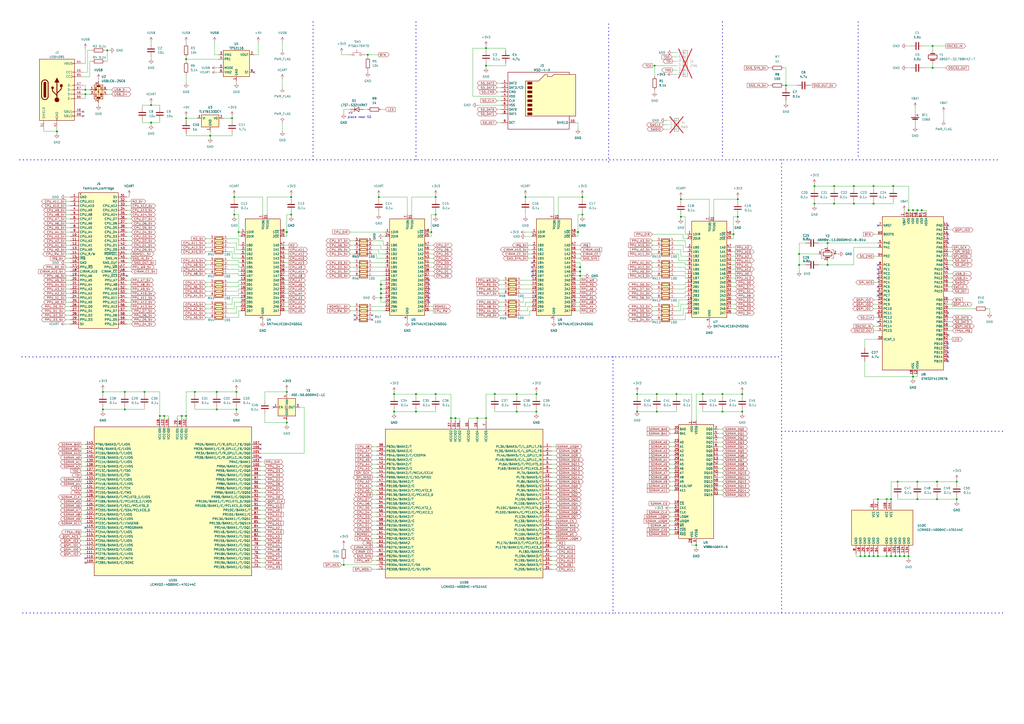
<source format=kicad_sch>
(kicad_sch (version 20250114) (generator "eeschema") (generator_version "9.0")
  (paper "A2")
  (title_block (title "fcart") (date "2025-02-20") (rev "1"))
  (lib_symbols
    (symbol "74xx:SN74ALVC164245DGG"
      (property "Reference" "U" (at -10.16 29.21 0))
      (property "Value" "SN74ALVC164245DGG" (at 1.27 -29.21 0))
      (symbol "SN74ALVC164245DGG_1_1"
        (pin input line (at -12.7 20.32 0) (length 2.54) (name "1DIR") (number "1"))
        (pin input line (at -12.7 17.78 0) (length 2.54) (name "2DIR") (number "24"))
        (pin bidirectional line (at -12.7 12.7 0) (length 2.54) (name "1B0") (number "2"))
        (pin bidirectional line (at -12.7 10.16 0) (length 2.54) (name "1B1") (number "3"))
        (pin bidirectional line (at -12.7 7.62 0) (length 2.54) (name "1B2") (number "5"))
        (pin bidirectional line (at -12.7 5.08 0) (length 2.54) (name "1B3") (number "6"))
        (pin bidirectional line (at -12.7 2.54 0) (length 2.54) (name "1B4") (number "8"))
        (pin bidirectional line (at -12.7 0 0) (length 2.54) (name "1B5") (number "9"))
        (pin bidirectional line (at -12.7 -2.54 0) (length 2.54) (name "1B6") (number "11"))
        (pin bidirectional line (at -12.7 -5.08 0) (length 2.54) (name "1B7") (number "12"))
        (pin bidirectional line (at -12.7 -7.62 0) (length 2.54) (name "2B0") (number "13"))
        (pin bidirectional line (at -12.7 -10.16 0) (length 2.54) (name "2B1") (number "14"))
        (pin bidirectional line (at -12.7 -12.7 0) (length 2.54) (name "2B2") (number "16"))
        (pin bidirectional line (at -12.7 -15.24 0) (length 2.54) (name "2B3") (number "17"))
        (pin bidirectional line (at -12.7 -17.78 0) (length 2.54) (name "2B4") (number "19"))
        (pin bidirectional line (at -12.7 -20.32 0) (length 2.54) (name "2B5") (number "20"))
        (pin bidirectional line (at -12.7 -22.86 0) (length 2.54) (name "2B6") (number "22"))
        (pin bidirectional line (at -12.7 -25.4 0) (length 2.54) (name "2B7") (number "23"))
        (pin passive line (at 0 30.48 270) (length 2.54) (hide yes) (name "V_{CC(B)}") (number "18"))
        (pin power_in line (at 0 30.48 270) (length 2.54) (name "V_{CC(B)}") (number "7"))
        (pin passive line (at 0 -30.48 90) (length 2.54) (hide yes) (name "GND") (number "10"))
        (pin passive line (at 0 -30.48 90) (length 2.54) (hide yes) (name "GND") (number "15"))
        (pin passive line (at 0 -30.48 90) (length 2.54) (hide yes) (name "GND") (number "21"))
        (pin passive line (at 0 -30.48 90) (length 2.54) (hide yes) (name "GND") (number "28"))
        (pin passive line (at 0 -30.48 90) (length 2.54) (hide yes) (name "GND") (number "34"))
        (pin passive line (at 0 -30.48 90) (length 2.54) (hide yes) (name "GND") (number "39"))
        (pin power_in line (at 0 -30.48 90) (length 2.54) (name "GND") (number "4"))
        (pin passive line (at 0 -30.48 90) (length 2.54) (hide yes) (name "GND") (number "45"))
        (pin power_in line (at 2.54 30.48 270) (length 2.54) (name "V_{CC(A)}") (number "31"))
        (pin passive line (at 2.54 30.48 270) (length 2.54) (hide yes) (name "V_{CC(A)}") (number "42"))
        (pin input line (at 12.7 20.32 180) (length 2.54) (name "1~{OE}") (number "48"))
        (pin input line (at 12.7 17.78 180) (length 2.54) (name "2~{OE}") (number "25"))
        (pin bidirectional line (at 12.7 12.7 180) (length 2.54) (name "1A0") (number "47"))
        (pin bidirectional line (at 12.7 10.16 180) (length 2.54) (name "1A1") (number "46"))
        (pin bidirectional line (at 12.7 7.62 180) (length 2.54) (name "1A2") (number "44"))
        (pin bidirectional line (at 12.7 5.08 180) (length 2.54) (name "1A3") (number "43"))
        (pin bidirectional line (at 12.7 2.54 180) (length 2.54) (name "1A4") (number "41"))
        (pin bidirectional line (at 12.7 0 180) (length 2.54) (name "1A5") (number "40"))
        (pin bidirectional line (at 12.7 -2.54 180) (length 2.54) (name "1A6") (number "38"))
        (pin bidirectional line (at 12.7 -5.08 180) (length 2.54) (name "1A7") (number "37"))
        (pin bidirectional line (at 12.7 -7.62 180) (length 2.54) (name "2A0") (number "36"))
        (pin bidirectional line (at 12.7 -10.16 180) (length 2.54) (name "2A1") (number "35"))
        (pin bidirectional line (at 12.7 -12.7 180) (length 2.54) (name "2A2") (number "33"))
        (pin bidirectional line (at 12.7 -15.24 180) (length 2.54) (name "2A3") (number "32"))
        (pin bidirectional line (at 12.7 -17.78 180) (length 2.54) (name "2A4") (number "30"))
        (pin bidirectional line (at 12.7 -20.32 180) (length 2.54) (name "2A5") (number "29"))
        (pin bidirectional line (at 12.7 -22.86 180) (length 2.54) (name "2A6") (number "27"))
        (pin bidirectional line (at 12.7 -25.4 180) (length 2.54) (name "2A7") (number "26"))
      )
    )
    (symbol "Connector:Micro_SD_Card_Det1"
      (property "Reference" "J" (at -16.51 17.78 0))
      (property "Value" "Micro_SD_Card_Det1" (at 16.51 17.78 0))
      (symbol "Micro_SD_Card_Det1_1_1"
        (pin bidirectional line (at -22.86 10.16 0) (length 3.81) (name "DAT2") (number "1"))
        (pin bidirectional line (at -22.86 7.62 0) (length 3.81) (name "DAT3/CD") (number "2"))
        (pin input line (at -22.86 5.08 0) (length 3.81) (name "CMD") (number "3"))
        (pin power_in line (at -22.86 2.54 0) (length 3.81) (name "VDD") (number "4"))
        (pin input line (at -22.86 0 0) (length 3.81) (name "CLK") (number "5"))
        (pin power_in line (at -22.86 -2.54 0) (length 3.81) (name "VSS") (number "6"))
        (pin bidirectional line (at -22.86 -5.08 0) (length 3.81) (name "DAT0") (number "7"))
        (pin bidirectional line (at -22.86 -7.62 0) (length 3.81) (name "DAT1") (number "8"))
        (pin passive line (at -22.86 -12.7 0) (length 3.81) (name "DET") (number "9"))
        (pin passive line (at 20.32 -12.7 180) (length 3.81) (name "SHIELD") (number "10"))
      )
    )
    (symbol "Connector:USB_C_Receptacle_USB2.0_16P" (pin_names (offset 1.016))
      (property "Reference" "J" (at 0 22.225 0))
      (property "Value" "USB_C_Receptacle_USB2.0_16P" (at 0 19.685 0))
      (symbol "USB_C_Receptacle_USB2.0_16P_1_1"
        (pin passive line (at -7.62 -22.86 90) (length 5.08) (name "SHIELD") (number "S1"))
        (pin passive line (at 0 -22.86 90) (length 5.08) (name "GND") (number "A1"))
        (pin passive line (at 0 -22.86 90) (length 5.08) (hide yes) (name "GND") (number "A12"))
        (pin passive line (at 0 -22.86 90) (length 5.08) (hide yes) (name "GND") (number "B1"))
        (pin passive line (at 0 -22.86 90) (length 5.08) (hide yes) (name "GND") (number "B12"))
        (pin passive line (at 15.24 15.24 180) (length 5.08) (name "VBUS") (number "A4"))
        (pin passive line (at 15.24 15.24 180) (length 5.08) (hide yes) (name "VBUS") (number "A9"))
        (pin passive line (at 15.24 15.24 180) (length 5.08) (hide yes) (name "VBUS") (number "B4"))
        (pin passive line (at 15.24 15.24 180) (length 5.08) (hide yes) (name "VBUS") (number "B9"))
        (pin bidirectional line (at 15.24 10.16 180) (length 5.08) (name "CC1") (number "A5"))
        (pin bidirectional line (at 15.24 7.62 180) (length 5.08) (name "CC2") (number "B5"))
        (pin bidirectional line (at 15.24 2.54 180) (length 5.08) (name "D-") (number "A7"))
        (pin bidirectional line (at 15.24 0 180) (length 5.08) (name "D-") (number "B7"))
        (pin bidirectional line (at 15.24 -2.54 180) (length 5.08) (name "D+") (number "A6"))
        (pin bidirectional line (at 15.24 -5.08 180) (length 5.08) (name "D+") (number "B6"))
        (pin bidirectional line (at 15.24 -12.7 180) (length 5.08) (name "SBU1") (number "A8"))
        (pin bidirectional line (at 15.24 -15.24 180) (length 5.08) (name "SBU2") (number "B8"))
      )
    )
    (symbol "Connector_Generic:Conn_01x03" (pin_names (offset 1.016) (hide yes))
      (property "Reference" "J" (at 0 5.08 0))
      (property "Value" "Conn_01x03" (at 0 -5.08 0))
      (symbol "Conn_01x03_1_1"
        (pin passive line (at -5.08 2.54 0) (length 3.81) (name "Pin_1") (number "1"))
        (pin passive line (at -5.08 0 0) (length 3.81) (name "Pin_2") (number "2"))
        (pin passive line (at -5.08 -2.54 0) (length 3.81) (name "Pin_3") (number "3"))
      )
    )
    (symbol "Connector_Generic:Conn_01x06" (pin_names (offset 1.016) (hide yes))
      (property "Reference" "J" (at 0 7.62 0))
      (property "Value" "Conn_01x06" (at 0 -10.16 0))
      (symbol "Conn_01x06_1_1"
        (pin passive line (at -5.08 5.08 0) (length 3.81) (name "Pin_1") (number "1"))
        (pin passive line (at -5.08 2.54 0) (length 3.81) (name "Pin_2") (number "2"))
        (pin passive line (at -5.08 0 0) (length 3.81) (name "Pin_3") (number "3"))
        (pin passive line (at -5.08 -2.54 0) (length 3.81) (name "Pin_4") (number "4"))
        (pin passive line (at -5.08 -5.08 0) (length 3.81) (name "Pin_5") (number "5"))
        (pin passive line (at -5.08 -7.62 0) (length 3.81) (name "Pin_6") (number "6"))
      )
    )
    (symbol "Device:Battery_Cell" (pin_numbers (hide yes)) (pin_names (offset 0) (hide yes))
      (property "Reference" "BT" (at 2.54 2.54 0))
      (property "Value" "Battery_Cell" (at 2.54 0 0))
      (symbol "Battery_Cell_1_1"
        (pin passive line (at 0 5.08 270) (length 2.54) (name "+") (number "1"))
        (pin passive line (at 0 -2.54 90) (length 2.54) (name "-") (number "2"))
      )
    )
    (symbol "Device:C" (pin_numbers (hide yes)) (pin_names (offset 0.254))
      (property "Reference" "C" (at 0.635 2.54 0))
      (property "Value" "C" (at 0.635 -2.54 0))
      (symbol "C_1_1"
        (pin passive line (at 0 3.81 270) (length 2.794) (name "~") (number "1"))
        (pin passive line (at 0 -3.81 90) (length 2.794) (name "~") (number "2"))
      )
    )
    (symbol "Device:Crystal" (pin_numbers (hide yes)) (pin_names (offset 1.016) (hide yes))
      (property "Reference" "Y" (at 0 3.81 0))
      (property "Value" "Crystal" (at 0 -3.81 0))
      (symbol "Crystal_1_1"
        (pin passive line (at -3.81 0 0) (length 1.27) (name "1") (number "1"))
        (pin passive line (at 3.81 0 180) (length 1.27) (name "2") (number "2"))
      )
    )
    (symbol "Device:Crystal_GND24" (pin_names (offset 1.016) (hide yes))
      (property "Reference" "Y" (at 3.175 5.08 0))
      (property "Value" "Crystal_GND24" (at 3.175 3.175 0))
      (symbol "Crystal_GND24_1_1"
        (pin passive line (at -3.81 0 0) (length 1.27) (name "1") (number "1"))
        (pin passive line (at 0 5.08 270) (length 1.27) (name "2") (number "2"))
        (pin passive line (at 0 -5.08 90) (length 1.27) (name "4") (number "4"))
        (pin passive line (at 3.81 0 180) (length 1.27) (name "3") (number "3"))
      )
    )
    (symbol "Device:LED" (pin_numbers (hide yes)) (pin_names (offset 1.016) (hide yes))
      (property "Reference" "D" (at 0 2.54 0))
      (property "Value" "LED" (at 0 -2.54 0))
      (symbol "LED_1_1"
        (pin passive line (at -3.81 0 0) (length 2.54) (name "K") (number "1"))
        (pin passive line (at 3.81 0 180) (length 2.54) (name "A") (number "2"))
      )
    )
    (symbol "Device:R" (pin_numbers (hide yes)) (pin_names (offset 0))
      (property "Reference" "R" (at 2.032 0 90))
      (property "Value" "R" (at 0 0 90))
      (symbol "R_1_1"
        (pin passive line (at 0 3.81 270) (length 1.27) (name "~") (number "1"))
        (pin passive line (at 0 -3.81 90) (length 1.27) (name "~") (number "2"))
      )
    )
    (symbol "Device:R_Pack04" (pin_names (offset 0) (hide yes))
      (property "Reference" "RN" (at -7.62 0 90))
      (property "Value" "R_Pack04" (at 5.08 0 90))
      (symbol "R_Pack04_1_1"
        (pin passive line (at -5.08 5.08 270) (length 2.54) (name "R1.2") (number "8"))
        (pin passive line (at -5.08 -5.08 90) (length 2.54) (name "R1.1") (number "1"))
        (pin passive line (at -2.54 5.08 270) (length 2.54) (name "R2.2") (number "7"))
        (pin passive line (at -2.54 -5.08 90) (length 2.54) (name "R2.1") (number "2"))
        (pin passive line (at 0 5.08 270) (length 2.54) (name "R3.2") (number "6"))
        (pin passive line (at 0 -5.08 90) (length 2.54) (name "R3.1") (number "3"))
        (pin passive line (at 2.54 5.08 270) (length 2.54) (name "R4.2") (number "5"))
        (pin passive line (at 2.54 -5.08 90) (length 2.54) (name "R4.1") (number "4"))
      )
    )
    (symbol "Gekkio_FPGA_Lattice:LCMXO2-4000xx-xTG144"
      (property "Reference" "U" (at 0 0 0))
      (property "Value" "LCMXO2-4000xx-xTG144" (at 0 -2.54 0))
      (symbol "LCMXO2-4000xx-xTG144_1_1"
        (pin bidirectional line (at -50.8 33.02 0) (length 5.08) (name "PT9A/BANK0/T/LVDS") (number "143"))
        (pin bidirectional line (at -50.8 30.48 0) (length 5.08) (name "PT9B/BANK0/C/LVDS") (number "142"))
        (pin bidirectional line (at -50.8 27.94 0) (length 5.08) (name "PT10A/BANK0/T/LVDS") (number "141"))
        (pin bidirectional line (at -50.8 25.4 0) (length 5.08) (name "PT10B/BANK0/C/LVDS") (number "140"))
        (pin bidirectional line (at -50.8 22.86 0) (length 5.08) (name "PT11A/BANK0/T/LVDS") (number "139"))
        (pin bidirectional line (at -50.8 20.32 0) (length 5.08) (name "PT11B/BANK0/C/LVDS") (number "138"))
        (pin bidirectional line (at -50.8 17.78 0) (length 5.08) (name "PT13C/BANK0/T/TDO") (number "137"))
        (pin bidirectional line (at -50.8 15.24 0) (length 5.08) (name "PT13D/BANK0/C/TDI") (number "136"))
        (pin bidirectional line (at -50.8 12.7 0) (length 5.08) (name "PT14A/BANK0/T/LVDS") (number "133"))
        (pin bidirectional line (at -50.8 10.16 0) (length 5.08) (name "PT14B/BANK0/C/LVDS") (number "132"))
        (pin bidirectional line (at -50.8 7.62 0) (length 5.08) (name "PT15C/BANK0/T/TCK") (number "131"))
        (pin bidirectional line (at -50.8 5.08 0) (length 5.08) (name "PT15D/BANK0/C/TMS") (number "130"))
        (pin bidirectional line (at -50.8 2.54 0) (length 5.08) (name "PT18A/BANK0/T/PCLKT0_1/LVDS") (number "128"))
        (pin bidirectional line (at -50.8 0 0) (length 5.08) (name "PT18B/BANK0/C/PCLKC0_1/LVDS") (number "127"))
        (pin bidirectional line (at -50.8 -2.54 0) (length 5.08) (name "PT20C/BANK0/T/SCL/PCLKT0_0") (number "126"))
        (pin bidirectional line (at -50.8 -5.08 0) (length 5.08) (name "PT20D/BANK0/C/SDA/PCLKC0_0") (number "125"))
        (pin bidirectional line (at -50.8 -7.62 0) (length 5.08) (name "PT21A/BANK0/T/LVDS") (number "122"))
        (pin bidirectional line (at -50.8 -10.16 0) (length 5.08) (name "PT21B/BANK0/C/LVDS") (number "121"))
        (pin bidirectional line (at -50.8 -12.7 0) (length 5.08) (name "PT23C/BANK0/T/JTAGENB") (number "120"))
        (pin bidirectional line (at -50.8 -15.24 0) (length 5.08) (name "PT23D/BANK0/C/PROGRAMN") (number "119"))
        (pin bidirectional line (at -50.8 -17.78 0) (length 5.08) (name "PT24A/BANK0/T/LVDS") (number "117"))
        (pin bidirectional line (at -50.8 -20.32 0) (length 5.08) (name "PT24B/BANK0/C/LVDS") (number "115"))
        (pin bidirectional line (at -50.8 -22.86 0) (length 5.08) (name "PT25A/BANK0/T/LVDS") (number "114"))
        (pin bidirectional line (at -50.8 -25.4 0) (length 5.08) (name "PT25B/BANK0/C/LVDS") (number "113"))
        (pin bidirectional line (at -50.8 -27.94 0) (length 5.08) (name "PT27A/BANK0/T/LVDS") (number "112"))
        (pin bidirectional line (at -50.8 -30.48 0) (length 5.08) (name "PT27B/BANK0/C/LVDS") (number "111"))
        (pin bidirectional line (at -50.8 -33.02 0) (length 5.08) (name "PT28C/BANK0/T/INITN") (number "110"))
        (pin bidirectional line (at -50.8 -35.56 0) (length 5.08) (name "PT28D/BANK0/C/DONE") (number "109"))
        (pin no_connect line (at -45.72 -38.1 0) (length 5.08) (hide yes) (name "NC") (number "129"))
        (pin power_in line (at -7.62 48.26 270) (length 5.08) (name "VCCIO0") (number "118"))
        (pin power_in line (at -5.08 48.26 270) (length 5.08) (name "VCCIO0") (number "123"))
        (pin power_in line (at -2.54 48.26 270) (length 5.08) (name "VCCIO0") (number "135"))
        (pin power_in line (at 2.54 48.26 270) (length 5.08) (name "VCCIO1") (number "79"))
        (pin power_in line (at 5.08 48.26 270) (length 5.08) (name "VCCIO1") (number "88"))
        (pin power_in line (at 7.62 48.26 270) (length 5.08) (name "VCCIO1") (number "102"))
        (pin bidirectional line (at 50.8 33.02 180) (length 5.08) (name "PR2A/BANK1/T/R_GPLLT_FB/DQ0") (number "107"))
        (pin bidirectional line (at 50.8 30.48 180) (length 5.08) (name "PR2B/BANK1/C/R_GPLLC_FB/DQ0") (number "106"))
        (pin bidirectional line (at 50.8 27.94 180) (length 5.08) (name "PR3A/BANK1/T/R_GPLLT_IN/DQ0") (number "105"))
        (pin bidirectional line (at 50.8 25.4 180) (length 5.08) (name "PR3B/BANK1/C/R_GPLLC_IN/DQ0") (number "104"))
        (pin bidirectional line (at 50.8 22.86 180) (length 5.08) (name "PR4C/BANK1") (number "103"))
        (pin bidirectional line (at 50.8 20.32 180) (length 5.08) (name "PR5A/BANK1/T/DQ0") (number "100"))
        (pin bidirectional line (at 50.8 17.78 180) (length 5.08) (name "PR5B/BANK1/C/DQ0") (number "99"))
        (pin bidirectional line (at 50.8 15.24 180) (length 5.08) (name "PR6A/BANK1/T/DQ0") (number "98"))
        (pin bidirectional line (at 50.8 12.7 180) (length 5.08) (name "PR6B/BANK1/C/DQ0") (number "97"))
        (pin bidirectional line (at 50.8 10.16 180) (length 5.08) (name "PR8A/BANK1/T/DQ0") (number "96"))
        (pin bidirectional line (at 50.8 7.62 180) (length 5.08) (name "PR8B/BANK1/C/DQ0") (number "95"))
        (pin bidirectional line (at 50.8 5.08 180) (length 5.08) (name "PR9A/BANK1/T/DQS0") (number "94"))
        (pin bidirectional line (at 50.8 2.54 180) (length 5.08) (name "PR9B/BANK1/C/DQS0N") (number "93"))
        (pin bidirectional line (at 50.8 0 180) (length 5.08) (name "PR10A/BANK1/T/PCLKT1_0/DQ0") (number "92"))
        (pin bidirectional line (at 50.8 -2.54 180) (length 5.08) (name "PR10B/BANK1/C/PCLKC1_0/DQ0") (number "91"))
        (pin bidirectional line (at 50.8 -5.08 180) (length 5.08) (name "PR10C/BANK1/T") (number "89"))
        (pin bidirectional line (at 50.8 -7.62 180) (length 5.08) (name "PR10D/BANK1/C") (number "87"))
        (pin bidirectional line (at 50.8 -10.16 180) (length 5.08) (name "PR13A/BANK1/T/DQS1") (number "86"))
        (pin bidirectional line (at 50.8 -12.7 180) (length 5.08) (name "PR13B/BANK1/C/DQS1N") (number "85"))
        (pin bidirectional line (at 50.8 -15.24 180) (length 5.08) (name "PR14A/BANK1/T/DQ1") (number "84"))
        (pin bidirectional line (at 50.8 -17.78 180) (length 5.08) (name "PR14B/BANK1/C/DQ1") (number "83"))
        (pin bidirectional line (at 50.8 -20.32 180) (length 5.08) (name "PR15A/BANK1/T/DQ1") (number "82"))
        (pin bidirectional line (at 50.8 -22.86 180) (length 5.08) (name "PR15B/BANK1/C/DQ1") (number "81"))
        (pin bidirectional line (at 50.8 -25.4 180) (length 5.08) (name "PR16A/BANK1/T/DQ1") (number "78"))
        (pin bidirectional line (at 50.8 -27.94 180) (length 5.08) (name "PR16B/BANK1/C/DQ1") (number "77"))
        (pin bidirectional line (at 50.8 -30.48 180) (length 5.08) (name "PR18A/BANK1/T/DQ1") (number "76"))
        (pin bidirectional line (at 50.8 -33.02 180) (length 5.08) (name "PR18B/BANK1/C/DQ1") (number "75"))
        (pin bidirectional line (at 50.8 -35.56 180) (length 5.08) (name "PR19A/BANK1/T/DQ1") (number "74"))
        (pin bidirectional line (at 50.8 -38.1 180) (length 5.08) (name "PR19B/BANK1/C/DQ1") (number "73"))
      )
      (symbol "LCMXO2-4000xx-xTG144_2_1"
        (pin bidirectional line (at -50.8 33.02 0) (length 5.08) (name "PB3A/BANK2/T") (number "38"))
        (pin bidirectional line (at -50.8 30.48 0) (length 5.08) (name "PB3B/BANK2/C") (number "39"))
        (pin bidirectional line (at -50.8 27.94 0) (length 5.08) (name "PB4A/BANK2/T/CSSPIN") (number "40"))
        (pin bidirectional line (at -50.8 25.4 0) (length 5.08) (name "PB4B/BANK2/C") (number "41"))
        (pin bidirectional line (at -50.8 22.86 0) (length 5.08) (name "PB7A/BANK2/T") (number "42"))
        (pin bidirectional line (at -50.8 20.32 0) (length 5.08) (name "PB7B/BANK2/C") (number "43"))
        (pin bidirectional line (at -50.8 17.78 0) (length 5.08) (name "PB9A/BANK2/T/MCLK/CCLK") (number "44"))
        (pin bidirectional line (at -50.8 15.24 0) (length 5.08) (name "PB9B/BANK2/C/SO/SPISO") (number "45"))
        (pin bidirectional line (at -50.8 12.7 0) (length 5.08) (name "PB10A/BANK2/T") (number "47"))
        (pin bidirectional line (at -50.8 10.16 0) (length 5.08) (name "PB10B/BANK2/C") (number "48"))
        (pin bidirectional line (at -50.8 7.62 0) (length 5.08) (name "PB13A/BANK2/T/PCLKT2_0") (number "49"))
        (pin bidirectional line (at -50.8 5.08 0) (length 5.08) (name "PB13B/BANK2/C/PCLKC2_0") (number "50"))
        (pin bidirectional line (at -50.8 2.54 0) (length 5.08) (name "PB15A/BANK2/T") (number "52"))
        (pin bidirectional line (at -50.8 0 0) (length 5.08) (name "PB15B/BANK2/C") (number "54"))
        (pin bidirectional line (at -50.8 -2.54 0) (length 5.08) (name "PB20A/BANK2/T/PCLKT2_1") (number "55"))
        (pin bidirectional line (at -50.8 -5.08 0) (length 5.08) (name "PB20B/BANK2/C/PCLKC2_1") (number "56"))
        (pin bidirectional line (at -50.8 -7.62 0) (length 5.08) (name "PB21A/BANK2/T") (number "57"))
        (pin bidirectional line (at -50.8 -10.16 0) (length 5.08) (name "PB21B/BANK2/C") (number "58"))
        (pin bidirectional line (at -50.8 -12.7 0) (length 5.08) (name "PB23A/BANK2/T") (number "59"))
        (pin bidirectional line (at -50.8 -15.24 0) (length 5.08) (name "PB23B/BANK2/C") (number "60"))
        (pin bidirectional line (at -50.8 -17.78 0) (length 5.08) (name "PB24A/BANK2/T") (number "61"))
        (pin bidirectional line (at -50.8 -20.32 0) (length 5.08) (name "PB24B/BANK2/C") (number "62"))
        (pin bidirectional line (at -50.8 -22.86 0) (length 5.08) (name "PB24D/BANK2") (number "63"))
        (pin bidirectional line (at -50.8 -25.4 0) (length 5.08) (name "PB27A/BANK2/T") (number "65"))
        (pin bidirectional line (at -50.8 -27.94 0) (length 5.08) (name "PB27B/BANK2/C") (number "67"))
        (pin bidirectional line (at -50.8 -30.48 0) (length 5.08) (name "PB29A/BANK2/T") (number "68"))
        (pin bidirectional line (at -50.8 -33.02 0) (length 5.08) (name "PB29B/BANK2/C") (number "69"))
        (pin bidirectional line (at -50.8 -35.56 0) (length 5.08) (name "PB30A/BANK2/T/SN") (number "70"))
        (pin bidirectional line (at -50.8 -38.1 0) (length 5.08) (name "PB30B/BANK2/C/SI/SISPI") (number "71"))
        (pin power_in line (at -7.62 48.26 270) (length 5.08) (name "VCCIO2") (number "37"))
        (pin power_in line (at -5.08 48.26 270) (length 5.08) (name "VCCIO2") (number "51"))
        (pin power_in line (at -2.54 48.26 270) (length 5.08) (name "VCCIO2") (number "66"))
        (pin power_in line (at 2.54 48.26 270) (length 5.08) (name "VCCIO3") (number "30"))
        (pin power_in line (at 7.62 48.26 270) (length 5.08) (name "VCCIO4") (number "16"))
        (pin power_in line (at 12.7 48.26 270) (length 5.08) (name "VCCIO5") (number "7"))
        (pin bidirectional line (at 50.8 33.02 180) (length 5.08) (name "PL3A/BANK5/T/L_GPLLT_FB") (number "1"))
        (pin bidirectional line (at 50.8 30.48 180) (length 5.08) (name "PL3B/BANK5/C/L_GPLLC_FB") (number "2"))
        (pin bidirectional line (at 50.8 27.94 180) (length 5.08) (name "PL4A/BANK5/T/L_GPLLT_IN") (number "3"))
        (pin bidirectional line (at 50.8 25.4 180) (length 5.08) (name "PL4B/BANK5/C/L_GPLLC_IN") (number "4"))
        (pin bidirectional line (at 50.8 22.86 180) (length 5.08) (name "PL6A/BANK5/T/PCLKT5_0") (number "5"))
        (pin bidirectional line (at 50.8 20.32 180) (length 5.08) (name "PL6B/BANK5/C/PCLKC5_0") (number "6"))
        (pin bidirectional line (at 50.8 17.78 180) (length 5.08) (name "PL7A/BANK5/T") (number "9"))
        (pin bidirectional line (at 50.8 15.24 180) (length 5.08) (name "PL7B/BANK5/C") (number "10"))
        (pin bidirectional line (at 50.8 12.7 180) (length 5.08) (name "PL8A/BANK5/T") (number "11"))
        (pin bidirectional line (at 50.8 10.16 180) (length 5.08) (name "PL8B/BANK5/C") (number "12"))
        (pin bidirectional line (at 50.8 7.62 180) (length 5.08) (name "PL9A/BANK4/T") (number "13"))
        (pin bidirectional line (at 50.8 5.08 180) (length 5.08) (name "PL9B/BANK4/C") (number "14"))
        (pin bidirectional line (at 50.8 2.54 180) (length 5.08) (name "PL10A/BANK4/T") (number "15"))
        (pin bidirectional line (at 50.8 0 180) (length 5.08) (name "PL10B/BANK4/C") (number "17"))
        (pin bidirectional line (at 50.8 -2.54 180) (length 5.08) (name "PL10C/BANK4/T/PCLKT4_0") (number "19"))
        (pin bidirectional line (at 50.8 -5.08 180) (length 5.08) (name "PL10D/BANK4/C/PCLKC4_0") (number "20"))
        (pin bidirectional line (at 50.8 -7.62 180) (length 5.08) (name "PL13A/BANK4/T") (number "21"))
        (pin bidirectional line (at 50.8 -10.16 180) (length 5.08) (name "PL13B/BANK4/C") (number "22"))
        (pin bidirectional line (at 50.8 -12.7 180) (length 5.08) (name "PL14A/BANK4/T") (number "23"))
        (pin bidirectional line (at 50.8 -15.24 180) (length 5.08) (name "PL14B/BANK4/C") (number "24"))
        (pin bidirectional line (at 50.8 -17.78 180) (length 5.08) (name "PL16A/BANK3/T") (number "25"))
        (pin bidirectional line (at 50.8 -20.32 180) (length 5.08) (name "PL16B/BANK3/C") (number "26"))
        (pin bidirectional line (at 50.8 -22.86 180) (length 5.08) (name "PL17A/BANK3/T/PCLKT3_0") (number "27"))
        (pin bidirectional line (at 50.8 -25.4 180) (length 5.08) (name "PL17B/BANK3/C/PCLKC3_0") (number "28"))
        (pin bidirectional line (at 50.8 -27.94 180) (length 5.08) (name "PL18D/BANK3") (number "31"))
        (pin bidirectional line (at 50.8 -30.48 180) (length 5.08) (name "PL19A/BANK3/T") (number "32"))
        (pin bidirectional line (at 50.8 -33.02 180) (length 5.08) (name "PL19B/BANK3/C") (number "33"))
        (pin bidirectional line (at 50.8 -35.56 180) (length 5.08) (name "PL20A/BANK3/T") (number "34"))
        (pin bidirectional line (at 50.8 -38.1 180) (length 5.08) (name "PL20B/BANK3/C") (number "35"))
      )
      (symbol "LCMXO2-4000xx-xTG144_3_1"
        (pin power_in line (at -15.24 -15.24 90) (length 5.08) (name "GND") (number "8"))
        (pin power_in line (at -12.7 -15.24 90) (length 5.08) (name "GND") (number "18"))
        (pin power_in line (at -10.16 -15.24 90) (length 5.08) (name "GND") (number "29"))
        (pin power_in line (at -7.62 -15.24 90) (length 5.08) (name "GND") (number "46"))
        (pin power_in line (at -5.08 15.24 270) (length 5.08) (name "VCC") (number "36"))
        (pin power_in line (at -5.08 -15.24 90) (length 5.08) (name "GND") (number "53"))
        (pin power_in line (at -2.54 15.24 270) (length 5.08) (name "VCC") (number "72"))
        (pin power_in line (at -2.54 -15.24 90) (length 5.08) (name "GND") (number "64"))
        (pin power_in line (at 2.54 15.24 270) (length 5.08) (name "VCC") (number "108"))
        (pin power_in line (at 2.54 -15.24 90) (length 5.08) (name "GND") (number "80"))
        (pin power_in line (at 5.08 15.24 270) (length 5.08) (name "VCC") (number "144"))
        (pin power_in line (at 5.08 -15.24 90) (length 5.08) (name "GND") (number "90"))
        (pin power_in line (at 7.62 -15.24 90) (length 5.08) (name "GND") (number "101"))
        (pin power_in line (at 10.16 -15.24 90) (length 5.08) (name "GND") (number "116"))
        (pin power_in line (at 12.7 -15.24 90) (length 5.08) (name "GND") (number "124"))
        (pin power_in line (at 15.24 -15.24 90) (length 5.08) (name "GND") (number "134"))
      )
    )
    (symbol "MCU_ST_STM32F4:STM32F412RETx"
      (property "Reference" "U" (at -17.78 46.99 0))
      (property "Value" "STM32F412RETx" (at 10.16 46.99 0))
      (symbol "STM32F412RETx_1_1"
        (pin input line (at -20.32 40.64 0) (length 2.54) (name "NRST") (number "7"))
        (pin input line (at -20.32 35.56 0) (length 2.54) (name "BOOT0") (number "60"))
        (pin bidirectional line (at -20.32 30.48 0) (length 2.54) (name "PH0") (number "5"))
        (pin bidirectional line (at -20.32 27.94 0) (length 2.54) (name "PH1") (number "6"))
        (pin bidirectional line (at -20.32 22.86 0) (length 2.54) (name "PD2") (number "54"))
        (pin bidirectional line (at -20.32 17.78 0) (length 2.54) (name "PC0") (number "8"))
        (pin bidirectional line (at -20.32 15.24 0) (length 2.54) (name "PC1") (number "9"))
        (pin bidirectional line (at -20.32 12.7 0) (length 2.54) (name "PC2") (number "10"))
        (pin bidirectional line (at -20.32 10.16 0) (length 2.54) (name "PC3") (number "11"))
        (pin bidirectional line (at -20.32 7.62 0) (length 2.54) (name "PC4") (number "24"))
        (pin bidirectional line (at -20.32 5.08 0) (length 2.54) (name "PC5") (number "25"))
        (pin bidirectional line (at -20.32 2.54 0) (length 2.54) (name "PC6") (number "37"))
        (pin bidirectional line (at -20.32 0 0) (length 2.54) (name "PC7") (number "38"))
        (pin bidirectional line (at -20.32 -2.54 0) (length 2.54) (name "PC8") (number "39"))
        (pin bidirectional line (at -20.32 -5.08 0) (length 2.54) (name "PC9") (number "40"))
        (pin bidirectional line (at -20.32 -7.62 0) (length 2.54) (name "PC10") (number "51"))
        (pin bidirectional line (at -20.32 -10.16 0) (length 2.54) (name "PC11") (number "52"))
        (pin bidirectional line (at -20.32 -12.7 0) (length 2.54) (name "PC12") (number "53"))
        (pin bidirectional line (at -20.32 -15.24 0) (length 2.54) (name "PC13") (number "2"))
        (pin bidirectional line (at -20.32 -17.78 0) (length 2.54) (name "PC14") (number "3"))
        (pin bidirectional line (at -20.32 -20.32 0) (length 2.54) (name "PC15") (number "4"))
        (pin power_out line (at -20.32 -25.4 0) (length 2.54) (name "VCAP_1") (number "30"))
        (pin power_in line (at -5.08 48.26 270) (length 2.54) (name "VBAT") (number "1"))
        (pin power_in line (at -2.54 48.26 270) (length 2.54) (name "VDD") (number "19"))
        (pin power_in line (at 0 48.26 270) (length 2.54) (name "VDD") (number "32"))
        (pin power_in line (at 0 -45.72 90) (length 2.54) (name "VSS") (number "18"))
        (pin passive line (at 0 -45.72 90) (length 2.54) (hide yes) (name "VSS") (number "31"))
        (pin passive line (at 0 -45.72 90) (length 2.54) (hide yes) (name "VSS") (number "47"))
        (pin passive line (at 0 -45.72 90) (length 2.54) (hide yes) (name "VSS") (number "63"))
        (pin power_in line (at 2.54 48.26 270) (length 2.54) (name "VDD") (number "48"))
        (pin power_in line (at 2.54 -45.72 90) (length 2.54) (name "VSSA") (number "12"))
        (pin power_in line (at 5.08 48.26 270) (length 2.54) (name "VDD") (number "64"))
        (pin power_in line (at 7.62 48.26 270) (length 2.54) (name "VDDA") (number "13"))
        (pin bidirectional line (at 20.32 40.64 180) (length 2.54) (name "PA0") (number "14"))
        (pin bidirectional line (at 20.32 38.1 180) (length 2.54) (name "PA1") (number "15"))
        (pin bidirectional line (at 20.32 35.56 180) (length 2.54) (name "PA2") (number "16"))
        (pin bidirectional line (at 20.32 33.02 180) (length 2.54) (name "PA3") (number "17"))
        (pin bidirectional line (at 20.32 30.48 180) (length 2.54) (name "PA4") (number "20"))
        (pin bidirectional line (at 20.32 27.94 180) (length 2.54) (name "PA5") (number "21"))
        (pin bidirectional line (at 20.32 25.4 180) (length 2.54) (name "PA6") (number "22"))
        (pin bidirectional line (at 20.32 22.86 180) (length 2.54) (name "PA7") (number "23"))
        (pin bidirectional line (at 20.32 20.32 180) (length 2.54) (name "PA8") (number "41"))
        (pin bidirectional line (at 20.32 17.78 180) (length 2.54) (name "PA9") (number "42"))
        (pin bidirectional line (at 20.32 15.24 180) (length 2.54) (name "PA10") (number "43"))
        (pin bidirectional line (at 20.32 12.7 180) (length 2.54) (name "PA11") (number "44"))
        (pin bidirectional line (at 20.32 10.16 180) (length 2.54) (name "PA12") (number "45"))
        (pin bidirectional line (at 20.32 7.62 180) (length 2.54) (name "PA13") (number "46"))
        (pin bidirectional line (at 20.32 5.08 180) (length 2.54) (name "PA14") (number "49"))
        (pin bidirectional line (at 20.32 2.54 180) (length 2.54) (name "PA15") (number "50"))
        (pin bidirectional line (at 20.32 -2.54 180) (length 2.54) (name "PB0") (number "26"))
        (pin bidirectional line (at 20.32 -5.08 180) (length 2.54) (name "PB1") (number "27"))
        (pin bidirectional line (at 20.32 -7.62 180) (length 2.54) (name "PB2") (number "28"))
        (pin bidirectional line (at 20.32 -10.16 180) (length 2.54) (name "PB3") (number "55"))
        (pin bidirectional line (at 20.32 -12.7 180) (length 2.54) (name "PB4") (number "56"))
        (pin bidirectional line (at 20.32 -15.24 180) (length 2.54) (name "PB5") (number "57"))
        (pin bidirectional line (at 20.32 -17.78 180) (length 2.54) (name "PB6") (number "58"))
        (pin bidirectional line (at 20.32 -20.32 180) (length 2.54) (name "PB7") (number "59"))
        (pin bidirectional line (at 20.32 -22.86 180) (length 2.54) (name "PB8") (number "61"))
        (pin bidirectional line (at 20.32 -25.4 180) (length 2.54) (name "PB9") (number "62"))
        (pin bidirectional line (at 20.32 -27.94 180) (length 2.54) (name "PB10") (number "29"))
        (pin bidirectional line (at 20.32 -30.48 180) (length 2.54) (name "PB12") (number "33"))
        (pin bidirectional line (at 20.32 -33.02 180) (length 2.54) (name "PB13") (number "34"))
        (pin bidirectional line (at 20.32 -35.56 180) (length 2.54) (name "PB14") (number "35"))
        (pin bidirectional line (at 20.32 -38.1 180) (length 2.54) (name "PB15") (number "36"))
      )
    )
    (symbol "Memory_RAM:AS4C4M16SA"
      (property "Reference" "U" (at -7.62 34.29 0))
      (property "Value" "AS4C4M16SA" (at 7.62 34.29 0))
      (symbol "AS4C4M16SA_1_1"
        (pin input line (at -12.7 30.48 0) (length 2.54) (name "BA0") (number "20"))
        (pin input line (at -12.7 27.94 0) (length 2.54) (name "BA1") (number "21"))
        (pin input line (at -12.7 22.86 0) (length 2.54) (name "A0") (number "23"))
        (pin input line (at -12.7 20.32 0) (length 2.54) (name "A1") (number "24"))
        (pin input line (at -12.7 17.78 0) (length 2.54) (name "A2") (number "25"))
        (pin input line (at -12.7 15.24 0) (length 2.54) (name "A3") (number "26"))
        (pin input line (at -12.7 12.7 0) (length 2.54) (name "A4") (number "29"))
        (pin input line (at -12.7 10.16 0) (length 2.54) (name "A5") (number "30"))
        (pin input line (at -12.7 7.62 0) (length 2.54) (name "A6") (number "31"))
        (pin input line (at -12.7 5.08 0) (length 2.54) (name "A7") (number "32"))
        (pin input line (at -12.7 2.54 0) (length 2.54) (name "A8") (number "33"))
        (pin input line (at -12.7 0 0) (length 2.54) (name "A9") (number "34"))
        (pin input line (at -12.7 -2.54 0) (length 2.54) (name "A10/AP") (number "22"))
        (pin input line (at -12.7 -5.08 0) (length 2.54) (name "A11") (number "35"))
        (pin input line (at -12.7 -12.7 0) (length 2.54) (name "~{CS}") (number "19"))
        (pin input line (at -12.7 -15.24 0) (length 2.54) (name "CKE") (number "37"))
        (pin input line (at -12.7 -17.78 0) (length 2.54) (name "CLK") (number "38"))
        (pin input line (at -12.7 -20.32 0) (length 2.54) (name "LDQM") (number "15"))
        (pin input line (at -12.7 -22.86 0) (length 2.54) (name "UDQM") (number "39"))
        (pin input line (at -12.7 -25.4 0) (length 2.54) (name "~{WE}") (number "16"))
        (pin input line (at -12.7 -27.94 0) (length 2.54) (name "~{CAS}") (number "17"))
        (pin input line (at -12.7 -30.48 0) (length 2.54) (name "~{RAS}") (number "18"))
        (pin power_in line (at -2.54 35.56 270) (length 2.54) (name "VDD") (number "1"))
        (pin passive line (at -2.54 35.56 270) (length 2.54) (hide yes) (name "VDD") (number "14"))
        (pin passive line (at -2.54 35.56 270) (length 2.54) (hide yes) (name "VDD") (number "27"))
        (pin power_in line (at -2.54 -35.56 90) (length 2.54) (name "VSS") (number "28"))
        (pin passive line (at -2.54 -35.56 90) (length 2.54) (hide yes) (name "VSS") (number "41"))
        (pin passive line (at -2.54 -35.56 90) (length 2.54) (hide yes) (name "VSS") (number "54"))
        (pin power_in line (at 0 35.56 270) (length 2.54) (name "VDDQ") (number "3"))
        (pin passive line (at 0 35.56 270) (length 2.54) (hide yes) (name "VDDQ") (number "43"))
        (pin passive line (at 0 35.56 270) (length 2.54) (hide yes) (name "VDDQ") (number "49"))
        (pin passive line (at 0 35.56 270) (length 2.54) (hide yes) (name "VDDQ") (number "9"))
        (pin passive line (at 0 -35.56 90) (length 2.54) (hide yes) (name "VSSQ") (number "12"))
        (pin passive line (at 0 -35.56 90) (length 2.54) (hide yes) (name "VSSQ") (number "46"))
        (pin passive line (at 0 -35.56 90) (length 2.54) (hide yes) (name "VSSQ") (number "52"))
        (pin power_in line (at 0 -35.56 90) (length 2.54) (name "VSSQ") (number "6"))
        (pin no_connect line (at 10.16 -17.78 180) (length 2.54) (hide yes) (name "NC") (number "36"))
        (pin no_connect line (at 10.16 -20.32 180) (length 2.54) (hide yes) (name "NC/RFU") (number "40"))
        (pin bidirectional line (at 12.7 30.48 180) (length 2.54) (name "DQ0") (number "2"))
        (pin bidirectional line (at 12.7 27.94 180) (length 2.54) (name "DQ1") (number "4"))
        (pin bidirectional line (at 12.7 25.4 180) (length 2.54) (name "DQ2") (number "5"))
        (pin bidirectional line (at 12.7 22.86 180) (length 2.54) (name "DQ3") (number "7"))
        (pin bidirectional line (at 12.7 20.32 180) (length 2.54) (name "DQ4") (number "8"))
        (pin bidirectional line (at 12.7 17.78 180) (length 2.54) (name "DQ5") (number "10"))
        (pin bidirectional line (at 12.7 15.24 180) (length 2.54) (name "DQ6") (number "11"))
        (pin bidirectional line (at 12.7 12.7 180) (length 2.54) (name "DQ7") (number "13"))
        (pin bidirectional line (at 12.7 10.16 180) (length 2.54) (name "DQ8") (number "42"))
        (pin bidirectional line (at 12.7 7.62 180) (length 2.54) (name "DQ9") (number "44"))
        (pin bidirectional line (at 12.7 5.08 180) (length 2.54) (name "DQ10") (number "45"))
        (pin bidirectional line (at 12.7 2.54 180) (length 2.54) (name "DQ11") (number "47"))
        (pin bidirectional line (at 12.7 0 180) (length 2.54) (name "DQ12") (number "48"))
        (pin bidirectional line (at 12.7 -2.54 180) (length 2.54) (name "DQ13") (number "50"))
        (pin bidirectional line (at 12.7 -5.08 180) (length 2.54) (name "DQ14") (number "51"))
        (pin bidirectional line (at 12.7 -7.62 180) (length 2.54) (name "DQ15") (number "53"))
      )
    )
    (symbol "Oscillator:ASE-xxxMHz" (pin_names (offset 0.254))
      (property "Reference" "Y" (at -5.08 6.35 0))
      (property "Value" "ASE-xxxMHz" (at 1.27 -6.35 0))
      (symbol "ASE-xxxMHz_1_1"
        (pin input line (at -7.62 0 0) (length 2.54) (name "EN") (number "1"))
        (pin power_in line (at 0 7.62 270) (length 2.54) (name "Vdd") (number "4"))
        (pin power_in line (at 0 -7.62 90) (length 2.54) (name "GND") (number "2"))
        (pin output line (at 7.62 0 180) (length 2.54) (name "OUT") (number "3"))
      )
    )
    (symbol "Power_Management:TPS2116DRL"
      (property "Reference" "U" (at -7.874 9.144 0))
      (property "Value" "TPS2116DRL" (at 0.508 -8.89 0))
      (symbol "TPS2116DRL_1_0"
        (pin power_out line (at 10.16 5.08 180) (length 2.54) (hide yes) (name "VOUT") (number "7"))
      )
      (symbol "TPS2116DRL_1_1"
        (pin power_in line (at -10.16 5.08 0) (length 2.54) (name "VIN1") (number "3"))
        (pin input line (at -10.16 2.54 0) (length 2.54) (name "PR1") (number "4"))
        (pin input line (at -10.16 -2.54 0) (length 2.54) (name "MODE") (number "5"))
        (pin power_in line (at -10.16 -5.08 0) (length 2.54) (name "VIN2") (number "6"))
        (pin power_in line (at 0 -10.16 90) (length 2.54) (name "GND") (number "1"))
        (pin power_out line (at 10.16 5.08 180) (length 2.54) (name "VOUT") (number "2"))
        (pin open_collector line (at 10.16 -5.08 180) (length 2.54) (name "ST") (number "8"))
      )
    )
    (symbol "Power_Protection:USBLC6-2SC6" (pin_names (hide yes))
      (property "Reference" "U" (at 0.635 5.715 0))
      (property "Value" "USBLC6-2SC6" (at 0.635 3.81 0))
      (symbol "USBLC6-2SC6_1_1"
        (pin passive line (at -5.08 0 0) (length 2.54) (name "I/O1") (number "1"))
        (pin passive line (at -5.08 -2.54 0) (length 2.54) (name "I/O2") (number "3"))
        (pin passive line (at 0 5.08 270) (length 2.54) (name "VBUS") (number "5"))
        (pin passive line (at 0 -7.62 90) (length 2.54) (name "GND") (number "2"))
        (pin passive line (at 5.08 0 180) (length 2.54) (name "I/O1") (number "6"))
        (pin passive line (at 5.08 -2.54 180) (length 2.54) (name "I/O2") (number "4"))
      )
    )
    (symbol "Regulator_Linear:TLV76133DCY"
      (property "Reference" "U" (at -7.62 6.35 0))
      (property "Value" "TLV76133DCY" (at -1.27 6.35 0))
      (symbol "TLV76133DCY_1_1"
        (pin power_in line (at -7.62 0 0) (length 2.54) (name "VI") (number "3"))
        (pin power_in line (at 0 -7.62 90) (length 2.54) (name "GND") (number "1"))
        (pin power_out line (at 7.62 0 180) (length 2.54) (name "VO") (number "2"))
      )
    )
    (symbol "Switch:SW_Push" (pin_numbers (hide yes)) (pin_names (offset 1.016) (hide yes))
      (property "Reference" "SW" (at 1.27 2.54 0))
      (property "Value" "SW_Push" (at 0 -1.524 0))
      (symbol "SW_Push_0_1"
        (pin passive line (at -5.08 0 0) (length 2.54) (name "1") (number "1"))
        (pin passive line (at 5.08 0 180) (length 2.54) (name "2") (number "2"))
      )
    )
    (symbol "fcart:Famicom_cartridge"
      (property "Reference" "J?" (at -0.508 43.18 0))
      (property "Value" "Famicom_cartridge" (at 0 41.148 0))
      (symbol "Famicom_cartridge_0_0"
        (pin output line (at -16.51 34.29 0) (length 5.08) (name "CPU_A11") (number "2"))
        (pin output line (at -16.51 31.75 0) (length 5.08) (name "CPU_A10") (number "3"))
        (pin output line (at -16.51 29.21 0) (length 5.08) (name "CPU_A9") (number "4"))
        (pin output line (at -16.51 26.67 0) (length 5.08) (name "CPU_A8") (number "5"))
        (pin output line (at -16.51 24.13 0) (length 5.08) (name "CPU_A7") (number "6"))
        (pin output line (at -16.51 21.59 0) (length 5.08) (name "CPU_A6") (number "7"))
        (pin output line (at -16.51 19.05 0) (length 5.08) (name "CPU_A5") (number "8"))
        (pin output line (at -16.51 16.51 0) (length 5.08) (name "CPU_A4") (number "9"))
        (pin output line (at -16.51 13.97 0) (length 5.08) (name "CPU_A3") (number "10"))
        (pin output line (at -16.51 11.43 0) (length 5.08) (name "CPU_A2") (number "11"))
        (pin output line (at -16.51 8.89 0) (length 5.08) (name "CPU_A1") (number "12"))
        (pin output line (at -16.51 6.35 0) (length 5.08) (name "CPU_A0") (number "13"))
        (pin output line (at -16.51 3.81 0) (length 5.08) (name "CPU_R/W") (number "14"))
        (pin output line (at -16.51 -8.89 0) (length 5.08) (name "PPU_A6") (number "19"))
        (pin output line (at -16.51 -11.43 0) (length 5.08) (name "PPU_A5") (number "20"))
        (pin output line (at -16.51 -13.97 0) (length 5.08) (name "PPU_A4") (number "21"))
        (pin output line (at -16.51 -16.51 0) (length 5.08) (name "PPU_A3") (number "22"))
        (pin output line (at -16.51 -19.05 0) (length 5.08) (name "PPU_A2") (number "23"))
        (pin output line (at -16.51 -21.59 0) (length 5.08) (name "PPU_A1") (number "24"))
        (pin output line (at -16.51 -24.13 0) (length 5.08) (name "PPU_A0") (number "25"))
        (pin bidirectional line (at -16.51 -26.67 0) (length 5.08) (name "PPU_D0") (number "26"))
        (pin bidirectional line (at -16.51 -29.21 0) (length 5.08) (name "PPU_D1") (number "27"))
        (pin bidirectional line (at -16.51 -31.75 0) (length 5.08) (name "PPU_D2") (number "28"))
        (pin bidirectional line (at -16.51 -34.29 0) (length 5.08) (name "PPU_D3") (number "29"))
        (pin output line (at 16.51 34.29 180) (length 5.08) (name "M2") (number "32"))
        (pin output line (at 16.51 31.75 180) (length 5.08) (name "CPU_A12") (number "33"))
        (pin output line (at 16.51 29.21 180) (length 5.08) (name "CPU_A13") (number "34"))
        (pin output line (at 16.51 26.67 180) (length 5.08) (name "CPU_A14") (number "35"))
        (pin bidirectional line (at 16.51 24.13 180) (length 5.08) (name "CPU_D7") (number "36"))
        (pin bidirectional line (at 16.51 21.59 180) (length 5.08) (name "CPU_D6") (number "37"))
        (pin bidirectional line (at 16.51 19.05 180) (length 5.08) (name "CPU_D5") (number "38"))
        (pin bidirectional line (at 16.51 16.51 180) (length 5.08) (name "CPU_D4") (number "39"))
        (pin bidirectional line (at 16.51 13.97 180) (length 5.08) (name "CPU_D3") (number "40"))
        (pin bidirectional line (at 16.51 11.43 180) (length 5.08) (name "CPU_D2") (number "41"))
        (pin bidirectional line (at 16.51 8.89 180) (length 5.08) (name "CPU_D1") (number "42"))
        (pin bidirectional line (at 16.51 6.35 180) (length 5.08) (name "CPU_D0") (number "43"))
        (pin output line (at 16.51 -11.43 180) (length 5.08) (name "PPU_A7") (number "50"))
        (pin output line (at 16.51 -13.97 180) (length 5.08) (name "PPU_A8") (number "51"))
        (pin output line (at 16.51 -16.51 180) (length 5.08) (name "PPU_A9") (number "52"))
        (pin output line (at 16.51 -19.05 180) (length 5.08) (name "PPU_A10") (number "53"))
        (pin output line (at 16.51 -21.59 180) (length 5.08) (name "PPU_A11") (number "54"))
        (pin output line (at 16.51 -24.13 180) (length 5.08) (name "PPU_A12") (number "55"))
        (pin output line (at 16.51 -26.67 180) (length 5.08) (name "PPU_A13") (number "56"))
        (pin bidirectional line (at 16.51 -29.21 180) (length 5.08) (name "PPU_D7") (number "57"))
        (pin bidirectional line (at 16.51 -31.75 180) (length 5.08) (name "PPU_D6") (number "58"))
        (pin bidirectional line (at 16.51 -34.29 180) (length 5.08) (name "PPU_D5") (number "59"))
        (pin bidirectional line (at 16.51 -36.83 180) (length 5.08) (name "PPU_D4") (number "60"))
      )
      (symbol "Famicom_cartridge_1_0"
        (pin passive line (at -16.51 36.83 0) (length 5.08) (name "GND") (number "1"))
        (pin input inverted (at -16.51 1.27 0) (length 5.08) (name "~{IRQ}") (number "15"))
        (pin passive line (at -16.51 -1.27 0) (length 5.08) (name "GND") (number "16"))
        (pin output inverted (at -16.51 -3.81 0) (length 5.08) (name "PPU_~{RD}") (number "17"))
        (pin input line (at -16.51 -6.35 0) (length 5.08) (name "CIRAM_A10") (number "18"))
        (pin passive line (at -16.51 -36.83 0) (length 5.08) (name "5V") (number "30"))
        (pin passive line (at 16.51 36.83 180) (length 5.08) (name "5V") (number "31"))
        (pin output inverted (at 16.51 3.81 180) (length 5.08) (name "~{ROMSEL}") (number "44"))
        (pin output line (at 16.51 1.27 180) (length 5.08) (name "SND_IN") (number "45"))
        (pin input line (at 16.51 -1.27 180) (length 5.08) (name "SND_OUT") (number "46"))
        (pin bidirectional inverted (at 16.51 -3.81 180) (length 5.08) (name "PPU_~{WR}") (number "47"))
        (pin input inverted (at 16.51 -6.35 180) (length 5.08) (name "CIRAM_~{CE}") (number "48"))
        (pin output inverted (at 16.51 -8.89 180) (length 5.08) (name "PPU_~{A13}") (number "49"))
      )
    )
    (symbol "power:+3V3" (power) (pin_numbers (hide yes)) (pin_names (offset 0) (hide yes))
      (property "Value" "+3V3" (at 0 3.556 0))
      (symbol "+3V3_1_1"
        (pin power_in line (at 0 0 90) (length 0) (name "~") (number "1"))
      )
    )
    (symbol "power:+5V" (power) (pin_numbers (hide yes)) (pin_names (offset 0) (hide yes))
      (property "Value" "+5V" (at 0 3.556 0))
      (symbol "+5V_1_1"
        (pin power_in line (at 0 0 90) (length 0) (name "~") (number "1"))
      )
    )
    (symbol "power:GND" (power) (pin_numbers (hide yes)) (pin_names (offset 0) (hide yes))
      (property "Value" "GND" (at 0 -3.81 0))
      (symbol "GND_1_1"
        (pin power_in line (at 0 0 270) (length 0) (name "~") (number "1"))
      )
    )
    (symbol "power:PWR_FLAG" (power) (pin_numbers (hide yes)) (pin_names (offset 0) (hide yes))
      (property "Value" "PWR_FLAG" (at 0 3.81 0))
      (symbol "PWR_FLAG_0_0"
        (pin power_out line (at 0 0 90) (length 0) (name "~") (number "1"))
      )
    )
    (symbol "power:VBUS" (power) (pin_numbers (hide yes)) (pin_names (offset 0) (hide yes))
      (property "Value" "VBUS" (at 0 3.556 0))
      (symbol "VBUS_1_1"
        (pin power_in line (at 0 0 90) (length 0) (name "~") (number "1"))
      )
    )
  )
  (text "place near SD" (at 208.534 68.072 0) (effects (font (size 1.27 1.27))))
  (junction (at 276.86 242.57))
  (junction (at 72.39 227.33))
  (junction (at 228.6 238.76))
  (junction (at 521.97 322.58))
  (junction (at 125.73 227.33))
  (junction (at 516.89 322.58))
  (junction (at 62.23 29.21))
  (junction (at 138.43 134.62))
  (junction (at 499.11 322.58))
  (junction (at 107.95 68.58))
  (junction (at 220.98 170.18))
  (junction (at 220.98 165.1))
  (junction (at 514.35 322.58))
  (junction (at 299.72 228.6))
  (junction (at 532.13 289.56))
  (junction (at 166.37 134.62))
  (junction (at 541.02 26.67))
  (junction (at 135.89 114.3))
  (junction (at 261.62 242.57))
  (junction (at 495.3 107.95))
  (junction (at 166.37 245.11))
  (junction (at 534.67 121.92))
  (junction (at 369.57 228.6))
  (junction (at 213.36 31.75))
  (junction (at 427.99 125.73))
  (junction (at 541.02 39.37))
  (junction (at 121.92 78.74))
  (junction (at 335.28 134.62))
  (junction (at 554.99 279.4))
  (junction (at 527.05 322.58))
  (junction (at 483.87 107.95))
  (junction (at 166.37 227.33))
  (junction (at 463.55 147.32))
  (junction (at 509.27 322.58))
  (junction (at 336.55 154.94))
  (junction (at 419.1 228.6))
  (junction (at 137.16 237.49))
  (junction (at 107.95 34.29))
  (junction (at 520.7 279.4))
  (junction (at 135.89 124.46))
  (junction (at 134.62 68.58))
  (junction (at 336.55 160.02))
  (junction (at 430.53 238.76))
  (junction (at 425.45 135.89))
  (junction (at 105.41 241.3))
  (junction (at 509.27 289.56))
  (junction (at 506.73 118.11))
  (junction (at 281.94 242.57))
  (junction (at 250.19 134.62))
  (junction (at 392.43 228.6))
  (junction (at 419.1 238.76))
  (junction (at 506.73 107.95))
  (junction (at 532.13 121.92))
  (junction (at 252.73 114.3))
  (junction (at 83.82 227.33))
  (junction (at 472.44 107.95))
  (junction (at 241.3 238.76))
  (junction (at 168.91 124.46))
  (junction (at 311.15 238.76))
  (junction (at 33.02 76.2))
  (junction (at 168.91 114.3))
  (junction (at 529.59 121.92))
  (junction (at 59.69 237.49))
  (junction (at 228.6 228.6))
  (junction (at 264.16 242.57))
  (junction (at 49.53 54.61))
  (junction (at 543.56 289.56))
  (junction (at 394.97 115.57))
  (junction (at 519.43 322.58))
  (junction (at 220.98 167.64))
  (junction (at 554.99 289.56))
  (junction (at 483.87 118.11))
  (junction (at 219.71 114.3))
  (junction (at 281.94 27.94))
  (junction (at 381 228.6))
  (junction (at 299.72 238.76))
  (junction (at 287.02 228.6))
  (junction (at 252.73 228.6))
  (junction (at 495.3 118.11))
  (junction (at 241.3 228.6))
  (junction (at 480.06 140.97))
  (junction (at 455.93 49.53))
  (junction (at 72.39 237.49))
  (junction (at 92.71 241.3))
  (junction (at 95.25 241.3))
  (junction (at 514.35 289.56))
  (junction (at 49.53 52.07))
  (junction (at 113.03 227.33))
  (junction (at 199.39 327.66))
  (junction (at 543.56 279.4))
  (junction (at 524.51 322.58))
  (junction (at 518.16 107.95))
  (junction (at 501.65 322.58))
  (junction (at 506.73 322.58))
  (junction (at 379.73 38.1))
  (junction (at 529.59 218.44))
  (junction (at 532.13 279.4))
  (junction (at 403.86 316.23))
  (junction (at 369.57 238.76))
  (junction (at 337.82 114.3))
  (junction (at 472.44 118.11))
  (junction (at 337.82 124.46))
  (junction (at 516.89 289.56))
  (junction (at 125.73 237.49))
  (junction (at 480.06 153.67))
  (junction (at 87.63 71.12))
  (junction (at 137.16 227.33))
  (junction (at 407.67 228.6))
  (junction (at 311.15 228.6))
  (junction (at 87.63 60.96))
  (junction (at 59.69 227.33))
  (junction (at 394.97 125.73))
  (junction (at 304.8 114.3))
  (junction (at 463.55 153.67))
  (junction (at 427.99 115.57))
  (junction (at 281.94 38.1))
  (junction (at 107.95 241.3))
  (junction (at 220.98 172.72))
  (junction (at 252.73 124.46))
  (junction (at 430.53 228.6))
  (junction (at 336.55 157.48))
  (junction (at 381 238.76))
  (junction (at 504.19 322.58))
  (junction (at 527.05 121.92))
  (no_connect (at 151.13 260.35))
  (no_connect (at 549.91 194.31))
  (no_connect (at 73.66 160.02))
  (no_connect (at 48.26 67.31))
  (no_connect (at 549.91 204.47))
  (no_connect (at 205.74 185.42))
  (no_connect (at 151.13 265.43))
  (no_connect (at 509.27 158.75))
  (no_connect (at 147.32 41.91))
  (no_connect (at 308.61 154.94))
  (no_connect (at 308.61 152.4))
  (no_connect (at 549.91 140.97))
  (no_connect (at 151.13 257.81))
  (no_connect (at 549.91 207.01))
  (no_connect (at 49.53 306.07))
  (no_connect (at 308.61 157.48))
  (no_connect (at 549.91 209.55))
  (no_connect (at 509.27 130.81))
  (no_connect (at 549.91 138.43))
  (no_connect (at 549.91 156.21))
  (no_connect (at 49.53 326.39))
  (no_connect (at 549.91 181.61))
  (no_connect (at 215.9 182.88))
  (no_connect (at 248.92 165.1))
  (no_connect (at 509.27 166.37))
  (no_connect (at 248.92 172.72))
  (no_connect (at 509.27 171.45))
  (no_connect (at 509.27 156.21))
  (no_connect (at 509.27 161.29))
  (no_connect (at 205.74 182.88))
  (no_connect (at 549.91 201.93))
  (no_connect (at 248.92 162.56))
  (no_connect (at 509.27 186.69))
  (no_connect (at 509.27 168.91))
  (no_connect (at 158.75 236.22))
  (no_connect (at 549.91 199.39))
  (no_connect (at 509.27 181.61))
  (no_connect (at 549.91 135.89))
  (no_connect (at 48.26 64.77))
  (no_connect (at 248.92 175.26))
  (no_connect (at 308.61 160.02))
  (no_connect (at 509.27 153.67))
  (no_connect (at 215.9 185.42))
  (no_connect (at 248.92 170.18))
  (no_connect (at 248.92 167.64))
  (no_connect (at 549.91 130.81))
  (no_connect (at 49.53 323.85))
  (wire (pts (xy 119.38 146.05) (xy 121.92 146.05)))
  (wire (pts (xy 549.91 176.53) (xy 552.45 176.53)))
  (wire (pts (xy 125.73 228.6) (xy 125.73 227.33)))
  (wire (pts (xy 62.23 52.07) (xy 64.77 52.07)))
  (wire (pts (xy 119.38 168.91) (xy 121.92 168.91)))
  (wire (pts (xy 73.66 172.72) (xy 76.2 172.72)))
  (wire (pts (xy 125.73 41.91) (xy 127 41.91)))
  (polyline (pts (xy 355.6 207.01) (xy 355.6 355.6)) (stroke (width 0.5) (type dot)))
  (wire (pts (xy 323.85 124.46) (xy 323.85 114.3)))
  (wire (pts (xy 220.98 170.18) (xy 223.52 170.18)))
  (wire (pts (xy 102.87 241.3) (xy 105.41 241.3)))
  (wire (pts (xy 520.7 289.56) (xy 532.13 289.56)))
  (wire (pts (xy 391.16 142.24) (xy 396.24 142.24)))
  (wire (pts (xy 320.04 320.04) (xy 322.58 320.04)))
  (wire (pts (xy 430.53 229.87) (xy 430.53 228.6)))
  (wire (pts (xy 541.02 39.37) (xy 548.64 39.37)))
  (wire (pts (xy 215.9 294.64) (xy 218.44 294.64)))
  (wire (pts (xy 40.64 172.72) (xy 38.1 172.72)))
  (wire (pts (xy 215.9 297.18) (xy 218.44 297.18)))
  (wire (pts (xy 549.91 179.07) (xy 565.15 179.07)))
  (wire (pts (xy 289.56 167.64) (xy 292.1 167.64)))
  (wire (pts (xy 252.73 237.49) (xy 252.73 238.76)))
  (wire (pts (xy 138.43 180.34) (xy 139.7 180.34)))
  (wire (pts (xy 165.1 134.62) (xy 166.37 134.62)))
  (wire (pts (xy 64.77 54.61) (xy 62.23 54.61)))
  (wire (pts (xy 320.04 281.94) (xy 322.58 281.94)))
  (wire (pts (xy 320.04 312.42) (xy 322.58 312.42)))
  (wire (pts (xy 381 238.76) (xy 392.43 238.76)))
  (wire (pts (xy 424.18 146.05) (xy 426.72 146.05)))
  (wire (pts (xy 483.87 107.95) (xy 495.3 107.95)))
  (wire (pts (xy 504.19 322.58) (xy 506.73 322.58)))
  (wire (pts (xy 504.19 321.31) (xy 504.19 322.58)))
  (wire (pts (xy 411.48 125.73) (xy 411.48 115.57)))
  (wire (pts (xy 516.89 279.4) (xy 516.89 289.56)))
  (wire (pts (xy 203.2 152.4) (xy 205.74 152.4)))
  (wire (pts (xy 381 142.24) (xy 378.46 142.24)))
  (polyline (pts (xy 353.06 13.97) (xy 353.06 93.98)) (stroke (width 0.5) (type dot)))
  (wire (pts (xy 166.37 226.06) (xy 166.37 227.33)))
  (wire (pts (xy 463.55 147.32) (xy 474.98 147.32)))
  (wire (pts (xy 251.46 152.4) (xy 248.92 152.4)))
  (wire (pts (xy 552.45 158.75) (xy 549.91 158.75)))
  (wire (pts (xy 222.25 137.16) (xy 223.52 137.16)))
  (wire (pts (xy 165.1 165.1) (xy 167.64 165.1)))
  (wire (pts (xy 293.37 29.21) (xy 293.37 27.94)))
  (wire (pts (xy 425.45 135.89) (xy 425.45 125.73)))
  (wire (pts (xy 320.04 317.5) (xy 322.58 317.5)))
  (wire (pts (xy 119.38 179.07) (xy 121.92 179.07)))
  (wire (pts (xy 520.7 279.4) (xy 532.13 279.4)))
  (wire (pts (xy 203.2 144.78) (xy 205.74 144.78)))
  (wire (pts (xy 424.18 161.29) (xy 426.72 161.29)))
  (wire (pts (xy 388.62 256.54) (xy 391.16 256.54)))
  (wire (pts (xy 289.56 182.88) (xy 292.1 182.88)))
  (wire (pts (xy 289.56 165.1) (xy 292.1 165.1)))
  (wire (pts (xy 541.02 29.21) (xy 541.02 26.67)))
  (wire (pts (xy 320.04 269.24) (xy 322.58 269.24)))
  (wire (pts (xy 127 31.75) (xy 124.46 31.75)))
  (wire (pts (xy 138.43 138.43) (xy 138.43 142.24)))
  (wire (pts (xy 219.71 123.19) (xy 219.71 124.46)))
  (wire (pts (xy 509.27 321.31) (xy 509.27 322.58)))
  (wire (pts (xy 334.01 160.02) (xy 336.55 160.02)))
  (wire (pts (xy 135.89 125.73) (xy 135.89 124.46)))
  (wire (pts (xy 397.51 154.94) (xy 397.51 156.21)))
  (wire (pts (xy 424.18 166.37) (xy 426.72 166.37)))
  (wire (pts (xy 419.1 238.76) (xy 430.53 238.76)))
  (wire (pts (xy 472.44 107.95) (xy 483.87 107.95)))
  (wire (pts (xy 519.43 322.58) (xy 521.97 322.58)))
  (wire (pts (xy 121.92 143.51) (xy 119.38 143.51)))
  (wire (pts (xy 388.62 294.64) (xy 391.16 294.64)))
  (wire (pts (xy 518.16 118.11) (xy 506.73 118.11)))
  (wire (pts (xy 215.9 304.8) (xy 218.44 304.8)))
  (wire (pts (xy 506.73 173.99) (xy 509.27 173.99)))
  (wire (pts (xy 107.95 34.29) (xy 127 34.29)))
  (wire (pts (xy 135.89 143.51) (xy 132.08 143.51)))
  (wire (pts (xy 137.16 228.6) (xy 137.16 227.33)))
  (wire (pts (xy 388.62 304.8) (xy 391.16 304.8)))
  (wire (pts (xy 397.51 172.72) (xy 397.51 171.45)))
  (wire (pts (xy 132.08 153.67) (xy 138.43 153.67)))
  (wire (pts (xy 419.1 238.76) (xy 407.67 238.76)))
  (wire (pts (xy 541.02 39.37) (xy 541.02 36.83)))
  (wire (pts (xy 334.01 167.64) (xy 336.55 167.64)))
  (polyline (pts (xy 419.1 12.7) (xy 419.1 91.44)) (stroke (width 0.5) (type dot)))
  (wire (pts (xy 151.13 298.45) (xy 153.67 298.45)))
  (wire (pts (xy 73.66 132.08) (xy 76.2 132.08)))
  (wire (pts (xy 529.59 218.44) (xy 532.13 218.44)))
  (wire (pts (xy 132.08 140.97) (xy 137.16 140.97)))
  (wire (pts (xy 311.15 227.33) (xy 311.15 228.6)))
  (wire (pts (xy 72.39 237.49) (xy 59.69 237.49)))
  (wire (pts (xy 46.99 260.35) (xy 49.53 260.35)))
  (wire (pts (xy 125.73 227.33) (xy 113.03 227.33)))
  (wire (pts (xy 107.95 241.3) (xy 107.95 242.57)))
  (wire (pts (xy 46.99 318.77) (xy 49.53 318.77)))
  (wire (pts (xy 134.62 146.05) (xy 134.62 149.86)))
  (wire (pts (xy 165.1 152.4) (xy 167.64 152.4)))
  (wire (pts (xy 388.62 302.26) (xy 391.16 302.26)))
  (wire (pts (xy 384.81 74.93) (xy 387.35 74.93)))
  (wire (pts (xy 151.13 275.59) (xy 153.67 275.59)))
  (wire (pts (xy 335.28 124.46) (xy 337.82 124.46)))
  (wire (pts (xy 132.08 156.21) (xy 138.43 156.21)))
  (wire (pts (xy 215.9 152.4) (xy 223.52 152.4)))
  (wire (pts (xy 334.01 142.24) (xy 336.55 142.24)))
  (wire (pts (xy 46.99 288.29) (xy 49.53 288.29)))
  (wire (pts (xy 397.51 160.02) (xy 397.51 161.29)))
  (wire (pts (xy 369.57 237.49) (xy 369.57 238.76)))
  (wire (pts (xy 48.26 57.15) (xy 49.53 57.15)))
  (wire (pts (xy 392.43 237.49) (xy 392.43 238.76)))
  (wire (pts (xy 403.86 243.84) (xy 403.86 228.6)))
  (wire (pts (xy 407.67 229.87) (xy 407.67 228.6)))
  (wire (pts (xy 215.9 274.32) (xy 218.44 274.32)))
  (wire (pts (xy 524.51 321.31) (xy 524.51 322.58)))
  (wire (pts (xy 424.18 179.07) (xy 426.72 179.07)))
  (wire (pts (xy 394.97 125.73) (xy 394.97 124.46)))
  (wire (pts (xy 304.8 175.26) (xy 308.61 175.26)))
  (wire (pts (xy 151.13 303.53) (xy 153.67 303.53)))
  (wire (pts (xy 40.64 147.32) (xy 38.1 147.32)))
  (wire (pts (xy 307.34 180.34) (xy 307.34 182.88)))
  (wire (pts (xy 33.02 76.2) (xy 33.02 77.47)))
  (wire (pts (xy 334.01 170.18) (xy 336.55 170.18)))
  (wire (pts (xy 138.43 158.75) (xy 138.43 160.02)))
  (wire (pts (xy 73.66 129.54) (xy 76.2 129.54)))
  (wire (pts (xy 509.27 322.58) (xy 514.35 322.58)))
  (wire (pts (xy 335.28 137.16) (xy 335.28 134.62)))
  (wire (pts (xy 369.57 227.33) (xy 369.57 228.6)))
  (wire (pts (xy 554.99 288.29) (xy 554.99 289.56)))
  (wire (pts (xy 304.8 123.19) (xy 304.8 125.73)))
  (wire (pts (xy 416.56 279.4) (xy 419.1 279.4)))
  (wire (pts (xy 165.1 180.34) (xy 167.64 180.34)))
  (wire (pts (xy 266.7 242.57) (xy 264.16 242.57)))
  (wire (pts (xy 320.04 266.7) (xy 322.58 266.7)))
  (wire (pts (xy 73.66 134.62) (xy 76.2 134.62)))
  (wire (pts (xy 72.39 227.33) (xy 59.69 227.33)))
  (wire (pts (xy 137.16 46.99) (xy 137.16 48.26)))
  (wire (pts (xy 252.73 228.6) (xy 241.3 228.6)))
  (wire (pts (xy 49.53 54.61) (xy 52.07 54.61)))
  (wire (pts (xy 113.03 227.33) (xy 113.03 228.6)))
  (wire (pts (xy 506.73 109.22) (xy 506.73 107.95)))
  (wire (pts (xy 394.97 114.3) (xy 394.97 115.57)))
  (wire (pts (xy 532.13 121.92) (xy 532.13 123.19)))
  (wire (pts (xy 391.16 180.34) (xy 394.97 180.34)))
  (wire (pts (xy 73.66 177.8) (xy 76.2 177.8)))
  (wire (pts (xy 392.43 229.87) (xy 392.43 228.6)))
  (wire (pts (xy 320.04 314.96) (xy 322.58 314.96)))
  (wire (pts (xy 532.13 121.92) (xy 534.67 121.92)))
  (wire (pts (xy 236.22 124.46) (xy 236.22 114.3)))
  (wire (pts (xy 210.82 63.5) (xy 213.36 63.5)))
  (wire (pts (xy 289.56 162.56) (xy 292.1 162.56)))
  (wire (pts (xy 82.55 71.12) (xy 87.63 71.12)))
  (wire (pts (xy 518.16 107.95) (xy 527.05 107.95)))
  (wire (pts (xy 391.16 165.1) (xy 397.51 165.1)))
  (wire (pts (xy 107.95 34.29) (xy 107.95 35.56)))
  (wire (pts (xy 40.64 185.42) (xy 38.1 185.42)))
  (wire (pts (xy 403.86 228.6) (xy 407.67 228.6)))
  (wire (pts (xy 163.83 45.72) (xy 163.83 50.8)))
  (wire (pts (xy 529.59 218.44) (xy 529.59 219.71)))
  (wire (pts (xy 496.57 321.31) (xy 496.57 322.58)))
  (wire (pts (xy 138.43 165.1) (xy 139.7 165.1)))
  (wire (pts (xy 378.46 165.1) (xy 381 165.1)))
  (wire (pts (xy 530.86 73.66) (xy 530.86 72.39)))
  (wire (pts (xy 139.7 147.32) (xy 135.89 147.32)))
  (wire (pts (xy 381 228.6) (xy 392.43 228.6)))
  (wire (pts (xy 134.62 67.31) (xy 134.62 68.58)))
  (wire (pts (xy 151.13 321.31) (xy 153.67 321.31)))
  (wire (pts (xy 173.99 236.22) (xy 176.53 236.22)))
  (wire (pts (xy 416.56 269.24) (xy 419.1 269.24)))
  (wire (pts (xy 151.13 313.69) (xy 153.67 313.69)))
  (wire (pts (xy 320.04 284.48) (xy 322.58 284.48)))
  (wire (pts (xy 46.99 298.45) (xy 49.53 298.45)))
  (wire (pts (xy 534.67 121.92) (xy 537.21 121.92)))
  (wire (pts (xy 40.64 165.1) (xy 38.1 165.1)))
  (wire (pts (xy 220.98 172.72) (xy 223.52 172.72)))
  (wire (pts (xy 151.13 283.21) (xy 153.67 283.21)))
  (polyline (pts (xy 453.39 250.19) (xy 581.66 250.19)) (stroke (width 0.5) (type dot)))
  (wire (pts (xy 289.56 180.34) (xy 292.1 180.34)))
  (polyline (pts (xy 241.3 12.7) (xy 241.3 92.71)) (stroke (width 0.5) (type dot)))
  (wire (pts (xy 290.83 60.96) (xy 276.86 60.96)))
  (wire (pts (xy 287.02 237.49) (xy 287.02 238.76)))
  (wire (pts (xy 62.23 29.21) (xy 62.23 35.56)))
  (wire (pts (xy 252.73 238.76) (xy 241.3 238.76)))
  (wire (pts (xy 472.44 109.22) (xy 472.44 107.95)))
  (wire (pts (xy 391.16 147.32) (xy 393.7 147.32)))
  (wire (pts (xy 480.06 140.97) (xy 509.27 140.97)))
  (wire (pts (xy 203.2 63.5) (xy 199.39 63.5)))
  (wire (pts (xy 299.72 228.6) (xy 287.02 228.6)))
  (wire (pts (xy 388.62 248.92) (xy 391.16 248.92)))
  (wire (pts (xy 299.72 237.49) (xy 299.72 238.76)))
  (wire (pts (xy 397.51 167.64) (xy 397.51 166.37)))
  (polyline (pts (xy 581.66 355.6) (xy 355.6 355.6)) (stroke (width 0.5) (type dot)))
  (wire (pts (xy 391.16 160.02) (xy 397.51 160.02)))
  (wire (pts (xy 495.3 116.84) (xy 495.3 118.11)))
  (wire (pts (xy 215.9 302.26) (xy 218.44 302.26)))
  (wire (pts (xy 424.18 153.67) (xy 426.72 153.67)))
  (wire (pts (xy 119.38 158.75) (xy 121.92 158.75)))
  (wire (pts (xy 293.37 27.94) (xy 281.94 27.94)))
  (wire (pts (xy 388.62 269.24) (xy 391.16 269.24)))
  (wire (pts (xy 306.07 147.32) (xy 308.61 147.32)))
  (wire (pts (xy 516.89 322.58) (xy 519.43 322.58)))
  (wire (pts (xy 241.3 228.6) (xy 228.6 228.6)))
  (wire (pts (xy 107.95 24.13) (xy 107.95 25.4)))
  (wire (pts (xy 334.01 165.1) (xy 336.55 165.1)))
  (wire (pts (xy 220.98 172.72) (xy 220.98 175.26)))
  (wire (pts (xy 391.16 177.8) (xy 393.7 177.8)))
  (wire (pts (xy 472.44 106.68) (xy 472.44 107.95)))
  (wire (pts (xy 424.18 173.99) (xy 426.72 173.99)))
  (wire (pts (xy 320.04 259.08) (xy 322.58 259.08)))
  (wire (pts (xy 416.56 281.94) (xy 419.1 281.94)))
  (wire (pts (xy 530.86 62.23) (xy 530.86 64.77)))
  (wire (pts (xy 213.36 31.75) (xy 219.71 31.75)))
  (wire (pts (xy 501.65 209.55) (xy 501.65 218.44)))
  (wire (pts (xy 215.9 259.08) (xy 218.44 259.08)))
  (wire (pts (xy 378.46 177.8) (xy 381 177.8)))
  (wire (pts (xy 320.04 289.56) (xy 322.58 289.56)))
  (wire (pts (xy 248.92 137.16) (xy 250.19 137.16)))
  (wire (pts (xy 107.95 33.02) (xy 107.95 34.29)))
  (wire (pts (xy 427.99 114.3) (xy 427.99 115.57)))
  (wire (pts (xy 549.91 161.29) (xy 552.45 161.29)))
  (wire (pts (xy 337.82 114.3) (xy 337.82 115.57)))
  (wire (pts (xy 416.56 259.08) (xy 419.1 259.08)))
  (wire (pts (xy 469.9 49.53) (xy 471.17 49.53)))
  (wire (pts (xy 92.71 62.23) (xy 92.71 60.96)))
  (wire (pts (xy 132.08 151.13) (xy 138.43 151.13)))
  (wire (pts (xy 430.53 227.33) (xy 430.53 228.6)))
  (wire (pts (xy 394.97 144.78) (xy 394.97 148.59)))
  (wire (pts (xy 219.71 113.03) (xy 219.71 114.3)))
  (wire (pts (xy 391.16 154.94) (xy 397.51 154.94)))
  (wire (pts (xy 132.08 146.05) (xy 134.62 146.05)))
  (wire (pts (xy 218.44 172.72) (xy 220.98 172.72)))
  (wire (pts (xy 463.55 140.97) (xy 463.55 147.32)))
  (wire (pts (xy 203.2 160.02) (xy 205.74 160.02)))
  (wire (pts (xy 121.92 140.97) (xy 119.38 140.97)))
  (wire (pts (xy 378.46 160.02) (xy 381 160.02)))
  (wire (pts (xy 320.04 299.72) (xy 322.58 299.72)))
  (wire (pts (xy 125.73 39.37) (xy 127 39.37)))
  (wire (pts (xy 424.18 135.89) (xy 425.45 135.89)))
  (wire (pts (xy 549.91 189.23) (xy 552.45 189.23)))
  (wire (pts (xy 134.62 149.86) (xy 139.7 149.86)))
  (wire (pts (xy 335.28 71.12) (xy 335.28 74.93)))
  (wire (pts (xy 250.19 137.16) (xy 250.19 134.62)))
  (wire (pts (xy 388.62 279.4) (xy 391.16 279.4)))
  (wire (pts (xy 132.08 181.61) (xy 137.16 181.61)))
  (wire (pts (xy 311.15 237.49) (xy 311.15 238.76)))
  (wire (pts (xy 25.4 76.2) (xy 33.02 76.2)))
  (wire (pts (xy 107.95 77.47) (xy 107.95 78.74)))
  (wire (pts (xy 151.13 326.39) (xy 153.67 326.39)))
  (wire (pts (xy 73.66 157.48) (xy 76.2 157.48)))
  (wire (pts (xy 151.13 306.07) (xy 153.67 306.07)))
  (wire (pts (xy 138.43 163.83) (xy 138.43 162.56)))
  (wire (pts (xy 424.18 168.91) (xy 426.72 168.91)))
  (wire (pts (xy 403.86 316.23) (xy 403.86 317.5)))
  (wire (pts (xy 151.13 328.93) (xy 153.67 328.93)))
  (wire (pts (xy 281.94 38.1) (xy 293.37 38.1)))
  (wire (pts (xy 509.27 289.56) (xy 514.35 289.56)))
  (wire (pts (xy 304.8 137.16) (xy 308.61 137.16)))
  (wire (pts (xy 251.46 147.32) (xy 248.92 147.32)))
  (wire (pts (xy 248.92 142.24) (xy 251.46 142.24)))
  (wire (pts (xy 401.32 228.6) (xy 392.43 228.6)))
  (wire (pts (xy 219.71 144.78) (xy 219.71 147.32)))
  (wire (pts (xy 334.01 147.32) (xy 336.55 147.32)))
  (wire (pts (xy 388.62 276.86) (xy 391.16 276.86)))
  (wire (pts (xy 425.45 125.73) (xy 427.99 125.73)))
  (wire (pts (xy 46.99 262.89) (xy 49.53 262.89)))
  (wire (pts (xy 549.91 148.59) (xy 552.45 148.59)))
  (wire (pts (xy 334.01 154.94) (xy 336.55 154.94)))
  (wire (pts (xy 311.15 229.87) (xy 311.15 228.6)))
  (wire (pts (xy 95.25 241.3) (xy 95.25 242.57)))
  (wire (pts (xy 424.18 156.21) (xy 426.72 156.21)))
  (wire (pts (xy 501.65 321.31) (xy 501.65 322.58)))
  (wire (pts (xy 73.66 167.64) (xy 76.2 167.64)))
  (wire (pts (xy 46.99 278.13) (xy 49.53 278.13)))
  (wire (pts (xy 543.56 289.56) (xy 554.99 289.56)))
  (wire (pts (xy 73.66 144.78) (xy 76.2 144.78)))
  (wire (pts (xy 299.72 229.87) (xy 299.72 228.6)))
  (wire (pts (xy 532.13 289.56) (xy 543.56 289.56)))
  (wire (pts (xy 137.16 236.22) (xy 137.16 237.49)))
  (wire (pts (xy 50.8 29.21) (xy 53.34 29.21)))
  (wire (pts (xy 151.13 270.51) (xy 153.67 270.51)))
  (wire (pts (xy 411.48 186.69) (xy 411.48 187.96)))
  (wire (pts (xy 506.73 184.15) (xy 509.27 184.15)))
  (wire (pts (xy 46.99 273.05) (xy 49.53 273.05)))
  (wire (pts (xy 264.16 242.57) (xy 261.62 242.57)))
  (wire (pts (xy 138.43 154.94) (xy 139.7 154.94)))
  (wire (pts (xy 514.35 321.31) (xy 514.35 322.58)))
  (wire (pts (xy 281.94 27.94) (xy 281.94 29.21)))
  (wire (pts (xy 394.97 180.34) (xy 394.97 176.53)))
  (wire (pts (xy 223.52 162.56) (xy 220.98 162.56)))
  (wire (pts (xy 467.36 140.97) (xy 463.55 140.97)))
  (wire (pts (xy 52.07 35.56) (xy 53.34 35.56)))
  (wire (pts (xy 46.99 257.81) (xy 49.53 257.81)))
  (wire (pts (xy 425.45 138.43) (xy 425.45 135.89)))
  (wire (pts (xy 138.43 156.21) (xy 138.43 157.48)))
  (wire (pts (xy 215.9 276.86) (xy 218.44 276.86)))
  (wire (pts (xy 306.07 180.34) (xy 306.07 177.8)))
  (wire (pts (xy 320.04 304.8) (xy 322.58 304.8)))
  (wire (pts (xy 304.8 113.03) (xy 304.8 114.3)))
  (wire (pts (xy 455.93 49.53) (xy 462.28 49.53)))
  (wire (pts (xy 114.3 68.58) (xy 107.95 68.58)))
  (wire (pts (xy 389.89 30.48) (xy 392.43 30.48)))
  (wire (pts (xy 506.73 189.23) (xy 509.27 189.23)))
  (wire (pts (xy 397.51 135.89) (xy 398.78 135.89)))
  (wire (pts (xy 251.46 154.94) (xy 248.92 154.94)))
  (wire (pts (xy 304.8 177.8) (xy 304.8 175.26)))
  (wire (pts (xy 52.07 44.45) (xy 52.07 35.56)))
  (wire (pts (xy 506.73 289.56) (xy 509.27 289.56)))
  (wire (pts (xy 506.73 163.83) (xy 509.27 163.83)))
  (wire (pts (xy 549.91 146.05) (xy 552.45 146.05)))
  (wire (pts (xy 532.13 288.29) (xy 532.13 289.56)))
  (wire (pts (xy 132.08 166.37) (xy 138.43 166.37)))
  (wire (pts (xy 46.99 270.51) (xy 49.53 270.51)))
  (wire (pts (xy 92.71 227.33) (xy 83.82 227.33)))
  (wire (pts (xy 416.56 248.92) (xy 419.1 248.92)))
  (wire (pts (xy 238.76 114.3) (xy 252.73 114.3)))
  (wire (pts (xy 40.64 167.64) (xy 38.1 167.64)))
  (wire (pts (xy 46.99 300.99) (xy 49.53 300.99)))
  (wire (pts (xy 381 237.49) (xy 381 238.76)))
  (wire (pts (xy 238.76 124.46) (xy 238.76 114.3)))
  (wire (pts (xy 46.99 293.37) (xy 49.53 293.37)))
  (wire (pts (xy 220.98 175.26) (xy 223.52 175.26)))
  (wire (pts (xy 57.15 60.96) (xy 57.15 59.69)))
  (wire (pts (xy 401.32 243.84) (xy 401.32 228.6)))
  (wire (pts (xy 397.51 152.4) (xy 397.51 153.67)))
  (wire (pts (xy 501.65 322.58) (xy 504.19 322.58)))
  (wire (pts (xy 132.08 179.07) (xy 135.89 179.07)))
  (wire (pts (xy 378.46 157.48) (xy 381 157.48)))
  (wire (pts (xy 137.16 226.06) (xy 137.16 227.33)))
  (wire (pts (xy 40.64 137.16) (xy 38.1 137.16)))
  (wire (pts (xy 320.04 330.2) (xy 322.58 330.2)))
  (wire (pts (xy 397.51 156.21) (xy 398.78 156.21)))
  (wire (pts (xy 52.07 44.45) (xy 48.26 44.45)))
  (wire (pts (xy 107.95 43.18) (xy 107.95 48.26)))
  (wire (pts (xy 572.77 179.07) (xy 574.04 179.07)))
  (wire (pts (xy 166.37 245.11) (xy 166.37 246.38)))
  (polyline (pts (xy 11.43 92.71) (xy 580.39 92.71)) (stroke (width 0.5) (type dot)))
  (wire (pts (xy 495.3 153.67) (xy 495.3 143.51)))
  (wire (pts (xy 393.7 151.13) (xy 398.78 151.13)))
  (wire (pts (xy 424.18 163.83) (xy 426.72 163.83)))
  (wire (pts (xy 198.12 31.75) (xy 198.12 30.48)))
  (wire (pts (xy 381 144.78) (xy 378.46 144.78)))
  (wire (pts (xy 215.9 309.88) (xy 218.44 309.88)))
  (wire (pts (xy 40.64 127) (xy 38.1 127)))
  (wire (pts (xy 92.71 227.33) (xy 92.71 241.3)))
  (wire (pts (xy 228.6 238.76) (xy 228.6 240.03)))
  (wire (pts (xy 302.26 162.56) (xy 308.61 162.56)))
  (wire (pts (xy 46.99 313.69) (xy 49.53 313.69)))
  (wire (pts (xy 525.78 26.67) (xy 528.32 26.67)))
  (wire (pts (xy 251.46 149.86) (xy 248.92 149.86)))
  (wire (pts (xy 134.62 176.53) (xy 134.62 172.72)))
  (wire (pts (xy 289.56 170.18) (xy 292.1 170.18)))
  (wire (pts (xy 107.95 78.74) (xy 121.92 78.74)))
  (wire (pts (xy 40.64 144.78) (xy 38.1 144.78)))
  (wire (pts (xy 241.3 237.49) (xy 241.3 238.76)))
  (wire (pts (xy 46.99 303.53) (xy 49.53 303.53)))
  (wire (pts (xy 388.62 264.16) (xy 391.16 264.16)))
  (wire (pts (xy 483.87 109.22) (xy 483.87 107.95)))
  (wire (pts (xy 248.92 134.62) (xy 250.19 134.62)))
  (wire (pts (xy 119.38 156.21) (xy 121.92 156.21)))
  (wire (pts (xy 397.51 181.61) (xy 398.78 181.61)))
  (wire (pts (xy 289.56 175.26) (xy 292.1 175.26)))
  (wire (pts (xy 215.9 279.4) (xy 218.44 279.4)))
  (wire (pts (xy 40.64 177.8) (xy 38.1 177.8)))
  (wire (pts (xy 251.46 144.78) (xy 248.92 144.78)))
  (wire (pts (xy 537.21 121.92) (xy 537.21 123.19)))
  (wire (pts (xy 215.9 271.78) (xy 218.44 271.78)))
  (wire (pts (xy 391.16 167.64) (xy 397.51 167.64)))
  (wire (pts (xy 480.06 153.67) (xy 474.98 153.67)))
  (wire (pts (xy 241.3 238.76) (xy 228.6 238.76)))
  (wire (pts (xy 463.55 147.32) (xy 463.55 153.67)))
  (wire (pts (xy 271.78 243.84) (xy 271.78 242.57)))
  (wire (pts (xy 48.26 54.61) (xy 49.53 54.61)))
  (wire (pts (xy 401.32 316.23) (xy 403.86 316.23)))
  (wire (pts (xy 397.51 181.61) (xy 397.51 185.42)))
  (wire (pts (xy 480.06 143.51) (xy 480.06 140.97)))
  (wire (pts (xy 304.8 114.3) (xy 304.8 115.57)))
  (wire (pts (xy 40.64 139.7) (xy 38.1 139.7)))
  (wire (pts (xy 215.9 281.94) (xy 218.44 281.94)))
  (wire (pts (xy 521.97 322.58) (xy 524.51 322.58)))
  (wire (pts (xy 320.04 325.12) (xy 322.58 325.12)))
  (wire (pts (xy 135.89 143.51) (xy 135.89 147.32)))
  (wire (pts (xy 215.9 177.8) (xy 223.52 177.8)))
  (wire (pts (xy 271.78 242.57) (xy 276.86 242.57)))
  (wire (pts (xy 306.07 177.8) (xy 308.61 177.8)))
  (wire (pts (xy 92.71 241.3) (xy 92.71 242.57)))
  (wire (pts (xy 215.9 314.96) (xy 218.44 314.96)))
  (wire (pts (xy 274.32 27.94) (xy 281.94 27.94)))
  (wire (pts (xy 138.43 180.34) (xy 138.43 184.15)))
  (wire (pts (xy 215.9 330.2) (xy 218.44 330.2)))
  (wire (pts (xy 138.43 160.02) (xy 139.7 160.02)))
  (wire (pts (xy 274.32 55.88) (xy 274.32 27.94)))
  (wire (pts (xy 281.94 39.37) (xy 281.94 38.1)))
  (wire (pts (xy 59.69 237.49) (xy 59.69 238.76)))
  (wire (pts (xy 151.13 295.91) (xy 153.67 295.91)))
  (wire (pts (xy 119.38 163.83) (xy 121.92 163.83)))
  (wire (pts (xy 389.89 33.02) (xy 392.43 33.02)))
  (wire (pts (xy 506.73 290.83) (xy 506.73 289.56)))
  (wire (pts (xy 168.91 125.73) (xy 168.91 124.46)))
  (wire (pts (xy 113.03 236.22) (xy 113.03 237.49)))
  (wire (pts (xy 33.02 74.93) (xy 33.02 76.2)))
  (wire (pts (xy 506.73 118.11) (xy 495.3 118.11)))
  (wire (pts (xy 520.7 288.29) (xy 520.7 289.56)))
  (wire (pts (xy 424.18 181.61) (xy 426.72 181.61)))
  (wire (pts (xy 87.63 60.96) (xy 92.71 60.96)))
  (wire (pts (xy 163.83 71.12) (xy 163.83 76.2)))
  (wire (pts (xy 105.41 241.3) (xy 107.95 241.3)))
  (wire (pts (xy 391.16 152.4) (xy 397.51 152.4)))
  (wire (pts (xy 414.02 125.73) (xy 414.02 115.57)))
  (wire (pts (xy 454.66 49.53) (xy 455.93 49.53)))
  (wire (pts (xy 121.92 76.2) (xy 121.92 78.74)))
  (wire (pts (xy 337.82 113.03) (xy 337.82 114.3)))
  (wire (pts (xy 337.82 125.73) (xy 337.82 124.46)))
  (wire (pts (xy 424.18 158.75) (xy 426.72 158.75)))
  (wire (pts (xy 46.99 280.67) (xy 49.53 280.67)))
  (wire (pts (xy 149.86 31.75) (xy 149.86 24.13)))
  (wire (pts (xy 73.66 180.34) (xy 76.2 180.34)))
  (wire (pts (xy 334.01 137.16) (xy 335.28 137.16)))
  (wire (pts (xy 138.43 184.15) (xy 132.08 184.15)))
  (wire (pts (xy 57.15 45.72) (xy 57.15 46.99)))
  (wire (pts (xy 320.04 322.58) (xy 322.58 322.58)))
  (wire (pts (xy 549.91 163.83) (xy 552.45 163.83)))
  (wire (pts (xy 151.13 288.29) (xy 153.67 288.29)))
  (wire (pts (xy 398.78 148.59) (xy 394.97 148.59)))
  (wire (pts (xy 276.86 242.57) (xy 281.94 242.57)))
  (wire (pts (xy 547.37 64.77) (xy 547.37 69.85)))
  (wire (pts (xy 83.82 236.22) (xy 83.82 237.49)))
  (wire (pts (xy 135.89 124.46) (xy 135.89 123.19)))
  (wire (pts (xy 549.91 166.37) (xy 552.45 166.37)))
  (wire (pts (xy 281.94 242.57) (xy 281.94 243.84)))
  (wire (pts (xy 518.16 107.95) (xy 518.16 109.22)))
  (wire (pts (xy 137.16 140.97) (xy 137.16 144.78)))
  (wire (pts (xy 552.45 151.13) (xy 549.91 151.13)))
  (wire (pts (xy 369.57 228.6) (xy 369.57 229.87)))
  (wire (pts (xy 416.56 261.62) (xy 419.1 261.62)))
  (wire (pts (xy 151.13 273.05) (xy 153.67 273.05)))
  (wire (pts (xy 261.62 242.57) (xy 261.62 228.6)))
  (wire (pts (xy 334.01 149.86) (xy 336.55 149.86)))
  (wire (pts (xy 138.43 151.13) (xy 138.43 152.4)))
  (wire (pts (xy 391.16 170.18) (xy 397.51 170.18)))
  (wire (pts (xy 394.97 115.57) (xy 411.48 115.57)))
  (wire (pts (xy 472.44 118.11) (xy 472.44 119.38)))
  (wire (pts (xy 107.95 67.31) (xy 107.95 68.58)))
  (wire (pts (xy 416.56 251.46) (xy 419.1 251.46)))
  (wire (pts (xy 416.56 271.78) (xy 419.1 271.78)))
  (wire (pts (xy 334.01 162.56) (xy 336.55 162.56)))
  (wire (pts (xy 388.62 284.48) (xy 391.16 284.48)))
  (wire (pts (xy 119.38 181.61) (xy 121.92 181.61)))
  (wire (pts (xy 419.1 229.87) (xy 419.1 228.6)))
  (wire (pts (xy 485.14 147.32) (xy 486.41 147.32)))
  (wire (pts (xy 107.95 68.58) (xy 107.95 69.85)))
  (wire (pts (xy 334.01 71.12) (xy 335.28 71.12)))
  (wire (pts (xy 554.99 280.67) (xy 554.99 279.4)))
  (wire (pts (xy 220.98 63.5) (xy 223.52 63.5)))
  (wire (pts (xy 293.37 36.83) (xy 293.37 38.1)))
  (wire (pts (xy 165.1 147.32) (xy 167.64 147.32)))
  (wire (pts (xy 165.1 172.72) (xy 167.64 172.72)))
  (wire (pts (xy 311.15 228.6) (xy 299.72 228.6)))
  (wire (pts (xy 379.73 38.1) (xy 392.43 38.1)))
  (wire (pts (xy 393.7 173.99) (xy 398.78 173.99)))
  (wire (pts (xy 397.51 166.37) (xy 398.78 166.37)))
  (wire (pts (xy 219.71 147.32) (xy 223.52 147.32)))
  (wire (pts (xy 152.4 124.46) (xy 152.4 114.3)))
  (wire (pts (xy 378.46 147.32) (xy 381 147.32)))
  (wire (pts (xy 495.3 107.95) (xy 506.73 107.95)))
  (wire (pts (xy 320.04 294.64) (xy 322.58 294.64)))
  (wire (pts (xy 445.77 39.37) (xy 447.04 39.37)))
  (wire (pts (xy 394.97 176.53) (xy 398.78 176.53)))
  (wire (pts (xy 397.51 165.1) (xy 397.51 163.83)))
  (wire (pts (xy 391.16 172.72) (xy 397.51 172.72)))
  (wire (pts (xy 396.24 182.88) (xy 396.24 179.07)))
  (wire (pts (xy 397.51 157.48) (xy 397.51 158.75)))
  (wire (pts (xy 213.36 40.64) (xy 213.36 41.91)))
  (wire (pts (xy 455.93 58.42) (xy 455.93 59.69)))
  (wire (pts (xy 302.26 175.26) (xy 303.53 175.26)))
  (wire (pts (xy 518.16 116.84) (xy 518.16 118.11)))
  (wire (pts (xy 388.62 309.88) (xy 391.16 309.88)))
  (wire (pts (xy 48.26 36.83) (xy 49.53 36.83)))
  (wire (pts (xy 215.9 320.04) (xy 218.44 320.04)))
  (wire (pts (xy 151.13 308.61) (xy 153.67 308.61)))
  (wire (pts (xy 220.98 170.18) (xy 220.98 172.72)))
  (wire (pts (xy 25.4 76.2) (xy 25.4 74.93)))
  (wire (pts (xy 82.55 69.85) (xy 82.55 71.12)))
  (wire (pts (xy 138.43 142.24) (xy 139.7 142.24)))
  (wire (pts (xy 501.65 196.85) (xy 501.65 201.93)))
  (wire (pts (xy 554.99 279.4) (xy 543.56 279.4)))
  (wire (pts (xy 236.22 185.42) (xy 236.22 186.69)))
  (wire (pts (xy 138.43 137.16) (xy 138.43 134.62)))
  (wire (pts (xy 165.1 160.02) (xy 167.64 160.02)))
  (wire (pts (xy 506.73 322.58) (xy 509.27 322.58)))
  (wire (pts (xy 199.39 325.12) (xy 199.39 327.66)))
  (wire (pts (xy 416.56 256.54) (xy 419.1 256.54)))
  (wire (pts (xy 137.16 237.49) (xy 137.16 238.76)))
  (wire (pts (xy 153.67 232.41) (xy 153.67 227.33)))
  (wire (pts (xy 166.37 227.33) (xy 166.37 228.6)))
  (wire (pts (xy 384.81 72.39) (xy 387.35 72.39)))
  (wire (pts (xy 424.18 151.13) (xy 426.72 151.13)))
  (wire (pts (xy 396.24 146.05) (xy 398.78 146.05)))
  (wire (pts (xy 337.82 124.46) (xy 337.82 123.19)))
  (wire (pts (xy 396.24 138.43) (xy 396.24 135.89)))
  (wire (pts (xy 165.1 157.48) (xy 167.64 157.48)))
  (wire (pts (xy 151.13 316.23) (xy 153.67 316.23)))
  (wire (pts (xy 378.46 167.64) (xy 381 167.64)))
  (wire (pts (xy 394.97 115.57) (xy 394.97 116.84)))
  (wire (pts (xy 495.3 109.22) (xy 495.3 107.95)))
  (wire (pts (xy 138.43 124.46) (xy 135.89 124.46)))
  (wire (pts (xy 46.99 311.15) (xy 49.53 311.15)))
  (wire (pts (xy 153.67 245.11) (xy 166.37 245.11)))
  (wire (pts (xy 73.66 187.96) (xy 76.2 187.96)))
  (wire (pts (xy 378.46 152.4) (xy 381 152.4)))
  (wire (pts (xy 463.55 157.48) (xy 463.55 153.67)))
  (wire (pts (xy 73.66 185.42) (xy 76.2 185.42)))
  (wire (pts (xy 483.87 118.11) (xy 472.44 118.11)))
  (wire (pts (xy 480.06 151.13) (xy 480.06 153.67)))
  (wire (pts (xy 119.38 151.13) (xy 121.92 151.13)))
  (wire (pts (xy 288.29 71.12) (xy 290.83 71.12)))
  (wire (pts (xy 311.15 238.76) (xy 299.72 238.76)))
  (wire (pts (xy 215.9 139.7) (xy 222.25 139.7)))
  (wire (pts (xy 40.64 162.56) (xy 38.1 162.56)))
  (wire (pts (xy 529.59 121.92) (xy 532.13 121.92)))
  (wire (pts (xy 520.7 279.4) (xy 520.7 280.67)))
  (wire (pts (xy 289.56 177.8) (xy 292.1 177.8)))
  (wire (pts (xy 525.78 39.37) (xy 528.32 39.37)))
  (polyline (pts (xy 181.61 12.7) (xy 181.61 92.71)) (stroke (width 0.5) (type dot)))
  (wire (pts (xy 320.04 302.26) (xy 322.58 302.26)))
  (wire (pts (xy 529.59 121.92) (xy 529.59 123.19)))
  (wire (pts (xy 219.71 144.78) (xy 215.9 144.78)))
  (wire (pts (xy 397.51 168.91) (xy 398.78 168.91)))
  (wire (pts (xy 320.04 307.34) (xy 322.58 307.34)))
  (wire (pts (xy 288.29 63.5) (xy 290.83 63.5)))
  (wire (pts (xy 335.28 134.62) (xy 335.28 124.46)))
  (wire (pts (xy 134.62 77.47) (xy 134.62 78.74)))
  (wire (pts (xy 288.29 48.26) (xy 290.83 48.26)))
  (wire (pts (xy 40.64 129.54) (xy 38.1 129.54)))
  (wire (pts (xy 401.32 314.96) (xy 401.32 316.23)))
  (wire (pts (xy 252.73 114.3) (xy 252.73 115.57)))
  (wire (pts (xy 73.66 119.38) (xy 76.2 119.38)))
  (wire (pts (xy 334.01 144.78) (xy 336.55 144.78)))
  (wire (pts (xy 506.73 191.77) (xy 509.27 191.77)))
  (wire (pts (xy 220.98 165.1) (xy 220.98 167.64)))
  (wire (pts (xy 320.04 327.66) (xy 322.58 327.66)))
  (wire (pts (xy 83.82 227.33) (xy 72.39 227.33)))
  (wire (pts (xy 430.53 228.6) (xy 419.1 228.6)))
  (wire (pts (xy 163.83 24.13) (xy 163.83 29.21)))
  (wire (pts (xy 40.64 134.62) (xy 38.1 134.62)))
  (wire (pts (xy 151.13 280.67) (xy 153.67 280.67)))
  (wire (pts (xy 215.9 287.02) (xy 218.44 287.02)))
  (wire (pts (xy 218.44 147.32) (xy 218.44 149.86)))
  (wire (pts (xy 389.89 43.18) (xy 392.43 43.18)))
  (wire (pts (xy 397.51 143.51) (xy 398.78 143.51)))
  (wire (pts (xy 165.1 149.86) (xy 167.64 149.86)))
  (wire (pts (xy 48.26 52.07) (xy 49.53 52.07)))
  (wire (pts (xy 391.16 182.88) (xy 396.24 182.88)))
  (wire (pts (xy 248.92 177.8) (xy 251.46 177.8)))
  (wire (pts (xy 49.53 27.94) (xy 49.53 36.83)))
  (wire (pts (xy 519.43 321.31) (xy 519.43 322.58)))
  (wire (pts (xy 222.25 142.24) (xy 223.52 142.24)))
  (wire (pts (xy 320.04 264.16) (xy 322.58 264.16)))
  (wire (pts (xy 514.35 289.56) (xy 516.89 289.56)))
  (wire (pts (xy 378.46 185.42) (xy 381 185.42)))
  (wire (pts (xy 386.08 69.85) (xy 387.35 69.85)))
  (wire (pts (xy 334.01 180.34) (xy 336.55 180.34)))
  (wire (pts (xy 506.73 321.31) (xy 506.73 322.58)))
  (wire (pts (xy 419.1 228.6) (xy 407.67 228.6)))
  (wire (pts (xy 454.66 39.37) (xy 455.93 39.37)))
  (wire (pts (xy 549.91 184.15) (xy 552.45 184.15)))
  (wire (pts (xy 472.44 116.84) (xy 472.44 118.11)))
  (wire (pts (xy 168.91 113.03) (xy 168.91 114.3)))
  (wire (pts (xy 119.38 171.45) (xy 121.92 171.45)))
  (wire (pts (xy 40.64 180.34) (xy 38.1 180.34)))
  (wire (pts (xy 165.1 175.26) (xy 167.64 175.26)))
  (wire (pts (xy 251.46 160.02) (xy 248.92 160.02)))
  (wire (pts (xy 424.18 148.59) (xy 426.72 148.59)))
  (wire (pts (xy 215.9 325.12) (xy 218.44 325.12)))
  (wire (pts (xy 549.91 153.67) (xy 552.45 153.67)))
  (wire (pts (xy 132.08 158.75) (xy 138.43 158.75)))
  (wire (pts (xy 168.91 124.46) (xy 168.91 123.19)))
  (wire (pts (xy 543.56 288.29) (xy 543.56 289.56)))
  (wire (pts (xy 521.97 321.31) (xy 521.97 322.58)))
  (wire (pts (xy 549.91 191.77) (xy 552.45 191.77)))
  (wire (pts (xy 46.99 295.91) (xy 49.53 295.91)))
  (wire (pts (xy 62.23 29.21) (xy 63.5 29.21)))
  (wire (pts (xy 288.29 53.34) (xy 290.83 53.34)))
  (wire (pts (xy 554.99 278.13) (xy 554.99 279.4)))
  (wire (pts (xy 252.73 229.87) (xy 252.73 228.6)))
  (wire (pts (xy 250.19 124.46) (xy 252.73 124.46)))
  (wire (pts (xy 215.9 261.62) (xy 218.44 261.62)))
  (wire (pts (xy 320.04 279.4) (xy 322.58 279.4)))
  (wire (pts (xy 40.64 142.24) (xy 38.1 142.24)))
  (wire (pts (xy 397.51 139.7) (xy 397.51 143.51)))
  (wire (pts (xy 527.05 107.95) (xy 527.05 121.92)))
  (wire (pts (xy 381 229.87) (xy 381 228.6)))
  (wire (pts (xy 397.51 185.42) (xy 391.16 185.42)))
  (wire (pts (xy 73.66 139.7) (xy 76.2 139.7)))
  (wire (pts (xy 524.51 121.92) (xy 524.51 123.19)))
  (wire (pts (xy 252.73 113.03) (xy 252.73 114.3)))
  (wire (pts (xy 549.91 143.51) (xy 552.45 143.51)))
  (wire (pts (xy 97.79 241.3) (xy 95.25 241.3)))
  (wire (pts (xy 73.66 114.3) (xy 74.93 114.3)))
  (wire (pts (xy 134.62 68.58) (xy 134.62 69.85)))
  (wire (pts (xy 480.06 153.67) (xy 495.3 153.67)))
  (wire (pts (xy 527.05 322.58) (xy 527.05 323.85)))
  (wire (pts (xy 40.64 157.48) (xy 38.1 157.48)))
  (wire (pts (xy 532.13 280.67) (xy 532.13 279.4)))
  (wire (pts (xy 388.62 281.94) (xy 391.16 281.94)))
  (wire (pts (xy 139.7 137.16) (xy 138.43 137.16)))
  (wire (pts (xy 46.99 275.59) (xy 49.53 275.59)))
  (wire (pts (xy 506.73 116.84) (xy 506.73 118.11)))
  (wire (pts (xy 378.46 182.88) (xy 381 182.88)))
  (wire (pts (xy 394.97 127) (xy 394.97 125.73)))
  (wire (pts (xy 87.63 60.96) (xy 87.63 59.69)))
  (wire (pts (xy 287.02 228.6) (xy 287.02 229.87)))
  (wire (pts (xy 73.66 137.16) (xy 76.2 137.16)))
  (wire (pts (xy 119.38 184.15) (xy 121.92 184.15)))
  (wire (pts (xy 83.82 237.49) (xy 72.39 237.49)))
  (wire (pts (xy 379.73 52.07) (xy 379.73 53.34)))
  (wire (pts (xy 220.98 142.24) (xy 220.98 144.78)))
  (wire (pts (xy 135.89 114.3) (xy 135.89 115.57)))
  (wire (pts (xy 261.62 228.6) (xy 252.73 228.6)))
  (wire (pts (xy 394.97 144.78) (xy 391.16 144.78)))
  (wire (pts (xy 48.26 49.53) (xy 49.53 49.53)))
  (wire (pts (xy 203.2 139.7) (xy 205.74 139.7)))
  (wire (pts (xy 281.94 228.6) (xy 281.94 242.57)))
  (wire (pts (xy 388.62 266.7) (xy 391.16 266.7)))
  (wire (pts (xy 40.64 116.84) (xy 38.1 116.84)))
  (wire (pts (xy 151.13 285.75) (xy 153.67 285.75)))
  (wire (pts (xy 416.56 264.16) (xy 419.1 264.16)))
  (wire (pts (xy 137.16 181.61) (xy 137.16 177.8)))
  (wire (pts (xy 220.98 162.56) (xy 220.98 165.1)))
  (wire (pts (xy 281.94 228.6) (xy 287.02 228.6)))
  (wire (pts (xy 40.64 149.86) (xy 38.1 149.86)))
  (wire (pts (xy 320.04 261.62) (xy 322.58 261.62)))
  (wire (pts (xy 151.13 293.37) (xy 153.67 293.37)))
  (wire (pts (xy 40.64 119.38) (xy 38.1 119.38)))
  (wire (pts (xy 320.04 287.02) (xy 322.58 287.02)))
  (wire (pts (xy 199.39 316.23) (xy 199.39 317.5)))
  (wire (pts (xy 215.9 160.02) (xy 223.52 160.02)))
  (wire (pts (xy 215.9 307.34) (xy 218.44 307.34)))
  (wire (pts (xy 73.66 147.32) (xy 76.2 147.32)))
  (wire (pts (xy 153.67 227.33) (xy 166.37 227.33)))
  (wire (pts (xy 203.2 177.8) (xy 205.74 177.8)))
  (wire (pts (xy 509.27 196.85) (xy 501.65 196.85)))
  (wire (pts (xy 463.55 153.67) (xy 467.36 153.67)))
  (wire (pts (xy 201.93 31.75) (xy 198.12 31.75)))
  (wire (pts (xy 424.18 143.51) (xy 426.72 143.51)))
  (wire (pts (xy 389.89 40.64) (xy 392.43 40.64)))
  (wire (pts (xy 46.99 321.31) (xy 49.53 321.31)))
  (wire (pts (xy 306.07 142.24) (xy 308.61 142.24)))
  (wire (pts (xy 369.57 228.6) (xy 381 228.6)))
  (wire (pts (xy 483.87 116.84) (xy 483.87 118.11)))
  (wire (pts (xy 389.89 35.56) (xy 392.43 35.56)))
  (wire (pts (xy 266.7 243.84) (xy 266.7 242.57)))
  (wire (pts (xy 518.16 107.95) (xy 506.73 107.95)))
  (wire (pts (xy 391.16 139.7) (xy 397.51 139.7)))
  (wire (pts (xy 499.11 322.58) (xy 501.65 322.58)))
  (wire (pts (xy 281.94 38.1) (xy 281.94 36.83)))
  (wire (pts (xy 506.73 179.07) (xy 509.27 179.07)))
  (wire (pts (xy 87.63 34.29) (xy 87.63 33.02)))
  (wire (pts (xy 38.1 187.96) (xy 40.64 187.96)))
  (wire (pts (xy 396.24 179.07) (xy 398.78 179.07)))
  (wire (pts (xy 166.37 137.16) (xy 166.37 134.62)))
  (wire (pts (xy 87.63 71.12) (xy 92.71 71.12)))
  (wire (pts (xy 215.9 292.1) (xy 218.44 292.1)))
  (wire (pts (xy 102.87 242.57) (xy 102.87 241.3)))
  (wire (pts (xy 40.64 121.92) (xy 38.1 121.92)))
  (wire (pts (xy 215.9 266.7) (xy 218.44 266.7)))
  (wire (pts (xy 496.57 322.58) (xy 499.11 322.58)))
  (wire (pts (xy 151.13 262.89) (xy 176.53 262.89)))
  (wire (pts (xy 215.9 154.94) (xy 223.52 154.94)))
  (wire (pts (xy 176.53 262.89) (xy 176.53 236.22)))
  (wire (pts (xy 516.89 289.56) (xy 516.89 290.83)))
  (wire (pts (xy 299.72 238.76) (xy 287.02 238.76)))
  (wire (pts (xy 520.7 279.4) (xy 516.89 279.4)))
  (wire (pts (xy 397.51 125.73) (xy 394.97 125.73)))
  (wire (pts (xy 378.46 170.18) (xy 381 170.18)))
  (wire (pts (xy 378.46 180.34) (xy 381 180.34)))
  (wire (pts (xy 220.98 167.64) (xy 223.52 167.64)))
  (wire (pts (xy 132.08 176.53) (xy 134.62 176.53)))
  (wire (pts (xy 393.7 147.32) (xy 393.7 151.13)))
  (wire (pts (xy 527.05 121.92) (xy 529.59 121.92)))
  (wire (pts (xy 165.1 170.18) (xy 167.64 170.18)))
  (wire (pts (xy 73.66 170.18) (xy 76.2 170.18)))
  (wire (pts (xy 166.37 124.46) (xy 168.91 124.46)))
  (wire (pts (xy 199.39 327.66) (xy 218.44 327.66)))
  (wire (pts (xy 311.15 238.76) (xy 311.15 240.03)))
  (wire (pts (xy 125.73 237.49) (xy 113.03 237.49)))
  (wire (pts (xy 307.34 182.88) (xy 302.26 182.88)))
  (wire (pts (xy 388.62 271.78) (xy 391.16 271.78)))
  (wire (pts (xy 306.07 149.86) (xy 308.61 149.86)))
  (wire (pts (xy 138.43 134.62) (xy 139.7 134.62)))
  (wire (pts (xy 430.53 237.49) (xy 430.53 238.76)))
  (wire (pts (xy 248.92 180.34) (xy 251.46 180.34)))
  (wire (pts (xy 215.9 147.32) (xy 218.44 147.32)))
  (wire (pts (xy 73.66 154.94) (xy 76.2 154.94)))
  (wire (pts (xy 40.64 175.26) (xy 38.1 175.26)))
  (wire (pts (xy 73.66 116.84) (xy 76.2 116.84)))
  (wire (pts (xy 288.29 58.42) (xy 290.83 58.42)))
  (wire (pts (xy 430.53 238.76) (xy 430.53 240.03)))
  (wire (pts (xy 166.37 243.84) (xy 166.37 245.11)))
  (wire (pts (xy 215.9 284.48) (xy 218.44 284.48)))
  (wire (pts (xy 220.98 165.1) (xy 223.52 165.1)))
  (wire (pts (xy 541.02 26.67) (xy 548.64 26.67)))
  (wire (pts (xy 151.13 300.99) (xy 153.67 300.99)))
  (wire (pts (xy 59.69 236.22) (xy 59.69 237.49)))
  (wire (pts (xy 215.9 312.42) (xy 218.44 312.42)))
  (wire (pts (xy 138.43 166.37) (xy 138.43 165.1)))
  (wire (pts (xy 320.04 309.88) (xy 322.58 309.88)))
  (wire (pts (xy 212.09 31.75) (xy 213.36 31.75)))
  (wire (pts (xy 203.2 154.94) (xy 205.74 154.94)))
  (wire (pts (xy 73.66 121.92) (xy 76.2 121.92)))
  (wire (pts (xy 46.99 267.97) (xy 49.53 267.97)))
  (wire (pts (xy 516.89 321.31) (xy 516.89 322.58)))
  (wire (pts (xy 378.46 154.94) (xy 381 154.94)))
  (wire (pts (xy 524.51 322.58) (xy 527.05 322.58)))
  (wire (pts (xy 219.71 114.3) (xy 219.71 115.57)))
  (wire (pts (xy 509.27 289.56) (xy 509.27 290.83)))
  (wire (pts (xy 323.85 114.3) (xy 337.82 114.3)))
  (wire (pts (xy 203.2 142.24) (xy 205.74 142.24)))
  (wire (pts (xy 215.9 157.48) (xy 223.52 157.48)))
  (wire (pts (xy 151.13 311.15) (xy 153.67 311.15)))
  (wire (pts (xy 121.92 78.74) (xy 121.92 80.01)))
  (wire (pts (xy 165.1 167.64) (xy 167.64 167.64)))
  (wire (pts (xy 378.46 172.72) (xy 381 172.72)))
  (wire (pts (xy 549.91 168.91) (xy 552.45 168.91)))
  (wire (pts (xy 132.08 138.43) (xy 138.43 138.43)))
  (wire (pts (xy 203.2 157.48) (xy 205.74 157.48)))
  (wire (pts (xy 336.55 154.94) (xy 336.55 152.4)))
  (wire (pts (xy 73.66 175.26) (xy 76.2 175.26)))
  (wire (pts (xy 107.95 227.33) (xy 107.95 241.3)))
  (wire (pts (xy 455.93 49.53) (xy 455.93 50.8)))
  (wire (pts (xy 87.63 25.4) (xy 87.63 24.13)))
  (wire (pts (xy 416.56 284.48) (xy 419.1 284.48)))
  (wire (pts (xy 46.99 290.83) (xy 49.53 290.83)))
  (wire (pts (xy 73.66 142.24) (xy 76.2 142.24)))
  (wire (pts (xy 334.01 172.72) (xy 336.55 172.72)))
  (wire (pts (xy 527.05 121.92) (xy 527.05 123.19)))
  (wire (pts (xy 424.18 176.53) (xy 426.72 176.53)))
  (wire (pts (xy 480.06 140.97) (xy 474.98 140.97)))
  (wire (pts (xy 165.1 177.8) (xy 167.64 177.8)))
  (wire (pts (xy 506.73 135.89) (xy 509.27 135.89)))
  (wire (pts (xy 281.94 26.67) (xy 281.94 27.94)))
  (wire (pts (xy 549.91 196.85) (xy 552.45 196.85)))
  (wire (pts (xy 378.46 38.1) (xy 379.73 38.1)))
  (wire (pts (xy 137.16 177.8) (xy 139.7 177.8)))
  (wire (pts (xy 334.01 134.62) (xy 335.28 134.62)))
  (wire (pts (xy 334.01 157.48) (xy 336.55 157.48)))
  (wire (pts (xy 534.67 121.92) (xy 534.67 123.19)))
  (wire (pts (xy 320.04 292.1) (xy 322.58 292.1)))
  (wire (pts (xy 320.04 271.78) (xy 322.58 271.78)))
  (wire (pts (xy 336.55 160.02) (xy 336.55 157.48)))
  (wire (pts (xy 532.13 217.17) (xy 532.13 218.44)))
  (wire (pts (xy 135.89 113.03) (xy 135.89 114.3)))
  (polyline (pts (xy 12.7 207.01) (xy 453.39 207.01)) (stroke (width 0.5) (type dot)))
  (wire (pts (xy 38.1 114.3) (xy 40.64 114.3)))
  (wire (pts (xy 138.43 162.56) (xy 139.7 162.56)))
  (wire (pts (xy 388.62 261.62) (xy 391.16 261.62)))
  (wire (pts (xy 514.35 289.56) (xy 514.35 290.83)))
  (wire (pts (xy 151.13 267.97) (xy 153.67 267.97)))
  (wire (pts (xy 60.96 35.56) (xy 62.23 35.56)))
  (wire (pts (xy 303.53 172.72) (xy 308.61 172.72)))
  (wire (pts (xy 334.01 175.26) (xy 336.55 175.26)))
  (wire (pts (xy 151.13 318.77) (xy 153.67 318.77)))
  (wire (pts (xy 137.16 144.78) (xy 139.7 144.78)))
  (wire (pts (xy 87.63 72.39) (xy 87.63 71.12)))
  (wire (pts (xy 321.31 124.46) (xy 321.31 114.3)))
  (wire (pts (xy 132.08 171.45) (xy 138.43 171.45)))
  (wire (pts (xy 73.66 152.4) (xy 76.2 152.4)))
  (wire (pts (xy 125.73 236.22) (xy 125.73 237.49)))
  (wire (pts (xy 199.39 63.5) (xy 199.39 66.04)))
  (wire (pts (xy 455.93 39.37) (xy 455.93 49.53)))
  (wire (pts (xy 215.9 264.16) (xy 218.44 264.16)))
  (wire (pts (xy 416.56 287.02) (xy 419.1 287.02)))
  (wire (pts (xy 306.07 144.78) (xy 308.61 144.78)))
  (wire (pts (xy 427.99 115.57) (xy 427.99 116.84)))
  (wire (pts (xy 119.38 176.53) (xy 121.92 176.53)))
  (wire (pts (xy 124.46 31.75) (xy 124.46 24.13)))
  (wire (pts (xy 137.16 237.49) (xy 125.73 237.49)))
  (wire (pts (xy 147.32 31.75) (xy 149.86 31.75)))
  (wire (pts (xy 46.99 283.21) (xy 49.53 283.21)))
  (wire (pts (xy 419.1 237.49) (xy 419.1 238.76)))
  (wire (pts (xy 213.36 31.75) (xy 213.36 33.02)))
  (wire (pts (xy 288.29 66.04) (xy 290.83 66.04)))
  (polyline (pts (xy 355.6 355.6) (xy 11.43 355.6)) (stroke (width 0.5) (type dot)))
  (wire (pts (xy 138.43 157.48) (xy 139.7 157.48)))
  (wire (pts (xy 252.73 125.73) (xy 252.73 124.46)))
  (wire (pts (xy 215.9 289.56) (xy 218.44 289.56)))
  (wire (pts (xy 388.62 292.1) (xy 391.16 292.1)))
  (wire (pts (xy 92.71 71.12) (xy 92.71 69.85)))
  (wire (pts (xy 73.66 149.86) (xy 76.2 149.86)))
  (wire (pts (xy 40.64 160.02) (xy 38.1 160.02)))
  (wire (pts (xy 203.2 134.62) (xy 223.52 134.62)))
  (wire (pts (xy 40.64 132.08) (xy 38.1 132.08)))
  (wire (pts (xy 495.3 118.11) (xy 483.87 118.11)))
  (wire (pts (xy 541.02 26.67) (xy 535.94 26.67)))
  (wire (pts (xy 554.99 289.56) (xy 554.99 290.83)))
  (wire (pts (xy 135.89 114.3) (xy 152.4 114.3)))
  (wire (pts (xy 388.62 297.18) (xy 391.16 297.18)))
  (wire (pts (xy 72.39 228.6) (xy 72.39 227.33)))
  (wire (pts (xy 302.26 180.34) (xy 306.07 180.34)))
  (wire (pts (xy 336.55 160.02) (xy 339.09 160.02)))
  (wire (pts (xy 153.67 240.03) (xy 153.67 245.11)))
  (wire (pts (xy 543.56 279.4) (xy 532.13 279.4)))
  (wire (pts (xy 138.43 167.64) (xy 139.7 167.64)))
  (wire (pts (xy 107.95 227.33) (xy 113.03 227.33)))
  (wire (pts (xy 165.1 144.78) (xy 167.64 144.78)))
  (wire (pts (xy 535.94 39.37) (xy 541.02 39.37)))
  (wire (pts (xy 82.55 60.96) (xy 87.63 60.96)))
  (wire (pts (xy 307.34 180.34) (xy 308.61 180.34)))
  (wire (pts (xy 241.3 229.87) (xy 241.3 228.6)))
  (wire (pts (xy 215.9 142.24) (xy 220.98 142.24)))
  (wire (pts (xy 397.51 135.89) (xy 397.51 125.73)))
  (wire (pts (xy 154.94 124.46) (xy 154.94 114.3)))
  (wire (pts (xy 152.4 185.42) (xy 152.4 186.69)))
  (wire (pts (xy 97.79 242.57) (xy 97.79 241.3)))
  (wire (pts (xy 40.64 182.88) (xy 38.1 182.88)))
  (wire (pts (xy 388.62 259.08) (xy 391.16 259.08)))
  (wire (pts (xy 302.26 170.18) (xy 308.61 170.18)))
  (wire (pts (xy 276.86 242.57) (xy 276.86 243.84)))
  (wire (pts (xy 397.51 158.75) (xy 398.78 158.75)))
  (wire (pts (xy 138.43 168.91) (xy 138.43 167.64)))
  (wire (pts (xy 72.39 236.22) (xy 72.39 237.49)))
  (wire (pts (xy 73.66 165.1) (xy 76.2 165.1)))
  (wire (pts (xy 290.83 55.88) (xy 274.32 55.88)))
  (wire (pts (xy 40.64 154.94) (xy 38.1 154.94)))
  (wire (pts (xy 132.08 168.91) (xy 138.43 168.91)))
  (wire (pts (xy 302.26 167.64) (xy 308.61 167.64)))
  (wire (pts (xy 215.9 317.5) (xy 218.44 317.5)))
  (wire (pts (xy 393.7 177.8) (xy 393.7 173.99)))
  (wire (pts (xy 552.45 173.99) (xy 549.91 173.99)))
  (wire (pts (xy 388.62 274.32) (xy 391.16 274.32)))
  (wire (pts (xy 134.62 172.72) (xy 139.7 172.72)))
  (wire (pts (xy 203.2 180.34) (xy 205.74 180.34)))
  (wire (pts (xy 46.99 308.61) (xy 49.53 308.61)))
  (wire (pts (xy 154.94 114.3) (xy 168.91 114.3)))
  (wire (pts (xy 135.89 175.26) (xy 139.7 175.26)))
  (wire (pts (xy 59.69 226.06) (xy 59.69 227.33)))
  (wire (pts (xy 49.53 49.53) (xy 49.53 52.07)))
  (wire (pts (xy 119.38 138.43) (xy 121.92 138.43)))
  (wire (pts (xy 303.53 175.26) (xy 303.53 172.72)))
  (wire (pts (xy 288.29 50.8) (xy 290.83 50.8)))
  (wire (pts (xy 378.46 139.7) (xy 381 139.7)))
  (wire (pts (xy 250.19 134.62) (xy 250.19 124.46)))
  (wire (pts (xy 73.66 124.46) (xy 76.2 124.46)))
  (wire (pts (xy 73.66 162.56) (xy 76.2 162.56)))
  (wire (pts (xy 397.51 153.67) (xy 398.78 153.67)))
  (wire (pts (xy 134.62 78.74) (xy 121.92 78.74)))
  (wire (pts (xy 151.13 278.13) (xy 153.67 278.13)))
  (wire (pts (xy 369.57 238.76) (xy 381 238.76)))
  (wire (pts (xy 397.51 170.18) (xy 397.51 168.91)))
  (wire (pts (xy 304.8 134.62) (xy 308.61 134.62)))
  (wire (pts (xy 416.56 276.86) (xy 419.1 276.86)))
  (wire (pts (xy 198.12 327.66) (xy 199.39 327.66)))
  (wire (pts (xy 215.9 269.24) (xy 218.44 269.24)))
  (wire (pts (xy 321.31 185.42) (xy 321.31 186.69)))
  (wire (pts (xy 445.77 49.53) (xy 447.04 49.53)))
  (wire (pts (xy 320.04 297.18) (xy 322.58 297.18)))
  (wire (pts (xy 336.55 157.48) (xy 336.55 154.94)))
  (wire (pts (xy 543.56 280.67) (xy 543.56 279.4)))
  (wire (pts (xy 220.98 144.78) (xy 223.52 144.78)))
  (wire (pts (xy 138.43 134.62) (xy 138.43 124.46)))
  (wire (pts (xy 416.56 266.7) (xy 419.1 266.7)))
  (polyline (pts (xy 453.39 92.71) (xy 453.39 355.6)) (stroke (width 0.5) (type dot)))
  (wire (pts (xy 138.43 152.4) (xy 139.7 152.4)))
  (wire (pts (xy 388.62 307.34) (xy 391.16 307.34)))
  (wire (pts (xy 60.96 29.21) (xy 62.23 29.21)))
  (wire (pts (xy 427.99 127) (xy 427.99 125.73)))
  (wire (pts (xy 74.93 114.3) (xy 74.93 113.03)))
  (wire (pts (xy 82.55 62.23) (xy 82.55 60.96)))
  (wire (pts (xy 165.1 162.56) (xy 167.64 162.56)))
  (wire (pts (xy 129.54 68.58) (xy 134.62 68.58)))
  (wire (pts (xy 397.51 161.29) (xy 398.78 161.29)))
  (wire (pts (xy 397.51 171.45) (xy 398.78 171.45)))
  (wire (pts (xy 378.46 135.89) (xy 396.24 135.89)))
  (wire (pts (xy 138.43 170.18) (xy 139.7 170.18)))
  (wire (pts (xy 302.26 177.8) (xy 304.8 177.8)))
  (wire (pts (xy 427.99 125.73) (xy 427.99 124.46)))
  (wire (pts (xy 46.99 265.43) (xy 49.53 265.43)))
  (wire (pts (xy 388.62 299.72) (xy 391.16 299.72)))
  (wire (pts (xy 215.9 180.34) (xy 223.52 180.34)))
  (wire (pts (xy 119.38 166.37) (xy 121.92 166.37)))
  (wire (pts (xy 50.8 29.21) (xy 50.8 41.91)))
  (wire (pts (xy 40.64 124.46) (xy 38.1 124.46)))
  (wire (pts (xy 334.01 152.4) (xy 336.55 152.4)))
  (wire (pts (xy 304.8 114.3) (xy 321.31 114.3)))
  (wire (pts (xy 203.2 147.32) (xy 205.74 147.32)))
  (wire (pts (xy 73.66 127) (xy 76.2 127)))
  (wire (pts (xy 320.04 276.86) (xy 322.58 276.86)))
  (wire (pts (xy 168.91 114.3) (xy 168.91 115.57)))
  (wire (pts (xy 151.13 290.83) (xy 153.67 290.83)))
  (wire (pts (xy 251.46 157.48) (xy 248.92 157.48)))
  (wire (pts (xy 38.1 152.4) (xy 40.64 152.4)))
  (wire (pts (xy 379.73 38.1) (xy 379.73 44.45)))
  (wire (pts (xy 414.02 115.57) (xy 427.99 115.57)))
  (wire (pts (xy 252.73 124.46) (xy 252.73 123.19)))
  (wire (pts (xy 49.53 57.15) (xy 49.53 54.61)))
  (wire (pts (xy 105.41 241.3) (xy 105.41 242.57)))
  (wire (pts (xy 527.05 321.31) (xy 527.05 322.58)))
  (wire (pts (xy 574.04 179.07) (xy 574.04 181.61)))
  (wire (pts (xy 151.13 323.85) (xy 153.67 323.85)))
  (wire (pts (xy 46.99 316.23) (xy 49.53 316.23)))
  (wire (pts (xy 397.51 163.83) (xy 398.78 163.83)))
  (wire (pts (xy 506.73 148.59) (xy 509.27 148.59)))
  (wire (pts (xy 132.08 163.83) (xy 138.43 163.83)))
  (wire (pts (xy 215.9 322.58) (xy 218.44 322.58)))
  (wire (pts (xy 396.24 142.24) (xy 396.24 146.05)))
  (wire (pts (xy 95.25 241.3) (xy 92.71 241.3)))
  (wire (pts (xy 73.66 182.88) (xy 76.2 182.88)))
  (wire (pts (xy 228.6 227.33) (xy 228.6 228.6)))
  (wire (pts (xy 228.6 237.49) (xy 228.6 238.76)))
  (wire (pts (xy 334.01 177.8) (xy 336.55 177.8)))
  (wire (pts (xy 320.04 274.32) (xy 322.58 274.32)))
  (wire (pts (xy 506.73 176.53) (xy 509.27 176.53)))
  (wire (pts (xy 219.71 114.3) (xy 236.22 114.3)))
  (polyline (pts (xy 497.84 12.7) (xy 497.84 91.44)) (stroke (width 0.5) (type dot)))
  (wire (pts (xy 165.1 142.24) (xy 167.64 142.24)))
  (wire (pts (xy 135.89 179.07) (xy 135.89 175.26)))
  (wire (pts (xy 119.38 153.67) (xy 121.92 153.67)))
  (wire (pts (xy 424.18 138.43) (xy 425.45 138.43)))
  (wire (pts (xy 549.91 133.35) (xy 552.45 133.35)))
  (wire (pts (xy 501.65 218.44) (xy 529.59 218.44)))
  (wire (pts (xy 416.56 254) (xy 419.1 254)))
  (wire (pts (xy 46.99 285.75) (xy 49.53 285.75)))
  (wire (pts (xy 403.86 314.96) (xy 403.86 316.23)))
  (wire (pts (xy 215.9 299.72) (xy 218.44 299.72)))
  (wire (pts (xy 398.78 138.43) (xy 396.24 138.43)))
  (wire (pts (xy 529.59 217.17) (xy 529.59 218.44)))
  (wire (pts (xy 514.35 322.58) (xy 516.89 322.58)))
  (wire (pts (xy 49.53 52.07) (xy 52.07 52.07)))
  (wire (pts (xy 137.16 227.33) (xy 125.73 227.33)))
  (wire (pts (xy 138.43 153.67) (xy 138.43 154.94)))
  (wire (pts (xy 165.1 154.94) (xy 167.64 154.94)))
  (wire (pts (xy 218.44 149.86) (xy 223.52 149.86)))
  (wire (pts (xy 222.25 139.7) (xy 222.25 142.24)))
  (wire (pts (xy 264.16 242.57) (xy 264.16 243.84)))
  (wire (pts (xy 388.62 251.46) (xy 391.16 251.46)))
  (wire (pts (xy 499.11 321.31) (xy 499.11 322.58)))
  (wire (pts (xy 416.56 274.32) (xy 419.1 274.32)))
  (wire (pts (xy 59.69 227.33) (xy 59.69 228.6)))
  (wire (pts (xy 165.1 137.16) (xy 166.37 137.16)))
  (wire (pts (xy 261.62 243.84) (xy 261.62 242.57)))
  (wire (pts (xy 138.43 171.45) (xy 138.43 170.18)))
  (wire (pts (xy 48.26 41.91) (xy 50.8 41.91)))
  (wire (pts (xy 407.67 237.49) (xy 407.67 238.76)))
  (wire (pts (xy 391.16 157.48) (xy 397.51 157.48)))
  (wire (pts (xy 424.18 171.45) (xy 426.72 171.45)))
  (wire (pts (xy 166.37 134.62) (xy 166.37 124.46)))
  (wire (pts (xy 228.6 228.6) (xy 228.6 229.87)))
  (wire (pts (xy 83.82 228.6) (xy 83.82 227.33)))
  (wire (pts (xy 40.64 170.18) (xy 38.1 170.18)))
  (wire (pts (xy 302.26 165.1) (xy 308.61 165.1)))
  (wire (pts (xy 495.3 143.51) (xy 509.27 143.51)))
  (wire (pts (xy 220.98 167.64) (xy 220.98 170.18)))
  (wire (pts (xy 549.91 186.69) (xy 552.45 186.69)))
  (global_label "PPU_D5_5V" (shape bidirectional) (at 378.46 180.34 180) (property "Intersheetrefs" "${INTERSHEET_REFS}" (effects (hide yes))))
  (global_label "PPU_A13_5V" (shape input) (at 378.46 160.02 180) (property "Intersheetrefs" "${INTERSHEET_REFS}" (effects (hide yes))))
  (global_label "USB_D-" (shape bidirectional) (at 64.77 52.07 0) (property "Intersheetrefs" "${INTERSHEET_REFS}" (effects (hide yes))))
  (global_label "PPU_A7_5V" (shape input) (at 289.56 170.18 180) (property "Intersheetrefs" "${INTERSHEET_REFS}" (effects (hide yes))))
  (global_label "PPU_A10_5V" (shape output) (at 76.2 170.18 0) (property "Intersheetrefs" "${INTERSHEET_REFS}" (effects (hide yes))))
  (global_label "SDRAM_DQ10" (shape bidirectional) (at 322.58 266.7 0) (property "Intersheetrefs" "${INTERSHEET_REFS}" (effects (hide yes))))
  (global_label "CPU_A8_5V" (shape input) (at 119.38 158.75 180) (property "Intersheetrefs" "${INTERSHEET_REFS}" (effects (hide yes))))
  (global_label "CIRAM_CE" (shape input) (at 336.55 147.32 0) (property "Intersheetrefs" "${INTERSHEET_REFS}" (effects (hide yes))))
  (global_label "OSC32_OUT" (shape output) (at 506.73 191.77 180) (property "Intersheetrefs" "${INTERSHEET_REFS}" (effects (hide yes))))
  (global_label "ROMSEL_5V" (shape input) (at 203.2 177.8 180) (property "Intersheetrefs" "${INTERSHEET_REFS}" (effects (hide yes))))
  (global_label "QSPI_IO1" (shape bidirectional) (at 506.73 179.07 180) (property "Intersheetrefs" "${INTERSHEET_REFS}" (effects (hide yes))))
  (global_label "PPU_D1" (shape bidirectional) (at 153.67 283.21 0) (property "Intersheetrefs" "${INTERSHEET_REFS}" (effects (hide yes))))
  (global_label "PPU_WR" (shape input) (at 215.9 325.12 180) (property "Intersheetrefs" "${INTERSHEET_REFS}" (effects (hide yes))))
  (global_label "SDRAM_DQ14" (shape bidirectional) (at 322.58 276.86 0) (property "Intersheetrefs" "${INTERSHEET_REFS}" (effects (hide yes))))
  (global_label "CPU_A13_5V" (shape input) (at 119.38 151.13 180) (property "Intersheetrefs" "${INTERSHEET_REFS}" (effects (hide yes))))
  (global_label "CPU_D7_5V" (shape bidirectional) (at 203.2 139.7 180) (property "Intersheetrefs" "${INTERSHEET_REFS}" (effects (hide yes))))
  (global_label "PPU_A0" (shape input) (at 153.67 295.91 0) (property "Intersheetrefs" "${INTERSHEET_REFS}" (effects (hide yes))))
  (global_label "CPU_D3_5V" (shape bidirectional) (at 76.2 137.16 0) (property "Intersheetrefs" "${INTERSHEET_REFS}" (effects (hide yes))))
  (global_label "CPU_A2" (shape input) (at 215.9 279.4 180) (property "Intersheetrefs" "${INTERSHEET_REFS}" (effects (hide yes))))
  (global_label "PPU_A8_5V" (shape output) (at 76.2 165.1 0) (property "Intersheetrefs" "${INTERSHEET_REFS}" (effects (hide yes))))
  (global_label "TDI" (shape output) (at 389.89 35.56 180) (property "Intersheetrefs" "${INTERSHEET_REFS}" (effects (hide yes))))
  (global_label "PPU_D0_5V" (shape bidirectional) (at 38.1 177.8 180) (property "Intersheetrefs" "${INTERSHEET_REFS}" (effects (hide yes))))
  (global_label "SPI_MISO" (shape output) (at 215.9 276.86 180) (property "Intersheetrefs" "${INTERSHEET_REFS}" (effects (hide yes))))
  (global_label "PPU_A8" (shape input) (at 153.67 318.77 0) (property "Intersheetrefs" "${INTERSHEET_REFS}" (effects (hide yes))))
  (global_label "TDO" (shape input) (at 46.99 273.05 180) (property "Intersheetrefs" "${INTERSHEET_REFS}" (effects (hide yes))))
  (global_label "PPU_A11" (shape input) (at 153.67 303.53 0) (property "Intersheetrefs" "${INTERSHEET_REFS}" (effects (hide yes))))
  (global_label "CPU_A9_5V" (shape output) (at 38.1 121.92 180) (property "Intersheetrefs" "${INTERSHEET_REFS}" (effects (hide yes))))
  (global_label "SDRAM_A5" (shape input) (at 388.62 269.24 180) (property "Intersheetrefs" "${INTERSHEET_REFS}" (effects (hide yes))))
  (global_label "PPU_A11_5V" (shape output) (at 76.2 172.72 0) (property "Intersheetrefs" "${INTERSHEET_REFS}" (effects (hide yes))))
  (global_label "SDRAM_A10" (shape output) (at 46.99 262.89 180) (property "Intersheetrefs" "${INTERSHEET_REFS}" (effects (hide yes))))
  (global_label "CPU_A1" (shape input) (at 215.9 281.94 180) (property "Intersheetrefs" "${INTERSHEET_REFS}" (effects (hide yes))))
  (global_label "SPI_SCK" (shape input) (at 215.9 274.32 180) (property "Intersheetrefs" "${INTERSHEET_REFS}" (effects (hide yes))))
  (global_label "SDRAM_RAS" (shape output) (at 322.58 304.8 0) (property "Intersheetrefs" "${INTERSHEET_REFS}" (effects (hide yes))))
  (global_label "SPI_MOSI" (shape output) (at 552.45 148.59 0) (property "Intersheetrefs" "${INTERSHEET_REFS}" (effects (hide yes))))
  (global_label "CPU_A12" (shape input) (at 322.58 320.04 0) (property "Intersheetrefs" "${INTERSHEET_REFS}" (effects (hide yes))))
  (global_label "PPU_A1" (shape output) (at 426.72 153.67 0) (property "Intersheetrefs" "${INTERSHEET_REFS}" (effects (hide yes))))
  (global_label "SDRAM_A2" (shape input) (at 388.62 261.62 180) (property "Intersheetrefs" "${INTERSHEET_REFS}" (effects (hide yes))))
  (global_label "PPU_A8_5V" (shape input) (at 289.56 177.8 180) (property "Intersheetrefs" "${INTERSHEET_REFS}" (effects (hide yes))))
  (global_label "CPU_A0" (shape output) (at 167.64 180.34 0) (property "Intersheetrefs" "${INTERSHEET_REFS}" (effects (hide yes))))
  (global_label "CPU_A7" (shape input) (at 215.9 261.62 180) (property "Intersheetrefs" "${INTERSHEET_REFS}" (effects (hide yes))))
  (global_label "BTN" (shape output) (at 219.71 31.75 0) (property "Intersheetrefs" "${INTERSHEET_REFS}" (effects (hide yes))))
  (global_label "PPU_WR" (shape output) (at 336.55 162.56 0) (property "Intersheetrefs" "${INTERSHEET_REFS}" (effects (hide yes))))
  (global_label "SDRAM_LDQM" (shape output) (at 322.58 312.42 0) (property "Intersheetrefs" "${INTERSHEET_REFS}" (effects (hide yes))))
  (global_label "SPI_SCK" (shape output) (at 552.45 143.51 0) (property "Intersheetrefs" "${INTERSHEET_REFS}" (effects (hide yes))))
  (global_label "PPU_A7" (shape input) (at 153.67 323.85 0) (property "Intersheetrefs" "${INTERSHEET_REFS}" (effects (hide yes))))
  (global_label "QSPI_IO0" (shape bidirectional) (at 506.73 176.53 180) (property "Intersheetrefs" "${INTERSHEET_REFS}" (effects (hide yes))))
  (global_label "TDI" (shape output) (at 46.99 275.59 180) (property "Intersheetrefs" "${INTERSHEET_REFS}" (effects (hide yes))))
  (global_label "SDRAM_DQ14" (shape bidirectional) (at 419.1 284.48 0) (property "Intersheetrefs" "${INTERSHEET_REFS}" (effects (hide yes))))
  (global_label "CPU_A3_5V" (shape output) (at 38.1 137.16 180) (property "Intersheetrefs" "${INTERSHEET_REFS}" (effects (hide yes))))
  (global_label "PPU_D3_5V" (shape bidirectional) (at 38.1 185.42 180) (property "Intersheetrefs" "${INTERSHEET_REFS}" (effects (hide yes))))
  (global_label "SDRAM_DQ0" (shape bidirectional) (at 322.58 281.94 0) (property "Intersheetrefs" "${INTERSHEET_REFS}" (effects (hide yes))))
  (global_label "PPU_A11" (shape output) (at 426.72 151.13 0) (property "Intersheetrefs" "${INTERSHEET_REFS}" (effects (hide yes))))
  (global_label "PPU_D7_5V" (shape bidirectional) (at 76.2 180.34 0) (property "Intersheetrefs" "${INTERSHEET_REFS}" (effects (hide yes))))
  (global_label "SDRAM_DQ12" (shape bidirectional) (at 419.1 279.4 0) (property "Intersheetrefs" "${INTERSHEET_REFS}" (effects (hide yes))))
  (global_label "CPU_D6_5V" (shape bidirectional) (at 203.2 142.24 180) (property "Intersheetrefs" "${INTERSHEET_REFS}" (effects (hide yes))))
  (global_label "SDRAM_DQ5" (shape bidirectional) (at 322.58 294.64 0) (property "Intersheetrefs" "${INTERSHEET_REFS}" (effects (hide yes))))
  (global_label "CPU_D4" (shape bidirectional) (at 251.46 149.86 0) (property "Intersheetrefs" "${INTERSHEET_REFS}" (effects (hide yes))))
  (global_label "SND_SYN" (shape output) (at 215.9 322.58 180) (property "Intersheetrefs" "${INTERSHEET_REFS}" (effects (hide yes))))
  (global_label "CPU_A3_5V" (shape input) (at 119.38 176.53 180) (property "Intersheetrefs" "${INTERSHEET_REFS}" (effects (hide yes))))
  (global_label "SDRAM_DQ13" (shape bidirectional) (at 419.1 281.94 0) (property "Intersheetrefs" "${INTERSHEET_REFS}" (effects (hide yes))))
  (global_label "CPU_D2_5V" (shape bidirectional) (at 203.2 154.94 180) (property "Intersheetrefs" "${INTERSHEET_REFS}" (effects (hide yes))))
  (global_label "SD_DET" (shape input) (at 552.45 168.91 0) (property "Intersheetrefs" "${INTERSHEET_REFS}" (effects (hide yes))))
  (global_label "SD_DAT3" (shape bidirectional) (at 288.29 50.8 180) (property "Intersheetrefs" "${INTERSHEET_REFS}" (effects (hide yes))))
  (global_label "QSPI_IO2" (shape bidirectional) (at 46.99 321.31 180) (property "Intersheetrefs" "${INTERSHEET_REFS}" (effects (hide yes))))
  (global_label "SDRAM_DQ3" (shape bidirectional) (at 322.58 289.56 0) (property "Intersheetrefs" "${INTERSHEET_REFS}" (effects (hide yes))))
  (global_label "PPU_RD" (shape input) (at 153.67 328.93 0) (property "Intersheetrefs" "${INTERSHEET_REFS}" (effects (hide yes))))
  (global_label "SDRAM_DQ5" (shape bidirectional) (at 419.1 261.62 0) (property "Intersheetrefs" "${INTERSHEET_REFS}" (effects (hide yes))))
  (global_label "CPU_A5_5V" (shape input) (at 119.38 168.91 180) (property "Intersheetrefs" "${INTERSHEET_REFS}" (effects (hide yes))))
  (global_label "CPU_A8" (shape output) (at 167.64 160.02 0) (property "Intersheetrefs" "${INTERSHEET_REFS}" (effects (hide yes))))
  (global_label "CPU_D5_5V" (shape bidirectional) (at 76.2 132.08 0) (property "Intersheetrefs" "${INTERSHEET_REFS}" (effects (hide yes))))
  (global_label "ROMSEL" (shape input) (at 215.9 309.88 180) (property "Intersheetrefs" "${INTERSHEET_REFS}" (effects (hide yes))))
  (global_label "CPU_A0" (shape input) (at 215.9 284.48 180) (property "Intersheetrefs" "${INTERSHEET_REFS}" (effects (hide yes))))
  (global_label "CPU_A13_5V" (shape output) (at 76.2 121.92 0) (property "Intersheetrefs" "${INTERSHEET_REFS}" (effects (hide yes))))
  (global_label "SDRAM_DQ3" (shape bidirectional) (at 419.1 256.54 0) (property "Intersheetrefs" "${INTERSHEET_REFS}" (effects (hide yes))))
  (global_label "PPU_A5" (shape output) (at 336.55 172.72 0) (property "Intersheetrefs" "${INTERSHEET_REFS}" (effects (hide yes))))
  (global_label "SDRAM_DQ0" (shape bidirectional) (at 419.1 248.92 0) (property "Intersheetrefs" "${INTERSHEET_REFS}" (effects (hide yes))))
  (global_label "CPU_A11" (shape input) (at 322.58 317.5 0) (property "Intersheetrefs" "${INTERSHEET_REFS}" (effects (hide yes))))
  (global_label "SDRAM_BA1" (shape output) (at 46.99 260.35 180) (property "Intersheetrefs" "${INTERSHEET_REFS}" (effects (hide yes))))
  (global_label "CIRAM_CE_5V" (shape output) (at 306.07 147.32 180) (property "Intersheetrefs" "${INTERSHEET_REFS}" (effects (hide yes))))
  (global_label "CPU_D1_5V" (shape bidirectional) (at 203.2 157.48 180) (property "Intersheetrefs" "${INTERSHEET_REFS}" (effects (hide yes))))
  (global_label "QSPI_IO0" (shape bidirectional) (at 46.99 318.77 180) (property "Intersheetrefs" "${INTERSHEET_REFS}" (effects (hide yes))))
  (global_label "CPU_RW_5V" (shape output) (at 38.1 147.32 180) (property "Intersheetrefs" "${INTERSHEET_REFS}" (effects (hide yes))))
  (global_label "SDRAM_BA1" (shape input) (at 388.62 251.46 180) (property "Intersheetrefs" "${INTERSHEET_REFS}" (effects (hide yes))))
  (global_label "CIRAM_A10" (shape input) (at 336.55 144.78 0) (property "Intersheetrefs" "${INTERSHEET_REFS}" (effects (hide yes))))
  (global_label "PPU_D1_5V" (shape bidirectional) (at 38.1 180.34 180) (property "Intersheetrefs" "${INTERSHEET_REFS}" (effects (hide yes))))
  (global_label "CPU_A0_5V" (shape input) (at 119.38 184.15 180) (property "Intersheetrefs" "${INTERSHEET_REFS}" (effects (hide yes))))
  (global_label "CPU_A8_5V" (shape output) (at 38.1 124.46 180) (property "Intersheetrefs" "${INTERSHEET_REFS}" (effects (hide yes))))
  (global_label "CPU_A1_5V" (shape input) (at 119.38 181.61 180) (property "Intersheetrefs" "${INTERSHEET_REFS}" (effects (hide yes))))
  (global_label "IRQ_5V" (shape output) (at 306.07 142.24 180) (property "Intersheetrefs" "${INTERSHEET_REFS}" (effects (hide yes))))
  (global_label "PPU_D1" (shape bidirectional) (at 426.72 168.91 0) (property "Intersheetrefs" "${INTERSHEET_REFS}" (effects (hide yes))))
  (global_label "CPU_D0_5V" (shape bidirectional) (at 76.2 144.78 0) (property "Intersheetrefs" "${INTERSHEET_REFS}" (effects (hide yes))))
  (global_label "SDRAM_UDQM" (shape output) (at 322.58 259.08 0) (property "Intersheetrefs" "${INTERSHEET_REFS}" (effects (hide yes))))
  (global_label "SDRAM_DQ11" (shape bidirectional) (at 419.1 276.86 0) (property "Intersheetrefs" "${INTERSHEET_REFS}" (effects (hide yes))))
  (global_label "SD_DAT1" (shape bidirectional) (at 288.29 66.04 180) (property "Intersheetrefs" "${INTERSHEET_REFS}" (effects (hide yes))))
  (global_label "PPU_D6_5V" (shape bidirectional) (at 76.2 182.88 0) (property "Intersheetrefs" "${INTERSHEET_REFS}" (effects (hide yes))))
  (global_label "PPU_D7" (shape bidirectional) (at 153.67 285.75 0) (property "Intersheetrefs" "${INTERSHEET_REFS}" (effects (hide yes))))
  (global_label "CIRAM_A10" (shape output) (at 215.9 317.5 180) (property "Intersheetrefs" "${INTERSHEET_REFS}" (effects (hide yes))))
  (global_label "SDRAM_DQ1" (shape bidirectional) (at 419.1 251.46 0) (property "Intersheetrefs" "${INTERSHEET_REFS}" (effects (hide yes))))
  (global_label "SD_CMD" (shape input) (at 288.29 53.34 180) (property "Intersheetrefs" "${INTERSHEET_REFS}" (effects (hide yes))))
  (global_label "SD_DAT1" (shape bidirectional) (at 552.45 151.13 0) (property "Intersheetrefs" "${INTERSHEET_REFS}" (effects (hide yes))))
  (global_label "CPU_A8" (shape input) (at 215.9 259.08 180) (property "Intersheetrefs" "${INTERSHEET_REFS}" (effects (hide yes))))
  (global_label "SWCLK" (shape bidirectional) (at 384.81 72.39 180) (property "Intersheetrefs" "${INTERSHEET_REFS}" (effects (hide yes))))
  (global_label "CPU_D5" (shape bidirectional) (at 215.9 294.64 180) (property "Intersheetrefs" "${INTERSHEET_REFS}" (effects (hide yes))))
  (global_label "CPU_D0" (shape bidirectional) (at 251.46 160.02 0) (property "Intersheetrefs" "${INTERSHEET_REFS}" (effects (hide yes))))
  (global_label "ROMSEL" (shape output) (at 251.46 177.8 0) (property "Intersheetrefs" "${INTERSHEET_REFS}" (effects (hide yes))))
  (global_label "PPU_A11_5V" (shape input) (at 378.46 147.32 180) (property "Intersheetrefs" "${INTERSHEET_REFS}" (effects (hide yes))))
  (global_label "FPGA_IRQ" (shape output) (at 46.99 308.61 180) (property "Intersheetrefs" "${INTERSHEET_REFS}" (effects (hide yes))))
  (global_label "CPU_D7" (shape bidirectional) (at 215.9 289.56 180) (property "Intersheetrefs" "${INTERSHEET_REFS}" (effects (hide yes))))
  (global_label "SDRAM_DQ8" (shape bidirectional) (at 419.1 269.24 0) (property "Intersheetrefs" "${INTERSHEET_REFS}" (effects (hide yes))))
  (global_label "CPU_A14_5V" (shape output) (at 76.2 124.46 0) (property "Intersheetrefs" "${INTERSHEET_REFS}" (effects (hide yes))))
  (global_label "SDRAM_CS" (shape output) (at 322.58 302.26 0) (property "Intersheetrefs" "${INTERSHEET_REFS}" (effects (hide yes))))
  (global_label "PPU_RD_5V" (shape input) (at 289.56 165.1 180) (property "Intersheetrefs" "${INTERSHEET_REFS}" (effects (hide yes))))
  (global_label "CPU_A13" (shape output) (at 167.64 152.4 0) (property "Intersheetrefs" "${INTERSHEET_REFS}" (effects (hide yes))))
  (global_label "PPU_D3" (shape bidirectional) (at 426.72 179.07 0) (property "Intersheetrefs" "${INTERSHEET_REFS}" (effects (hide yes))))
  (global_label "CPU_D6_5V" (shape bidirectional) (at 76.2 129.54 0) (property "Intersheetrefs" "${INTERSHEET_REFS}" (effects (hide yes))))
  (global_label "SDRAM_UDQM" (shape input) (at 388.62 302.26 180) (property "Intersheetrefs" "${INTERSHEET_REFS}" (effects (hide yes))))
  (global_label "SD_DAT3" (shape bidirectional) (at 552.45 186.69 0) (property "Intersheetrefs" "${INTERSHEET_REFS}" (effects (hide yes))))
  (global_label "CPU_A6_5V" (shape input) (at 119.38 166.37 180) (property "Intersheetrefs" "${INTERSHEET_REFS}" (effects (hide yes))))
  (global_label "SWDIO" (shape bidirectional) (at 384.81 74.93 180) (property "Intersheetrefs" "${INTERSHEET_REFS}" (effects (hide yes))))
  (global_label "SD_DAT2" (shape bidirectional) (at 288.29 48.26 180) (property "Intersheetrefs" "${INTERSHEET_REFS}" (effects (hide yes))))
  (global_label "PPU_A10" (shape output) (at 426.72 146.05 0) (property "Intersheetrefs" "${INTERSHEET_REFS}" (effects (hide yes))))
  (global_label "CPU_A2" (shape output) (at 167.64 175.26 0) (property "Intersheetrefs" "${INTERSHEET_REFS}" (effects (hide yes))))
  (global_label "PPU_A1" (shape input) (at 153.67 300.99 0) (property "Intersheetrefs" "${INTERSHEET_REFS}" (effects (hide yes))))
  (global_label "CPU_RW_5V" (shape input) (at 203.2 180.34 180) (property "Intersheetrefs" "${INTERSHEET_REFS}" (effects (hide yes))))
  (global_label "SDRAM_DQ4" (shape bidirectional) (at 322.58 292.1 0) (property "Intersheetrefs" "${INTERSHEET_REFS}" (effects (hide yes))))
  (global_label "PPU_A0_5V" (shape input) (at 378.46 157.48 180) (property "Intersheetrefs" "${INTERSHEET_REFS}" (effects (hide yes))))
  (global_label "SDRAM_RAS" (shape input) (at 388.62 309.88 180) (property "Intersheetrefs" "${INTERSHEET_REFS}" (effects (hide yes))))
  (global_label "PPU_A4_5V" (shape output) (at 38.1 165.1 180) (property "Intersheetrefs" "${INTERSHEET_REFS}" (effects (hide yes))))
  (global_label "SND_SYN" (shape input) (at 336.55 149.86 0) (property "Intersheetrefs" "${INTERSHEET_REFS}" (effects (hide yes))))
  (global_label "CPU_A0_5V" (shape output) (at 38.1 144.78 180) (property "Intersheetrefs" "${INTERSHEET_REFS}" (effects (hide yes))))
  (global_label "USB_D-" (shape bidirectional) (at 552.45 158.75 0) (property "Intersheetrefs" "${INTERSHEET_REFS}" (effects (hide yes))))
  (global_label "CPU_A4" (shape input) (at 215.9 269.24 180) (property "Intersheetrefs" "${INTERSHEET_REFS}" (effects (hide yes))))
  (global_label "PPU_A3_5V" (shape input) (at 378.46 139.7 180) (property "Intersheetrefs" "${INTERSHEET_REFS}" (effects (hide yes))))
  (global_label "PPU_A0" (shape output) (at 426.72 158.75 0) (property "Intersheetrefs" "${INTERSHEET_REFS}" (effects (hide yes))))
  (global_label "SDRAM_DQ15" (shape bidirectional) (at 419.1 287.02 0) (property "Intersheetrefs" "${INTERSHEET_REFS}" (effects (hide yes))))
  (global_label "BTN" (shape input) (at 506.73 135.89 180) (property "Intersheetrefs" "${INTERSHEET_REFS}" (effects (hide yes))))
  (global_label "PPU_A6" (shape input) (at 153.67 326.39 0) (property "Intersheetrefs" "${INTERSHEET_REFS}" (effects (hide yes))))
  (global_label "SPI_NCS" (shape output) (at 506.73 163.83 180) (property "Intersheetrefs" "${INTERSHEET_REFS}" (effects (hide yes))))
  (global_label "SD_CLK" (shape input) (at 288.29 58.42 180) (property "Intersheetrefs" "${INTERSHEET_REFS}" (effects (hide yes))))
  (global_label "PPU_A8" (shape output) (at 336.55 175.26 0) (property "Intersheetrefs" "${INTERSHEET_REFS}" (effects (hide yes))))
  (global_label "CPU_A10" (shape output) (at 167.64 149.86 0) (property "Intersheetrefs" "${INTERSHEET_REFS}" (effects (hide yes))))
  (global_label "SDRAM_CAS" (shape output) (at 322.58 307.34 0) (property "Intersheetrefs" "${INTERSHEET_REFS}" (effects (hide yes))))
  (global_label "PPU_D2" (shape bidirectional) (at 426.72 173.99 0) (property "Intersheetrefs" "${INTERSHEET_REFS}" (effects (hide yes))))
  (global_label "CPU_D1_5V" (shape bidirectional) (at 76.2 142.24 0) (property "Intersheetrefs" "${INTERSHEET_REFS}" (effects (hide yes))))
  (global_label "CPU_D5_5V" (shape bidirectional) (at 203.2 144.78 180) (property "Intersheetrefs" "${INTERSHEET_REFS}" (effects (hide yes))))
  (global_label "CPU_A10" (shape input) (at 322.58 322.58 0) (property "Intersheetrefs" "${INTERSHEET_REFS}" (effects (hide yes))))
  (global_label "USB_D+" (shape bidirectional) (at 64.77 54.61 0) (property "Intersheetrefs" "${INTERSHEET_REFS}" (effects (hide yes))))
  (global_label "SDRAM_A11" (shape input) (at 388.62 284.48 180) (property "Intersheetrefs" "${INTERSHEET_REFS}" (effects (hide yes))))
  (global_label "SD_CMD" (shape output) (at 506.73 148.59 180) (property "Intersheetrefs" "${INTERSHEET_REFS}" (effects (hide yes))))
  (global_label "PPU_D0" (shape bidirectional) (at 426.72 163.83 0) (property "Intersheetrefs" "${INTERSHEET_REFS}" (effects (hide yes))))
  (global_label "PPU_A4" (shape input) (at 153.67 316.23 0) (property "Intersheetrefs" "${INTERSHEET_REFS}" (effects (hide yes))))
  (global_label "SDRAM_WE" (shape input) (at 388.62 304.8 180) (property "Intersheetrefs" "${INTERSHEET_REFS}" (effects (hide yes))))
  (global_label "PPU_D0_5V" (shape bidirectional) (at 378.46 165.1 180) (property "Intersheetrefs" "${INTERSHEET_REFS}" (effects (hide yes))))
  (global_label "PPU_A6" (shape output) (at 336.55 167.64 0) (property "Intersheetrefs" "${INTERSHEET_REFS}" (effects (hide yes))))
  (global_label "PPU_D4_5V" (shape bidirectional) (at 76.2 187.96 0) (property "Intersheetrefs" "${INTERSHEET_REFS}" (effects (hide yes))))
  (global_label "QSPI_CLK" (shape output) (at 552.45 176.53 0) (property "Intersheetrefs" "${INTERSHEET_REFS}" (effects (hide yes))))
  (global_label "PPU_A5_5V" (shape output) (at 38.1 162.56 180) (property "Intersheetrefs" "${INTERSHEET_REFS}" (effects (hide yes))))
  (global_label "LED" (shape input) (at 223.52 63.5 0) (property "Intersheetrefs" "${INTERSHEET_REFS}" (effects (hide yes))))
  (global_label "QSPI_IO3" (shape bidirectional) (at 552.45 133.35 0) (property "Intersheetrefs" "${INTERSHEET_REFS}" (effects (hide yes))))
  (global_label "CPU_D1" (shape bidirectional) (at 251.46 157.48 0) (property "Intersheetrefs" "${INTERSHEET_REFS}" (effects (hide yes))))
  (global_label "CPU_A11_5V" (shape input) (at 119.38 140.97 180) (property "Intersheetrefs" "${INTERSHEET_REFS}" (effects (hide yes))))
  (global_label "CPU_D3" (shape bidirectional) (at 251.46 152.4 0) (property "Intersheetrefs" "${INTERSHEET_REFS}" (effects (hide yes))))
  (global_label "CPU_A1" (shape output) (at 167.64 177.8 0) (property "Intersheetrefs" "${INTERSHEET_REFS}" (effects (hide yes))))
  (global_label "CIRAM_A10_5V" (shape output) (at 306.07 144.78 180) (property "Intersheetrefs" "${INTERSHEET_REFS}" (effects (hide yes))))
  (global_label "PPU_A9_5V" (shape input) (at 289.56 182.88 180) (property "Intersheetrefs" "${INTERSHEET_REFS}" (effects (hide yes))))
  (global_label "PPU_A4_5V" (shape input) (at 289.56 180.34 180) (property "Intersheetrefs" "${INTERSHEET_REFS}" (effects (hide yes))))
  (global_label "SD_DAT0" (shape bidirectional) (at 552.45 184.15 0) (property "Intersheetrefs" "${INTERSHEET_REFS}" (effects (hide yes))))
  (global_label "PPU_D5_5V" (shape bidirectional) (at 76.2 185.42 0) (property "Intersheetrefs" "${INTERSHEET_REFS}" (effects (hide yes))))
  (global_label "CPU_A4_5V" (shape input) (at 119.38 171.45 180) (property "Intersheetrefs" "${INTERSHEET_REFS}" (effects (hide yes))))
  (global_label "CPU_D2" (shape bidirectional) (at 251.46 154.94 0) (property "Intersheetrefs" "${INTERSHEET_REFS}" (effects (hide yes))))
  (global_label "SD_DAT0" (shape bidirectional) (at 288.29 63.5 180) (property "Intersheetrefs" "${INTERSHEET_REFS}" (effects (hide yes))))
  (global_label "CPU_DIR" (shape input) (at 203.2 134.62 180) (property "Intersheetrefs" "${INTERSHEET_REFS}" (effects (hide yes))))
  (global_label "QSPI_NCS" (shape bidirectional) (at 46.99 311.15 180) (property "Intersheetrefs" "${INTERSHEET_REFS}" (effects (hide yes))))
  (global_label "PPU_D4_5V" (shape bidirectional) (at 378.46 185.42 180) (property "Intersheetrefs" "${INTERSHEET_REFS}" (effects (hide yes))))
  (global_label "CPU_A7_5V" (shape output) (at 38.1 127 180) (property "Intersheetrefs" "${INTERSHEET_REFS}" (effects (hide yes))))
  (global_label "PPU_D4" (shape bidirectional) (at 153.67 270.51 0) (property "Intersheetrefs" "${INTERSHEET_REFS}" (effects (hide yes))))
  (global_label "SDRAM_CAS" (shape input) (at 388.62 307.34 180) (property "Intersheetrefs" "${INTERSHEET_REFS}" (effects (hide yes))))
  (global_label "SDRAM_DQ9" (shape bidirectional) (at 419.1 271.78 0) (property "Intersheetrefs" "${INTERSHEET_REFS}" (effects (hide yes))))
  (global_label "SDRAM_DQ1" (shape bidirectional) (at 322.58 284.48 0) (property "Intersheetrefs" "${INTERSHEET_REFS}" (effects (hide yes))))
  (global_label "CPU_A2_5V" (shape input) (at 119.38 179.07 180) (property "Intersheetrefs" "${INTERSHEET_REFS}" (effects (hide yes))))
  (global_label "CPU_D4_5V" (shape bidirectional) (at 76.2 134.62 0) (property "Intersheetrefs" "${INTERSHEET_REFS}" (effects (hide yes))))
  (global_label "SDRAM_CLK" (shape output) (at 46.99 288.29 180) (property "Intersheetrefs" "${INTERSHEET_REFS}" (effects (hide yes))))
  (global_label "OSC32_IN" (shape output) (at 548.64 26.67 0) (property "Intersheetrefs" "${INTERSHEET_REFS}" (effects (hide yes))))
  (global_label "PPU_A13" (shape input) (at 153.67 293.37 0) (property "Intersheetrefs" "${INTERSHEET_REFS}" (effects (hide yes))))
  (global_label "PPU_A12" (shape input) (at 153.67 298.45 0) (property "Intersheetrefs" "${INTERSHEET_REFS}" (effects (hide yes))))
  (global_label "SDRAM_A7" (shape output) (at 46.99 295.91 180) (property "Intersheetrefs" "${INTERSHEET_REFS}" (effects (hide yes))))
  (global_label "SDRAM_A1" (shape output) (at 46.99 267.97 180) (property "Intersheetrefs" "${INTERSHEET_REFS}" (effects (hide yes))))
  (global_label "CPU_D3" (shape bidirectional) (at 215.9 299.72 180) (property "Intersheetrefs" "${INTERSHEET_REFS}" (effects (hide yes))))
  (global_label "PPU_A13" (shape output) (at 426.72 161.29 0) (property "Intersheetrefs" "${INTERSHEET_REFS}" (effects (hide yes))))
  (global_label "PPU_D6_5V" (shape bidirectional) (at 378.46 172.72 180) (property "Intersheetrefs" "${INTERSHEET_REFS}" (effects (hide yes))))
  (global_label "ROMSEL_5V" (shape output) (at 76.2 147.32 0) (property "Intersheetrefs" "${INTERSHEET_REFS}" (effects (hide yes))))
  (global_label "SND_OUT_5V" (shape output) (at 471.17 49.53 0) (property "Intersheetrefs" "${INTERSHEET_REFS}" (effects (hide yes))))
  (global_label "PPU_A12_5V" (shape input) (at 378.46 154.94 180) (property "Intersheetrefs" "${INTERSHEET_REFS}" (effects (hide yes))))
  (global_label "SDRAM_A4" (shape input) (at 388.62 266.7 180) (property "Intersheetrefs" "${INTERSHEET_REFS}" (effects (hide yes))))
  (global_label "CIRAM_A10_5V" (shape input) (at 38.1 157.48 180) (property "Intersheetrefs" "${INTERSHEET_REFS}" (effects (hide yes))))
  (global_label "CPU_D3_5V" (shape bidirectional) (at 203.2 152.4 180) (property "Intersheetrefs" "${INTERSHEET_REFS}" (effects (hide yes))))
  (global_label "CIRAM_CE" (shape output) (at 215.9 320.04 180) (property "Intersheetrefs" "${INTERSHEET_REFS}" (effects (hide yes))))
  (global_label "CPU_RW" (shape input) (at 215.9 312.42 180) (property "Intersheetrefs" "${INTERSHEET_REFS}" (effects (hide yes))))
  (global_label "CPU_A6_5V" (shape output) (at 38.1 129.54 180) (property "Intersheetrefs" "${INTERSHEET_REFS}" (effects (hide yes))))
  (global_label "OSC32_OUT" (shape input) (at 548.64 39.37 0) (property "Intersheetrefs" "${INTERSHEET_REFS}" (effects (hide yes))))
  (global_label "SDRAM_DQ2" (shape bidirectional) (at 322.58 287.02 0) (property "Intersheetrefs" "${INTERSHEET_REFS}" (effects (hide yes))))
  (global_label "SDRAM_DQ9" (shape bidirectional) (at 322.58 264.16 0) (property "Intersheetrefs" "${INTERSHEET_REFS}" (effects (hide yes))))
  (global_label "SD_CLK" (shape output) (at 506.73 184.15 180) (property "Intersheetrefs" "${INTERSHEET_REFS}" (effects (hide yes))))
  (global_label "SDRAM_A0" (shape output) (at 46.99 265.43 180) (property "Intersheetrefs" "${INTERSHEET_REFS}" (effects (hide yes))))
  (global_label "CPU_A14" (shape output) (at 167.64 157.48 0) (property "Intersheetrefs" "${INTERSHEET_REFS}" (effects (hide yes))))
  (global_label "M2" (shape output) (at 167.64 142.24 0) (property "Intersheetrefs" "${INTERSHEET_REFS}" (effects (hide yes))))
  (global_label "SDRAM_BA0" (shape output) (at 46.99 257.81 180) (property "Intersheetrefs" "${INTERSHEET_REFS}" (effects (hide yes))))
  (global_label "SWCLK" (shape output) (at 552.45 166.37 0) (property "Intersheetrefs" "${INTERSHEET_REFS}" (effects (hide yes))))
  (global_label "FPGA_IRQ" (shape input) (at 552.45 191.77 0) (property "Intersheetrefs" "${INTERSHEET_REFS}" (effects (hide yes))))
  (global_label "PPU_D4" (shape bidirectional) (at 426.72 181.61 0) (property "Intersheetrefs" "${INTERSHEET_REFS}" (effects (hide yes))))
  (global_label "CPU_A10_5V" (shape output) (at 38.1 119.38 180) (property "Intersheetrefs" "${INTERSHEET_REFS}" (effects (hide yes))))
  (global_label "SDRAM_A7" (shape input) (at 388.62 274.32 180) (property "Intersheetrefs" "${INTERSHEET_REFS}" (effects (hide yes))))
  (global_label "SND_SYN_5V" (shape output) (at 306.07 149.86 180) (property "Intersheetrefs" "${INTERSHEET_REFS}" (effects (hide yes))))
  (global_label "PPU_D0" (shape bidirectional) (at 153.67 288.29 0) (property "Intersheetrefs" "${INTERSHEET_REFS}" (effects (hide yes))))
  (global_label "SDRAM_DQ7" (shape bidirectional) (at 322.58 299.72 0) (property "Intersheetrefs" "${INTERSHEET_REFS}" (effects (hide yes))))
  (global_label "CPU_A10_5V" (shape input) (at 119.38 146.05 180) (property "Intersheetrefs" "${INTERSHEET_REFS}" (effects (hide yes))))
  (global_label "SDRAM_DQ7" (shape bidirectional) (at 419.1 266.7 0) (property "Intersheetrefs" "${INTERSHEET_REFS}" (effects (hide yes))))
  (global_label "CPU_A14_5V" (shape input) (at 119.38 156.21 180) (property "Intersheetrefs" "${INTERSHEET_REFS}" (effects (hide yes))))
  (global_label "QSPI_IO1" (shape bidirectional) (at 46.99 316.23 180) (property "Intersheetrefs" "${INTERSHEET_REFS}" (effects (hide yes))))
  (global_label "CPU_A9" (shape output) (at 167.64 154.94 0) (property "Intersheetrefs" "${INTERSHEET_REFS}" (effects (hide yes))))
  (global_label "SDRAM_A6" (shape output) (at 46.99 293.37 180) (property "Intersheetrefs" "${INTERSHEET_REFS}" (effects (hide yes))))
  (global_label "SDRAM_CS" (shape input) (at 388.62 292.1 180) (property "Intersheetrefs" "${INTERSHEET_REFS}" (effects (hide yes))))
  (global_label "M2_5V" (shape input) (at 119.38 138.43 180) (property "Intersheetrefs" "${INTERSHEET_REFS}" (effects (hide yes))))
  (global_label "SDRAM_DQ12" (shape bidirectional) (at 322.58 271.78 0) (property "Intersheetrefs" "${INTERSHEET_REFS}" (effects (hide yes))))
  (global_label "PPU_WR_5V" (shape output) (at 76.2 154.94 0) (property "Intersheetrefs" "${INTERSHEET_REFS}" (effects (hide yes))))
  (global_label "SDRAM_DQ8" (shape bidirectional) (at 322.58 261.62 0) (property "Intersheetrefs" "${INTERSHEET_REFS}" (effects (hide yes))))
  (global_label "SPI_MOSI" (shape input) (at 215.9 330.2 180) (property "Intersheetrefs" "${INTERSHEET_REFS}" (effects (hide yes))))
  (global_label "SDRAM_A0" (shape input) (at 388.62 256.54 180) (property "Intersheetrefs" "${INTERSHEET_REFS}" (effects (hide yes))))
  (global_label "CPU_A11_5V" (shape output) (at 38.1 116.84 180) (property "Intersheetrefs" "${INTERSHEET_REFS}" (effects (hide yes))))
  (global_label "SDRAM_A1" (shape input) (at 388.62 259.08 180) (property "Intersheetrefs" "${INTERSHEET_REFS}" (effects (hide yes))))
  (global_label "SDRAM_A6" (shape input) (at 388.62 271.78 180) (property "Intersheetrefs" "${INTERSHEET_REFS}" (effects (hide yes))))
  (global_label "PPU_A5_5V" (shape input) (at 289.56 175.26 180) (property "Intersheetrefs" "${INTERSHEET_REFS}" (effects (hide yes))))
  (global_label "QSPI_NCS" (shape bidirectional) (at 552.45 189.23 0) (property "Intersheetrefs" "${INTERSHEET_REFS}" (effects (hide yes))))
  (global_label "PPU_A3" (shape output) (at 426.72 143.51 0) (property "Intersheetrefs" "${INTERSHEET_REFS}" (effects (hide yes))))
  (global_label "CPU_A4" (shape output) (at 167.64 170.18 0) (property "Intersheetrefs" "${INTERSHEET_REFS}" (effects (hide yes))))
  (global_label "SDRAM_A5" (shape output) (at 46.99 290.83 180) (property "Intersheetrefs" "${INTERSHEET_REFS}" (effects (hide yes))))
  (global_label "PPU_A3" (shape input) (at 153.67 311.15 0) (property "Intersheetrefs" "${INTERSHEET_REFS}" (effects (hide yes))))
  (global_label "PPU_A0_5V" (shape output) (at 38.1 175.26 180) (property "Intersheetrefs" "${INTERSHEET_REFS}" (effects (hide yes))))
  (global_label "PPU_D3_5V" (shape bidirectional) (at 378.46 182.88 180) (property "Intersheetrefs" "${INTERSHEET_REFS}" (effects (hide yes))))
  (global_label "SD_DAT2" (shape bidirectional) (at 552.45 153.67 0) (property "Intersheetrefs" "${INTERSHEET_REFS}" (effects (hide yes))))
  (global_label "PPU_A1_5V" (shape input) (at 378.46 152.4 180) (property "Intersheetrefs" "${INTERSHEET_REFS}" (effects (hide yes))))
  (global_label "CPU_DIR" (shape output) (at 215.9 287.02 180) (property "Intersheetrefs" "${INTERSHEET_REFS}" (effects (hide yes))))
  (global_label "SND_OUT_5V" (shape input) (at 76.2 152.4 0) (property "Intersheetrefs" "${INTERSHEET_REFS}" (effects (hide yes))))
  (global_label "PPU_A7" (shape output) (at 336.55 170.18 0) (property "Intersheetrefs" "${INTERSHEET_REFS}" (effects (hide yes))))
  (global_label "QSPI_CLK" (shape input) (at 153.67 290.83 0) (property "Intersheetrefs" "${INTERSHEET_REFS}" (effects (hide yes))))
  (global_label "IRQ" (shape input) (at 336.55 142.24 0) (property "Intersheetrefs" "${INTERSHEET_REFS}" (effects (hide yes))))
  (global_label "PPU_A7_5V" (shape output) (at 76.2 162.56 0) (property "Intersheetrefs" "${INTERSHEET_REFS}" (effects (hide yes))))
  (global_label "CPU_A5" (shape input) (at 215.9 266.7 180) (property "Intersheetrefs" "${INTERSHEET_REFS}" (effects (hide yes))))
  (global_label "SDRAM_WE" (shape output) (at 322.58 309.88 0) (property "Intersheetrefs" "${INTERSHEET_REFS}" (effects (hide yes))))
  (global_label "SDRAM_A3" (shape input) (at 388.62 264.16 180) (property "Intersheetrefs" "${INTERSHEET_REFS}" (effects (hide yes))))
  (global_label "SND_IN_5V" (shape output) (at 76.2 149.86 0) (property "Intersheetrefs" "${INTERSHEET_REFS}" (effects (hide yes))))
  (global_label "CPU_A3" (shape output) (at 167.64 172.72 0) (property "Intersheetrefs" "${INTERSHEET_REFS}" (effects (hide yes))))
  (global_label "PPU_A6_5V" (shape input) (at 289.56 167.64 180) (property "Intersheetrefs" "${INTERSHEET_REFS}" (effects (hide yes))))
  (global_label "PPU_D5" (shape bidirectional) (at 426.72 176.53 0) (property "Intersheetrefs" "${INTERSHEET_REFS}" (effects (hide yes))))
  (global_label "SDRAM_DQ6" (shape bidirectional) (at 419.1 264.16 0) (property "Intersheetrefs" "${INTERSHEET_REFS}" (effects (hide yes))))
  (global_label "CPU_A7" (shape output) (at 167.64 162.56 0) (property "Intersheetrefs" "${INTERSHEET_REFS}" (effects (hide yes))))
  (global_label "SDRAM_A9" (shape output) (at 46.99 300.99 180) (property "Intersheetrefs" "${INTERSHEET_REFS}" (effects (hide yes))))
  (global_label "QSPI_IO2" (shape bidirectional) (at 506.73 173.99 180) (property "Intersheetrefs" "${INTERSHEET_REFS}" (effects (hide yes))))
  (global_label "CPU_A11" (shape output) (at 167.64 144.78 0) (property "Intersheetrefs" "${INTERSHEET_REFS}" (effects (hide yes))))
  (global_label "TMS" (shape output) (at 46.99 285.75 180) (property "Intersheetrefs" "${INTERSHEET_REFS}" (effects (hide yes))))
  (global_label "IRQ" (shape output) (at 215.9 314.96 180) (property "Intersheetrefs" "${INTERSHEET_REFS}" (effects (hide yes))))
  (global_label "SDRAM_BA0" (shape input) (at 388.62 248.92 180) (property "Intersheetrefs" "${INTERSHEET_REFS}" (effects (hide yes))))
  (global_label "SDRAM_DQ15" (shape bidirectional) (at 322.58 279.4 0) (property "Intersheetrefs" "${INTERSHEET_REFS}" (effects (hide yes))))
  (global_label "CPU_D7_5V" (shape bidirectional) (at 76.2 127 0) (property "Intersheetrefs" "${INTERSHEET_REFS}" (effects (hide yes))))
  (global_label "PPU_RD_5V" (shape output) (at 38.1 154.94 180) (property "Intersheetrefs" "${INTERSHEET_REFS}" (effects (hide yes))))
  (global_label "PPU_D7" (shape bidirectional) (at 426.72 166.37 0) (property "Intersheetrefs" "${INTERSHEET_REFS}" (effects (hide yes))))
  (global_label "PPU_A10_5V" (shape input) (at 378.46 142.24 180) (property "Intersheetrefs" "${INTERSHEET_REFS}" (effects (hide yes))))
  (global_label "PPU_A6_5V" (shape output) (at 38.1 160.02 180) (property "Intersheetrefs" "${INTERSHEET_REFS}" (effects (hide yes))))
  (global_label "PPU_A13_5V" (shape output) (at 76.2 177.8 0) (property "Intersheetrefs" "${INTERSHEET_REFS}" (effects (hide yes))))
  (global_label "CPU_A12_5V" (shape output) (at 76.2 119.38 0) (property "Intersheetrefs" "${INTERSHEET_REFS}" (effects (hide yes))))
  (global_label "SD_DET" (shape input) (at 288.29 71.12 180) (property "Intersheetrefs" "${INTERSHEET_REFS}" (effects (hide yes))))
  (global_label "PPU_D2_5V" (shape bidirectional) (at 378.46 177.8 180) (property "Intersheetrefs" "${INTERSHEET_REFS}" (effects (hide yes))))
  (global_label "CPU_A6" (shape output) (at 167.64 165.1 0) (property "Intersheetrefs" "${INTERSHEET_REFS}" (effects (hide yes))))
  (global_label "SDRAM_LDQM" (shape input) (at 388.62 299.72 180) (property "Intersheetrefs" "${INTERSHEET_REFS}" (effects (hide yes))))
  (global_label "CPU_A3" (shape input) (at 215.9 271.78 180) (property "Intersheetrefs" "${INTERSHEET_REFS}" (effects (hide yes))))
  (global_label "CPU_D7" (shape bidirectional) (at 251.46 142.24 0) (property "Intersheetrefs" "${INTERSHEET_REFS}" (effects (hide yes))))
  (global_label "SDRAM_A4" (shape output) (at 46.99 280.67 180) (property "Intersheetrefs" "${INTERSHEET_REFS}" (effects (hide yes))))
  (global_label "PPU_D2_5V" (shape bidirectional) (at 38.1 182.88 180) (property "Intersheetrefs" "${INTERSHEET_REFS}" (effects (hide yes))))
  (global_label "CPU_A12_5V" (shape input) (at 119.38 143.51 180) (property "Intersheetrefs" "${INTERSHEET_REFS}" (effects (hide yes))))
  (global_label "SDRAM_DQ13" (shape bidirectional) (at 322.58 274.32 0) (property "Intersheetrefs" "${INTERSHEET_REFS}" (effects (hide yes))))
  (global_label "CPU_D5" (shape bidirectional) (at 251.46 147.32 0) (property "Intersheetrefs" "${INTERSHEET_REFS}" (effects (hide yes))))
  (global_label "PPU_WR_5V" (shape input) (at 289.56 162.56 180) (property "Intersheetrefs" "${INTERSHEET_REFS}" (effects (hide yes))))
  (global_label "CPU_D2" (shape bidirectional) (at 215.9 302.26 180) (property "Intersheetrefs" "${INTERSHEET_REFS}" (effects (hide yes))))
  (global_label "CPU_D6" (shape bidirectional) (at 251.46 144.78 0) (property "Intersheetrefs" "${INTERSHEET_REFS}" (effects (hide yes))))
  (global_label "PPU_A12" (shape output) (at 426.72 156.21 0) (property "Intersheetrefs" "${INTERSHEET_REFS}" (effects (hide yes))))
  (global_label "PPU_D7_5V" (shape bidirectional) (at 378.46 167.64 180) (property "Intersheetrefs" "${INTERSHEET_REFS}" (effects (hide yes))))
  (global_label "CPU_RW" (shape output) (at 251.46 180.34 0) (property "Intersheetrefs" "${INTERSHEET_REFS}" (effects (hide yes))))
  (global_label "CPU_A9" (shape input) (at 322.58 327.66 0) (property "Intersheetrefs" "${INTERSHEET_REFS}" (effects (hide yes))))
  (global_label "PPU_DIR" (shape output) (at 153.67 267.97 0) (property "Intersheetrefs" "${INTERSHEET_REFS}" (effects (hide yes))))
  (global_label "CPU_A9_5V" (shape input) (at 119.38 153.67 180) (property "Intersheetrefs" "${INTERSHEET_REFS}" (effects (hide yes))))
  (global_label "IRQ_5V" (shape input) (at 38.1 149.86 180) (property "Intersheetrefs" "${INTERSHEET_REFS}" (effects (hide yes))))
  (global_label "LED" (shape output) (at 552.45 196.85 0) (property "Intersheetrefs" "${INTERSHEET_REFS}" (effects (hide yes))))
  (global_label "CIRAM_CE_5V" (shape input) (at 76.2 157.48 0) (property "Intersheetrefs" "${INTERSHEET_REFS}" (effects (hide yes))))
  (global_label "PPU_A9_5V" (shape output) (at 76.2 167.64 0) (property "Intersheetrefs" "${INTERSHEET_REFS}" (effects (hide yes))))
  (global_label "TDO" (shape input) (at 389.89 33.02 180) (property "Intersheetrefs" "${INTERSHEET_REFS}" (effects (hide yes))))
  (global_label "SDRAM_A10" (shape input) (at 388.62 281.94 180) (property "Intersheetrefs" "${INTERSHEET_REFS}" (effects (hide yes))))
  (global_label "PPU_DIR" (shape input) (at 378.46 135.89 180) (property "Intersheetrefs" "${INTERSHEET_REFS}" (effects (hide yes))))
  (global_label "PPU_D5" (shape bidirectional) (at 153.67 275.59 0) (property "Intersheetrefs" "${INTERSHEET_REFS}" (effects (hide yes))))
  (global_label "CPU_D2_5V" (shape bidirectional) (at 76.2 139.7 0) (property "Intersheetrefs" "${INTERSHEET_REFS}" (effects (hide yes))))
  (global_label "SDRAM_CLK" (shape input) (at 388.62 297.18 180) (property "Intersheetrefs" "${INTERSHEET_REFS}" (effects (hide yes))))
  (global_label "PPU_D6" (shape bidirectional) (at 153.67 280.67 0) (property "Intersheetrefs" "${INTERSHEET_REFS}" (effects (hide yes))))
  (global_label "PPU_A5" (shape input) (at 153.67 321.31 0) (property "Intersheetrefs" "${INTERSHEET_REFS}" (effects (hide yes))))
  (global_label "TCK" (shape output) (at 378.46 38.1 180) (property "Intersheetrefs" "${INTERSHEET_REFS}" (effects (hide yes))))
  (global_label "SDRAM_DQ11" (shape bidirectional) (at 322.58 269.24 0) (property "Intersheetrefs" "${INTERSHEET_REFS}" (effects (hide yes))))
  (global_label "CPU_D4" (shape bidirectional) (at 215.9 297.18 180) (property "Intersheetrefs" "${INTERSHEET_REFS}" (effects (hide yes))))
  (global_label "SDRAM_A3" (shape output) (at 46.99 278.13 180) (property "Intersheetrefs" "${INTERSHEET_REFS}" (effects (hide yes))))
  (global_label "SDRAM_DQ2" (shape bidirectional) (at 419.1 254 0) (property "Intersheetrefs" "${INTERSHEET_REFS}" (effects (hide yes))))
  (global_label "PPU_D3" (shape bidirectional) (at 153.67 273.05 0) (property "Intersheetrefs" "${INTERSHEET_REFS}" (effects (hide yes))))
  (global_label "CPU_D6" (shape bidirectional) (at 215.9 292.1 180) (property "Intersheetrefs" "${INTERSHEET_REFS}" (effects (hide yes))))
  (global_label "SPI_NCS" (shape input) (at 198.12 327.66 180) (property "Intersheetrefs" "${INTERSHEET_REFS}" (effects (hide yes))))
  (global_label "CPU_A6" (shape input) (at 215.9 264.16 180) (property "Intersheetrefs" "${INTERSHEET_REFS}" (effects (hide yes))))
  (global_label "PPU_A3_5V" (shape output) (at 38.1 167.64 180) (property "Intersheetrefs" "${INTERSHEET_REFS}" (effects (hide yes))))
  (global_label "CPU_A5_5V" (shape output) (at 38.1 132.08 180) (property "Intersheetrefs" "${INTERSHEET_REFS}" (effects (hide yes))))
  (global_label "PPU_D6" (shape bidirectional) (at 426.72 171.45 0) (property "Intersheetrefs" "${INTERSHEET_REFS}" (effects (hide yes))))
  (global_label "PPU_A4" (shape output) (at 336.55 177.8 0) (property "Intersheetrefs" "${INTERSHEET_REFS}" (effects (hide yes))))
  (global_label "PPU_A2" (shape output) (at 426.72 148.59 0) (property "Intersheetrefs" "${INTERSHEET_REFS}" (effects (hide yes))))
  (global_label "CPU_A1_5V" (shape output) (at 38.1 142.24 180) (property "Intersheetrefs" "${INTERSHEET_REFS}" (effects (hide yes))))
  (global_label "CPU_A4_5V" (shape output) (at 38.1 134.62 180) (property "Intersheetrefs" "${INTERSHEET_REFS}" (effects (hide yes))))
  (global_label "PPU_A10" (shape input) (at 153.67 308.61 0) (property "Intersheetrefs" "${INTERSHEET_REFS}" (effects (hide yes))))
  (global_label "PPU_A9" (shape output) (at 336.55 180.34 0) (property "Intersheetrefs" "${INTERSHEET_REFS}" (effects (hide yes))))
  (global_label "CPU_A5" (shape output) (at 167.64 167.64 0) (property "Intersheetrefs" "${INTERSHEET_REFS}" (effects (hide yes))))
  (global_label "M2_5V" (shape output) (at 76.2 116.84 0) (property "Intersheetrefs" "${INTERSHEET_REFS}" (effects (hide yes))))
  (global_label "SND_IN_5V" (shape input) (at 445.77 49.53 180) (property "Intersheetrefs" "${INTERSHEET_REFS}" (effects (hide yes))))
  (global_label "SDRAM_A8" (shape input) (at 388.62 276.86 180) (property "Intersheetrefs" "${INTERSHEET_REFS}" (effects (hide yes))))
  (global_label "PPU_A9" (shape input) (at 153.67 313.69 0) (property "Intersheetrefs" "${INTERSHEET_REFS}" (effects (hide yes))))
  (global_label "SDRAM_DQ4" (shape bidirectional) (at 419.1 259.08 0) (property "Intersheetrefs" "${INTERSHEET_REFS}" (effects (hide yes))))
  (global_label "PPU_A2_5V" (shape input) (at 378.46 144.78 180) (property "Intersheetrefs" "${INTERSHEET_REFS}" (effects (hide yes))))
  (global_label "SDRAM_DQ10" (shape bidirectional) (at 419.1 274.32 0) (property "Intersheetrefs" "${INTERSHEET_REFS}" (effects (hide yes))))
  (global_label "USB_D+" (shape bidirectional) (at 552.45 161.29 0) (property "Intersheetrefs" "${INTERSHEET_REFS}" (effects (hide yes))))
  (global_label "QSPI_IO3" (shape bidirectional) (at 46.99 313.69 180) (property "Intersheetrefs" "${INTERSHEET_REFS}" (effects (hide yes))))
  (global_label "OSC32_IN" (shape input) (at 506.73 189.23 180) (property "Intersheetrefs" "${INTERSHEET_REFS}" (effects (hide yes))))
  (global_label "PPU_A2_5V" (shape output) (at 38.1 170.18 180) (property "Intersheetrefs" "${INTERSHEET_REFS}" (effects (hide yes))))
  (global_label "SWDIO" (shape bidirectional) (at 552.45 163.83 0) (property "Intersheetrefs" "${INTERSHEET_REFS}" (effects (hide yes))))
  (global_label "TMS" (shape output) (at 389.89 40.64 180) (property "Intersheetrefs" "${INTERSHEET_REFS}" (effects (hide yes))))
  (global_label "PPU_D2" (shape bidirectional) (at 153.67 278.13 0) (property "Intersheetrefs" "${INTERSHEET_REFS}" (effects (hide yes))))
  (global_label "TCK" (shape output) (at 46.99 283.21 180) (property "Intersheetrefs" "${INTERSHEET_REFS}" (effects (hide yes))))
  (global_label "SDRAM_DQ6" (shape bidirectional) (at 322.58 297.18 0) (property "Intersheetrefs" "${INTERSHEET_REFS}" (effects (hide yes))))
  (global_label "SPI_MISO" (shape input) (at 552.45 146.05 0) (property "Intersheetrefs" "${INTERSHEET_REFS}" (effects (hide yes))))
  (global_label "CPU_D4_5V" (shape bidirectional) (at 203.2 147.32 180) (property "Intersheetrefs" "${INTERSHEET_REFS}" (effects (hide yes))))
  (global_label "PPU_RD" (shape output) (at 336.55 165.1 0) (property "Intersheetrefs" "${INTERSHEET_REFS}" (effects (hide yes))))
  (global_label "CPU_A14" (shape input) (at 322.58 330.2 0) (property "Intersheetrefs" "${INTERSHEET_REFS}" (effects (hide yes))))
  (global_label "CPU_D0" (shape bidirectional) (at 215.9 307.34 180) (property "Intersheetrefs" "${INTERSHEET_REFS}" (effects (hide yes))))
  (global_label "SDRAM_A9" (shape input) (at 388.62 279.4 180) (property "Intersheetrefs" "${INTERSHEET_REFS}" (effects (hide yes))))
  (global_label "SND_SYN_5V" (shape input) (at 445.77 39.37 180) (property "Intersheetrefs" "${INTERSHEET_REFS}" (effects (hide yes))))
  (global_label "CPU_A2_5V" (shape output) (at 38.1 139.7 180) (property "Intersheetrefs" "${INTERSHEET_REFS}" (effects (hide yes))))
  (global_label "PPU_A1_5V" (shape output) (at 38.1 172.72 180) (property "Intersheetrefs" "${INTERSHEET_REFS}" (effects (hide yes))))
  (global_label "CPU_D0_5V" (shape bidirectional) (at 203.2 160.02 180) (property "Intersheetrefs" "${INTERSHEET_REFS}" (effects (hide yes))))
  (global_label "CPU_A7_5V" (shape input) (at 119.38 163.83 180) (property "Intersheetrefs" "${INTERSHEET_REFS}" (effects (hide yes))))
  (global_label "M2" (shape input) (at 322.58 314.96 0) (property "Intersheetrefs" "${INTERSHEET_REFS}" (effects (hide yes))))
  (global_label "BTN" (shape input) (at 552.45 173.99 0) (property "Intersheetrefs" "${INTERSHEET_REFS}" (effects (hide yes))))
  (global_label "CPU_A12" (shape output) (at 167.64 147.32 0) (property "Intersheetrefs" "${INTERSHEET_REFS}" (effects (hide yes))))
  (global_label "PPU_A12_5V" (shape output) (at 76.2 175.26 0) (property "Intersheetrefs" "${INTERSHEET_REFS}" (effects (hide yes))))
  (global_label "CPU_D1" (shape bidirectional) (at 215.9 304.8 180) (property "Intersheetrefs" "${INTERSHEET_REFS}" (effects (hide yes))))
  (global_label "PPU_A2" (shape input) (at 153.67 306.07 0) (property "Intersheetrefs" "${INTERSHEET_REFS}" (effects (hide yes))))
  (global_label "SDRAM_A2" (shape output) (at 46.99 270.51 180) (property "Intersheetrefs" "${INTERSHEET_REFS}" (effects (hide yes))))
  (global_label "CPU_A13" (shape input) (at 322.58 325.12 0) (property "Intersheetrefs" "${INTERSHEET_REFS}" (effects (hide yes))))
  (global_label "SDRAM_A8" (shape output) (at 46.99 298.45 180) (property "Intersheetrefs" "${INTERSHEET_REFS}" (effects (hide yes))))
  (global_label "PPU_D1_5V" (shape bidirectional) (at 378.46 170.18 180) (property "Intersheetrefs" "${INTERSHEET_REFS}" (effects (hide yes))))
  (global_label "SDRAM_A11" (shape output) (at 46.99 303.53 180) (property "Intersheetrefs" "${INTERSHEET_REFS}" (effects (hide yes))))
  (symbol (lib_id "Device:R_Pack04") (at 210.82 142.24 90) (unit 1)
    (property "Reference" "RN5" (at 206.248 148.844 90))
    (property "Value" "100" (at 215.646 148.844 90))
    (property "Footprint" "Resistor_SMD:R_Array_Convex_4x0603" (effects (hide yes)))
    (property "Description" "4 resistor network, parallel topology" (effects (hide yes)))
  )
  (symbol (lib_id "Device:R") (at 57.15 35.56 90) (unit 1)
    (property "Reference" "R4" (at 55.118 33.274 90))
    (property "Value" "5.1k" (at 59.436 33.274 90))
    (property "Footprint" "Resistor_SMD:R_0805_2012Metric" (effects (hide yes)))
    (property "Description" "Resistor" (effects (hide yes)))
  )
  (symbol (lib_id "Device:C") (at 137.16 232.41 0) (unit 1)
    (property "Reference" "C33" (at 140.97 231.1399 0) (effects (justify left)))
    (property "Value" "0.1u" (at 140.97 233.6799 0) (effects (justify left)))
    (property "Footprint" "Capacitor_SMD:C_0805_2012Metric" (effects (hide yes)))
    (property "Description" "Unpolarized capacitor" (effects (hide yes)))
  )
  (symbol (lib_id "Device:C") (at 304.8 119.38 0) (unit 1)
    (property "Reference" "C16" (at 308.61 118.1099 0) (effects (justify left)))
    (property "Value" "0.1u" (at 308.61 120.6499 0) (effects (justify left)))
    (property "Footprint" "Capacitor_SMD:C_0805_2012Metric" (effects (hide yes)))
    (property "Description" "Unpolarized capacitor" (effects (hide yes)))
  )
  (symbol (lib_id "Connector:USB_C_Receptacle_USB2.0_16P") (at 33.02 52.07 0) (unit 1)
    (property "Reference" "J2" (at 33.02 30.48 0))
    (property "Value" "USB4085" (at 33.02 33.02 0))
    (property "Footprint" "Connector_USB:USB_C_Receptacle_GCT_USB4085" (effects (hide yes)))
    (property "Datasheet" "https://gct.co/files/drawings/usb4085.pdf" (effects (hide yes)))
    (property "Description" "USB 2.0-only 16P Type-C Receptacle connector" (effects (hide yes)))
  )
  (symbol (lib_id "power:GND") (at 337.82 125.73 0) (unit 1)
    (property "Reference" "#PWR065" (effects (hide yes)))
    (property "Value" "GND" (at 337.82 130.81 0))
    (property "Description" "Power symbol creates a global label with name \"GND\" , ground" (effects (hide yes)))
  )
  (symbol (lib_id "Connector:Micro_SD_Card_Det1") (at 313.69 58.42 0) (unit 1)
    (property "Reference" "J3" (at 314.325 38.1 0))
    (property "Value" "MSD-4-A" (at 314.325 40.64 0))
    (property "Footprint" "fcart:microSD_HC_Same_Sky_MSD-4-A" (effects (hide yes)))
    (property "Datasheet" "https://datasheet.lcsc.com/lcsc/2110151630_XKB-Connectivity-XKTF-015-N_C381082.pdf" (effects (hide yes)))
    (property "Description" "Micro SD Card Socket with one card detection pin" (effects (hide yes)))
  )
  (symbol (lib_id "power:GND") (at 38.1 152.4 270) (unit 1)
    (property "Reference" "#PWR072" (effects (hide yes)))
    (property "Value" "GND" (at 34.29 152.3999 90) (effects (justify right)))
    (property "Description" "Power symbol creates a global label with name \"GND\" , ground" (effects (hide yes)))
  )
  (symbol (lib_id "power:GND") (at 57.15 60.96 0) (unit 1)
    (property "Reference" "#PWR033" (effects (hide yes)))
    (property "Value" "GND" (at 57.15 66.04 0))
    (property "Description" "Power symbol creates a global label with name \"GND\" , ground" (effects (hide yes)))
  )
  (symbol (lib_id "power:GND") (at 276.86 60.96 270) (unit 1)
    (property "Reference" "#PWR034" (effects (hide yes)))
    (property "Value" "GND" (at 273.05 60.9599 90) (effects (justify right)))
    (property "Description" "Power symbol creates a global label with name \"GND\" , ground" (effects (hide yes)))
  )
  (symbol (lib_id "Device:R_Pack04") (at 386.08 167.64 90) (unit 1)
    (property "Reference" "RN12" (at 380.746 174.244 90))
    (property "Value" "100" (at 390.906 174.244 90))
    (property "Footprint" "Resistor_SMD:R_Array_Convex_4x0603" (effects (hide yes)))
    (property "Description" "4 resistor network, parallel topology" (effects (hide yes)))
  )
  (symbol (lib_id "MCU_ST_STM32F4:STM32F412RETx") (at 529.59 171.45 0) (unit 1)
    (property "Reference" "U8" (at 534.2733 217.17 0) (effects (justify left)))
    (property "Value" "STM32F412RET6" (at 534.2733 219.71 0) (effects (justify left)))
    (property "Footprint" "Package_QFP:LQFP-64_10x10mm_P0.5mm" (effects (hide yes)))
    (property "Datasheet" "https://www.st.com/resource/en/datasheet/stm32f412re.pdf" (effects (hide yes)))
    (property "Description" "STMicroelectronics Arm Cortex-M4 MCU, 512KB flash, 256KB RAM, 100 MHz, 1.7-3.6V, 50 GPIO, LQFP64" (effects (hide yes)))
  )
  (symbol (lib_id "Device:C") (at 471.17 153.67 90) (unit 1)
    (property "Reference" "C26" (at 467.614 149.352 90))
    (property "Value" "6.8p" (at 467.868 151.384 90))
    (property "Footprint" "Capacitor_SMD:C_0805_2012Metric" (effects (hide yes)))
    (property "Description" "Unpolarized capacitor" (effects (hide yes)))
  )
  (symbol (lib_id "Device:C") (at 293.37 33.02 0) (unit 1)
    (property "Reference" "C4" (at 297.18 31.7499 0) (effects (justify left)))
    (property "Value" "4.7u" (at 297.18 34.2899 0) (effects (justify left)))
    (property "Footprint" "Capacitor_SMD:C_0805_2012Metric" (effects (hide yes)))
    (property "Description" "Unpolarized capacitor" (effects (hide yes)))
  )
  (symbol (lib_id "Device:C") (at 394.97 120.65 0) (unit 1)
    (property "Reference" "C18" (at 398.78 119.3799 0) (effects (justify left)))
    (property "Value" "0.1u" (at 398.78 121.9199 0) (effects (justify left)))
    (property "Footprint" "Capacitor_SMD:C_0805_2012Metric" (effects (hide yes)))
    (property "Description" "Unpolarized capacitor" (effects (hide yes)))
  )
  (symbol (lib_id "Device:C") (at 72.39 232.41 0) (unit 1)
    (property "Reference" "C29" (at 76.2 231.1399 0) (effects (justify left)))
    (property "Value" "0.1u" (at 76.2 233.6799 0) (effects (justify left)))
    (property "Footprint" "Capacitor_SMD:C_0805_2012Metric" (effects (hide yes)))
    (property "Description" "Unpolarized capacitor" (effects (hide yes)))
  )
  (symbol (lib_id "power:+3V3") (at 137.16 226.06 0) (unit 1)
    (property "Reference" "#PWR01" (effects (hide yes)))
    (property "Value" "+3V3" (at 137.16 220.98 0))
    (property "Description" "Power symbol creates a global label with name \"+3V3\"" (effects (hide yes)))
  )
  (symbol (lib_id "Device:C") (at 430.53 233.68 0) (unit 1)
    (property "Reference" "C45" (at 434.34 232.4099 0) (effects (justify left)))
    (property "Value" "0.1u" (at 434.34 234.9499 0) (effects (justify left)))
    (property "Footprint" "Capacitor_SMD:C_0805_2012Metric" (effects (hide yes)))
    (property "Description" "Unpolarized capacitor" (effects (hide yes)))
  )
  (symbol (lib_id "Power_Protection:USBLC6-2SC6") (at 57.15 52.07 0) (unit 1)
    (property "Reference" "U2" (at 58.8011 44.45 0) (effects (justify left)))
    (property "Value" "USBLC6-2SC6" (at 58.8011 46.99 0) (effects (justify left)))
    (property "Footprint" "Package_TO_SOT_SMD:SOT-23-6" (effects (hide yes)))
    (property "Datasheet" "https://www.st.com/resource/en/datasheet/usblc6-2.pdf" (effects (hide yes)))
    (property "Description" "Very low capacitance ESD protection diode, 2 data-line, SOT-23-6" (effects (hide yes)))
  )
  (symbol (lib_id "power:GND") (at 455.93 59.69 0) (unit 1)
    (property "Reference" "#PWR032" (effects (hide yes)))
    (property "Value" "GND" (at 455.93 64.77 0))
    (property "Description" "Power symbol creates a global label with name \"GND\" , ground" (effects (hide yes)))
  )
  (symbol (lib_id "Device:R") (at 199.39 321.31 0) (mirror y) (unit 1)
    (property "Reference" "R11" (at 196.85 320.0399 0) (effects (justify left)))
    (property "Value" "10k" (at 196.85 322.5799 0) (effects (justify left)))
    (property "Footprint" "Resistor_SMD:R_0805_2012Metric" (effects (hide yes)))
    (property "Description" "Resistor" (effects (hide yes)))
  )
  (symbol (lib_id "Device:C") (at 287.02 233.68 0) (unit 1)
    (property "Reference" "C37" (at 290.83 232.4099 0) (effects (justify left)))
    (property "Value" "0.1u" (at 290.83 234.9499 0) (effects (justify left)))
    (property "Footprint" "Capacitor_SMD:C_0805_2012Metric" (effects (hide yes)))
    (property "Description" "Unpolarized capacitor" (effects (hide yes)))
  )
  (symbol (lib_id "power:VBUS") (at 125.73 39.37 90) (unit 1)
    (property "Reference" "#PWR021" (effects (hide yes)))
    (property "Value" "VUSB" (at 121.92 39.3699 90) (effects (justify left)))
    (property "Description" "Power symbol creates a global label with name \"VBUS\"" (effects (hide yes)))
  )
  (symbol (lib_id "power:GND") (at 574.04 181.61 0) (unit 1)
    (property "Reference" "#PWR076" (effects (hide yes)))
    (property "Value" "GND" (at 574.04 186.69 0))
    (property "Description" "Power symbol creates a global label with name \"GND\" , ground" (effects (hide yes)))
  )
  (symbol (lib_id "power:GND") (at 311.15 240.03 0) (unit 1)
    (property "Reference" "#PWR087" (effects (hide yes)))
    (property "Value" "GND" (at 311.15 245.11 0))
    (property "Description" "Power symbol creates a global label with name \"GND\" , ground" (effects (hide yes)))
  )
  (symbol (lib_id "power:VBUS") (at 38.1 187.96 90) (unit 1)
    (property "Reference" "#PWR080" (effects (hide yes)))
    (property "Value" "VCART" (at 34.29 187.9599 90) (effects (justify left)))
    (property "Description" "Power symbol creates a global label with name \"VBUS\"" (effects (hide yes)))
  )
  (symbol (lib_id "power:GND") (at 135.89 125.73 0) (unit 1)
    (property "Reference" "#PWR061" (effects (hide yes)))
    (property "Value" "GND" (at 135.89 130.81 0))
    (property "Description" "Power symbol creates a global label with name \"GND\" , ground" (effects (hide yes)))
  )
  (symbol (lib_id "Device:C") (at 87.63 29.21 0) (unit 1)
    (property "Reference" "C2" (at 91.44 27.9399 0) (effects (justify left)))
    (property "Value" "10u" (at 91.44 30.4799 0) (effects (justify left)))
    (property "Footprint" "Capacitor_SMD:C_0805_2012Metric" (effects (hide yes)))
    (property "Description" "Unpolarized capacitor" (effects (hide yes)))
  )
  (symbol (lib_id "power:+5V") (at 168.91 113.03 0) (unit 1)
    (property "Reference" "#PWR050" (effects (hide yes)))
    (property "Value" "+3V3" (at 168.91 107.95 0))
    (property "Description" "Power symbol creates a global label with name \"+5V\"" (effects (hide yes)))
  )
  (symbol (lib_id "power:GND") (at 152.4 186.69 0) (unit 1)
    (property "Reference" "#PWR077" (effects (hide yes)))
    (property "Value" "GND" (at 152.4 191.77 0))
    (property "Description" "Power symbol creates a global label with name \"GND\" , ground" (effects (hide yes)))
  )
  (symbol (lib_id "Device:C") (at 501.65 205.74 0) (unit 1)
    (property "Reference" "C27" (at 505.46 204.4699 0) (effects (justify left)))
    (property "Value" "4.7u" (at 505.46 207.0099 0) (effects (justify left)))
    (property "Footprint" "Capacitor_SMD:C_0805_2012Metric" (effects (hide yes)))
    (property "Description" "Unpolarized capacitor" (effects (hide yes)))
  )
  (symbol (lib_id "power:+3V3") (at 59.69 226.06 0) (unit 1)
    (property "Reference" "#PWR05" (effects (hide yes)))
    (property "Value" "+3V3" (at 59.69 220.98 0))
    (property "Description" "Power symbol creates a global label with name \"+3V3\"" (effects (hide yes)))
  )
  (symbol (lib_id "Connector_Generic:Conn_01x03") (at 392.43 72.39 0) (unit 1) (in_bom no) (dnp yes)
    (property "Reference" "J4" (at 394.97 71.1199 0) (effects (justify left)))
    (property "Value" "SWD" (at 394.97 73.6599 0) (effects (justify left)))
    (property "Footprint" "Connector_PinHeader_2.54mm:PinHeader_1x03_P2.54mm_Vertical" (effects (hide yes)))
    (property "Description" "Generic connector, single row, 01x03, script generated (kicad-library-utils/schlib/autogen/connector/)" (effects (hide yes)))
  )
  (symbol (lib_id "power:GND") (at 304.8 137.16 270) (unit 1)
    (property "Reference" "#PWR070" (effects (hide yes)))
    (property "Value" "GND" (at 299.72 137.16 90))
    (property "Description" "Power symbol creates a global label with name \"GND\" , ground" (effects (hide yes)))
  )
  (symbol (lib_id "Device:R_Pack04") (at 127 166.37 90) (unit 1)
    (property "Reference" "RN3" (at 122.428 172.974 90))
    (property "Value" "100" (at 131.826 172.974 90))
    (property "Footprint" "Resistor_SMD:R_Array_Convex_4x0603" (effects (hide yes)))
    (property "Description" "4 resistor network, parallel topology" (effects (hide yes)))
  )
  (symbol (lib_id "power:+3V3") (at 388.62 294.64 90) (unit 1)
    (property "Reference" "#PWR091" (effects (hide yes)))
    (property "Value" "+3V3" (at 384.81 294.6399 90) (effects (justify left)))
    (property "Description" "Power symbol creates a global label with name \"+3V3\"" (effects (hide yes)))
  )
  (symbol (lib_id "Device:C") (at 252.73 233.68 0) (unit 1)
    (property "Reference" "C36" (at 256.54 232.4099 0) (effects (justify left)))
    (property "Value" "0.1u" (at 256.54 234.9499 0) (effects (justify left)))
    (property "Footprint" "Capacitor_SMD:C_0805_2012Metric" (effects (hide yes)))
    (property "Description" "Unpolarized capacitor" (effects (hide yes)))
  )
  (symbol (lib_id "power:GND") (at 121.92 80.01 0) (unit 1)
    (property "Reference" "#PWR046" (effects (hide yes)))
    (property "Value" "GND" (at 121.92 85.09 0))
    (property "Description" "Power symbol creates a global label with name \"GND\" , ground" (effects (hide yes)))
  )
  (symbol (lib_id "power:+3V3") (at 166.37 226.06 0) (unit 1)
    (property "Reference" "#PWR07" (effects (hide yes)))
    (property "Value" "+3V3" (at 166.37 220.98 0))
    (property "Description" "Power symbol creates a global label with name \"+3V3\"" (effects (hide yes)))
  )
  (symbol (lib_id "power:GND") (at 379.73 53.34 0) (unit 1)
    (property "Reference" "#PWR095" (effects (hide yes)))
    (property "Value" "GND" (at 379.73 58.42 0))
    (property "Description" "Power symbol creates a global label with name \"GND\" , ground" (effects (hide yes)))
  )
  (symbol (lib_id "Device:C") (at 407.67 233.68 0) (unit 1)
    (property "Reference" "C43" (at 411.48 232.4099 0) (effects (justify left)))
    (property "Value" "0.1u" (at 411.48 234.9499 0) (effects (justify left)))
    (property "Footprint" "Capacitor_SMD:C_0805_2012Metric" (effects (hide yes)))
    (property "Description" "Unpolarized capacitor" (effects (hide yes)))
  )
  (symbol (lib_id "power:VBUS") (at 163.83 24.13 0) (unit 1)
    (property "Reference" "#PWR013" (effects (hide yes)))
    (property "Value" "VUSB" (at 163.83 19.05 0))
    (property "Description" "Power symbol creates a global label with name \"VBUS\"" (effects (hide yes)))
  )
  (symbol (lib_id "power:PWR_FLAG") (at 547.37 69.85 180) (unit 1)
    (property "Reference" "#FLG03" (effects (hide yes)))
    (property "Value" "PWR_FLAG" (at 547.37 74.93 0))
    (property "Description" "Special symbol for telling ERC where power comes from" (effects (hide yes)))
  )
  (symbol (lib_id "power:+5V") (at 427.99 114.3 0) (unit 1)
    (property "Reference" "#PWR057" (effects (hide yes)))
    (property "Value" "+3V3" (at 427.99 109.22 0))
    (property "Description" "Power symbol creates a global label with name \"+5V\"" (effects (hide yes)))
  )
  (symbol (lib_id "power:GND") (at 527.05 323.85 0) (unit 1)
    (property "Reference" "#PWR094" (effects (hide yes)))
    (property "Value" "GND" (at 527.05 328.93 0))
    (property "Description" "Power symbol creates a global label with name \"GND\" , ground" (effects (hide yes)))
  )
  (symbol (lib_id "power:GND") (at 554.99 290.83 0) (unit 1)
    (property "Reference" "#PWR090" (effects (hide yes)))
    (property "Value" "GND" (at 554.99 295.91 0))
    (property "Description" "Power symbol creates a global label with name \"GND\" , ground" (effects (hide yes)))
  )
  (symbol (lib_id "power:GND") (at 63.5 29.21 90) (unit 1)
    (property "Reference" "#PWR017" (effects (hide yes)))
    (property "Value" "GND" (at 67.31 29.2099 90) (effects (justify right)))
    (property "Description" "Power symbol creates a global label with name \"GND\" , ground" (effects (hide yes)))
  )
  (symbol (lib_id "power:GND") (at 389.89 30.48 270) (unit 1)
    (property "Reference" "#PWR019" (effects (hide yes)))
    (property "Value" "GND" (at 386.08 30.4799 90) (effects (justify right)))
    (property "Description" "Power symbol creates a global label with name \"GND\" , ground" (effects (hide yes)))
  )
  (symbol (lib_id "Device:R_Pack04") (at 127 153.67 90) (unit 1)
    (property "Reference" "RN2" (at 122.428 160.274 90))
    (property "Value" "100" (at 131.826 160.274 90))
    (property "Footprint" "Resistor_SMD:R_Array_Convex_4x0603" (effects (hide yes)))
    (property "Description" "4 resistor network, parallel topology" (effects (hide yes)))
  )
  (symbol (lib_id "power:GND") (at 386.08 69.85 270) (unit 1)
    (property "Reference" "#PWR040" (effects (hide yes)))
    (property "Value" "GND" (at 382.27 69.8499 90) (effects (justify right)))
    (property "Description" "Power symbol creates a global label with name \"GND\" , ground" (effects (hide yes)))
  )
  (symbol (lib_id "Device:R") (at 450.85 39.37 270) (unit 1)
    (property "Reference" "R7" (at 450.85 33.02 90))
    (property "Value" "1k" (at 450.85 35.56 90))
    (property "Footprint" "Resistor_SMD:R_0805_2012Metric" (effects (hide yes)))
    (property "Description" "Resistor" (effects (hide yes)))
  )
  (symbol (lib_id "Regulator_Linear:TLV76133DCY") (at 121.92 68.58 0) (unit 1)
    (property "Reference" "U3" (at 121.92 62.23 0))
    (property "Value" "TLV76133DCY" (at 121.92 64.77 0))
    (property "Footprint" "Package_TO_SOT_SMD:SOT-223-3_TabPin2" (effects (hide yes)))
    (property "Datasheet" "https://www.ti.com/lit/ds/symlink/tlv761.pdf" (effects (hide yes)))
    (property "Description" "3.3V, 1A, Low Noise, High-PSRR LDO Regulator, 2.5V...16V input, SOT-223" (effects (hide yes)))
  )
  (symbol (lib_id "power:+3V3") (at 369.57 227.33 0) (unit 1)
    (property "Reference" "#PWR084" (effects (hide yes)))
    (property "Value" "+3V3" (at 369.57 222.25 0))
    (property "Description" "Power symbol creates a global label with name \"+3V3\"" (effects (hide yes)))
  )
  (symbol (lib_id "Device:C") (at 168.91 119.38 0) (unit 1)
    (property "Reference" "C13" (at 172.72 118.1099 0) (effects (justify left)))
    (property "Value" "0.1u" (at 172.72 120.6499 0) (effects (justify left)))
    (property "Footprint" "Capacitor_SMD:C_0805_2012Metric" (effects (hide yes)))
    (property "Description" "Unpolarized capacitor" (effects (hide yes)))
  )
  (symbol (lib_id "power:VBUS") (at 524.51 121.92 0) (unit 1)
    (property "Reference" "#PWR059" (effects (hide yes)))
    (property "Value" "VBAT" (at 524.51 116.84 0))
    (property "Description" "Power symbol creates a global label with name \"VBUS\"" (effects (hide yes)))
  )
  (symbol (lib_id "power:GND") (at 472.44 119.38 0) (mirror y) (unit 1)
    (property "Reference" "#PWR058" (effects (hide yes)))
    (property "Value" "GND" (at 472.44 124.46 0))
    (property "Description" "Power symbol creates a global label with name \"GND\" , ground" (effects (hide yes)))
  )
  (symbol (lib_id "Device:R") (at 213.36 36.83 180) (unit 1)
    (property "Reference" "R5" (at 215.9 35.5599 0) (effects (justify right)))
    (property "Value" "10k" (at 215.9 38.0999 0) (effects (justify right)))
    (property "Footprint" "Resistor_SMD:R_0805_2012Metric" (effects (hide yes)))
    (property "Description" "Resistor" (effects (hide yes)))
  )
  (symbol (lib_id "power:GND") (at 335.28 74.93 0) (unit 1)
    (property "Reference" "#PWR043" (effects (hide yes)))
    (property "Value" "GND" (at 335.28 80.01 0))
    (property "Description" "Power symbol creates a global label with name \"GND\" , ground" (effects (hide yes)))
  )
  (symbol (lib_id "power:GND") (at 525.78 26.67 270) (unit 1)
    (property "Reference" "#PWR015" (effects (hide yes)))
    (property "Value" "GND" (at 521.97 26.6699 90) (effects (justify right)))
    (property "Description" "Power symbol creates a global label with name \"GND\" , ground" (effects (hide yes)))
  )
  (symbol (lib_id "power:PWR_FLAG") (at 163.83 71.12 0) (unit 1)
    (property "Reference" "#FLG04" (effects (hide yes)))
    (property "Value" "PWR_FLAG" (at 163.83 66.04 0))
    (property "Description" "Special symbol for telling ERC where power comes from" (effects (hide yes)))
  )
  (symbol (lib_id "power:GND") (at 213.36 41.91 0) (unit 1)
    (property "Reference" "#PWR025" (effects (hide yes)))
    (property "Value" "GND" (at 213.36 46.99 0))
    (property "Description" "Power symbol creates a global label with name \"GND\" , ground" (effects (hide yes)))
  )
  (symbol (lib_id "power:GND") (at 199.39 66.04 0) (unit 1)
    (property "Reference" "#PWR037" (effects (hide yes)))
    (property "Value" "GND" (at 199.39 71.12 0))
    (property "Description" "Power symbol creates a global label with name \"GND\" , ground" (effects (hide yes)))
  )
  (symbol (lib_id "Device:R") (at 568.96 179.07 90) (unit 1)
    (property "Reference" "R10" (at 568.96 172.72 90))
    (property "Value" "10k" (at 568.96 175.26 90))
    (property "Footprint" "Resistor_SMD:R_0805_2012Metric" (effects (hide yes)))
    (property "Description" "Resistor" (effects (hide yes)))
  )
  (symbol (lib_id "Device:C") (at 532.13 39.37 90) (unit 1)
    (property "Reference" "C5" (at 532.13 31.75 90))
    (property "Value" "6.8p" (at 532.13 34.29 90))
    (property "Footprint" "Capacitor_SMD:C_0805_2012Metric" (effects (hide yes)))
    (property "Description" "Unpolarized capacitor" (effects (hide yes)))
  )
  (symbol (lib_id "power:GND") (at 430.53 240.03 0) (unit 1)
    (property "Reference" "#PWR088" (effects (hide yes)))
    (property "Value" "GND" (at 430.53 245.11 0))
    (property "Description" "Power symbol creates a global label with name \"GND\" , ground" (effects (hide yes)))
  )
  (symbol (lib_id "Device:R_Pack04") (at 210.82 180.34 90) (unit 1)
    (property "Reference" "RN7" (at 219.202 183.896 90))
    (property "Value" "100" (at 219.202 186.69 90))
    (property "Footprint" "Resistor_SMD:R_Array_Convex_4x0603" (effects (hide yes)))
    (property "Description" "4 resistor network, parallel topology" (effects (hide yes)))
  )
  (symbol (lib_id "power:GND") (at 218.44 172.72 270) (unit 1)
    (property "Reference" "#PWR075" (effects (hide yes)))
    (property "Value" "GND" (at 214.63 172.7199 90) (effects (justify right)))
    (property "Description" "Power symbol creates a global label with name \"GND\" , ground" (effects (hide yes)))
  )
  (symbol (lib_id "Device:C") (at 241.3 233.68 0) (unit 1)
    (property "Reference" "C35" (at 245.11 232.4099 0) (effects (justify left)))
    (property "Value" "0.1u" (at 245.11 234.9499 0) (effects (justify left)))
    (property "Footprint" "Capacitor_SMD:C_0805_2012Metric" (effects (hide yes)))
    (property "Description" "Unpolarized capacitor" (effects (hide yes)))
  )
  (symbol (lib_id "fcart:Famicom_cartridge") (at 57.15 151.13 0) (unit 1) (in_bom no)
    (property "Reference" "J5" (at 57.15 106.68 0))
    (property "Value" "Famicom_cartridge" (at 57.15 109.22 0))
    (property "Footprint" "fcart:Famicom cartridge pcb" (effects (hide yes)))
    (property "Description" "Famicom cartridge connector" (effects (hide yes)))
  )
  (symbol (lib_id "Device:R") (at 379.73 48.26 0) (unit 1)
    (property "Reference" "R1" (at 382.27 46.9899 0) (effects (justify left)))
    (property "Value" "5.1k" (at 382.27 49.5299 0) (effects (justify left)))
    (property "Footprint" "Resistor_SMD:R_0805_2012Metric" (effects (hide yes)))
    (property "Description" "Resistor" (effects (hide yes)))
  )
  (symbol (lib_id "Connector_Generic:Conn_01x06") (at 397.51 35.56 0) (unit 1) (in_bom no) (dnp yes)
    (property "Reference" "J1" (at 400.05 35.5599 0) (effects (justify left)))
    (property "Value" "JTAG" (at 400.05 38.0999 0) (effects (justify left)))
    (property "Footprint" "Connector_PinHeader_2.54mm:PinHeader_1x06_P2.54mm_Vertical" (effects (hide yes)))
    (property "Description" "Generic connector, single row, 01x06, script generated (kicad-library-utils/schlib/autogen/connector/)" (effects (hide yes)))
  )
  (symbol (lib_id "power:+5V") (at 304.8 134.62 90) (unit 1)
    (property "Reference" "#PWR068" (effects (hide yes)))
    (property "Value" "+3V3" (at 300.99 134.6199 90) (effects (justify left)))
    (property "Description" "Power symbol creates a global label with name \"+5V\"" (effects (hide yes)))
  )
  (symbol (lib_id "power:GND") (at 228.6 240.03 0) (unit 1)
    (property "Reference" "#PWR04" (effects (hide yes)))
    (property "Value" "GND" (at 228.6 245.11 0))
    (property "Description" "Power symbol creates a global label with name \"GND\" , ground" (effects (hide yes)))
  )
  (symbol (lib_id "Device:C") (at 219.71 119.38 0) (unit 1)
    (property "Reference" "C14" (at 223.52 118.1099 0) (effects (justify left)))
    (property "Value" "0.1u" (at 223.52 120.6499 0) (effects (justify left)))
    (property "Footprint" "Capacitor_SMD:C_0805_2012Metric" (effects (hide yes)))
    (property "Description" "Unpolarized capacitor" (effects (hide yes)))
  )
  (symbol (lib_id "Device:C") (at 419.1 233.68 0) (unit 1)
    (property "Reference" "C44" (at 422.91 232.4099 0) (effects (justify left)))
    (property "Value" "0.1u" (at 422.91 234.9499 0) (effects (justify left)))
    (property "Footprint" "Capacitor_SMD:C_0805_2012Metric" (effects (hide yes)))
    (property "Description" "Unpolarized capacitor" (effects (hide yes)))
  )
  (symbol (lib_id "power:GND") (at 236.22 186.69 0) (unit 1)
    (property "Reference" "#PWR078" (effects (hide yes)))
    (property "Value" "GND" (at 236.22 191.77 0))
    (property "Description" "Power symbol creates a global label with name \"GND\" , ground" (effects (hide yes)))
  )
  (symbol (lib_id "Device:LED") (at 207.01 63.5 0) (unit 1)
    (property "Reference" "D1" (at 205.4225 58.42 0))
    (property "Value" "LTST-S321KRKT" (at 205.4225 60.96 0))
    (property "Footprint" "fcart:LED_1208_Horizontal_3210Metric" (effects (hide yes)))
    (property "Description" "Light emitting diode" (effects (hide yes)))
    (property "Sim.Pins" "1=K 2=A" (effects (hide yes)))
  )
  (symbol (lib_id "Device:C") (at 520.7 284.48 0) (unit 1)
    (property "Reference" "C47" (at 524.51 283.2099 0) (effects (justify left)))
    (property "Value" "0.1u" (at 524.51 285.7499 0) (effects (justify left)))
    (property "Footprint" "Capacitor_SMD:C_0805_2012Metric" (effects (hide yes)))
    (property "Description" "Unpolarized capacitor" (effects (hide yes)))
  )
  (symbol (lib_id "Device:C") (at 113.03 232.41 0) (unit 1)
    (property "Reference" "C31" (at 116.84 231.1399 0) (effects (justify left)))
    (property "Value" "0.1u" (at 116.84 233.6799 0) (effects (justify left)))
    (property "Footprint" "Capacitor_SMD:C_0805_2012Metric" (effects (hide yes)))
    (property "Description" "Unpolarized capacitor" (effects (hide yes)))
  )
  (symbol (lib_id "power:GND") (at 529.59 219.71 0) (unit 1)
    (property "Reference" "#PWR082" (effects (hide yes)))
    (property "Value" "GND" (at 529.59 224.79 0))
    (property "Description" "Power symbol creates a global label with name \"GND\" , ground" (effects (hide yes)))
  )
  (symbol (lib_id "power:GND") (at 530.86 73.66 0) (unit 1)
    (property "Reference" "#PWR042" (effects (hide yes)))
    (property "Value" "GND" (at 530.86 78.74 0))
    (property "Description" "Power symbol creates a global label with name \"GND\" , ground" (effects (hide yes)))
  )
  (symbol (lib_id "Power_Management:TPS2116DRL") (at 137.16 36.83 0) (unit 1)
    (property "Reference" "U1" (at 137.16 25.4 0))
    (property "Value" "TPS2116" (at 137.16 27.94 0))
    (property "Footprint" "Package_TO_SOT_SMD:SOT-583-8" (effects (hide yes)))
    (property "Datasheet" "https://www.ti.com/lit/ds/symlink/tps2116.pdf" (effects (hide yes)))
    (property "Description" "2 Channnels Power Mux with Manual and Priority Switchover, 1.6-5.5V Input Voltage, 2.5A Output Current, Ron 40 mOhm, SOT-583-8" (effects (hide yes)))
  )
  (symbol (lib_id "Device:C") (at 495.3 113.03 0) (mirror y) (unit 1)
    (property "Reference" "C22" (at 491.49 111.7599 0) (effects (justify left)))
    (property "Value" "0.1u" (at 491.49 114.2999 0) (effects (justify left)))
    (property "Footprint" "Capacitor_SMD:C_0805_2012Metric" (effects (hide yes)))
    (property "Description" "Unpolarized capacitor" (effects (hide yes)))
  )
  (symbol (lib_id "power:+5V") (at 198.12 30.48 0) (unit 1)
    (property "Reference" "#PWR018" (effects (hide yes)))
    (property "Value" "+3V3" (at 198.12 25.4 0))
    (property "Description" "Power symbol creates a global label with name \"+5V\"" (effects (hide yes)))
  )
  (symbol (lib_id "power:PWR_FLAG") (at 163.83 50.8 180) (unit 1)
    (property "Reference" "#FLG02" (effects (hide yes)))
    (property "Value" "PWR_FLAG" (at 163.83 55.88 0))
    (property "Description" "Special symbol for telling ERC where power comes from" (effects (hide yes)))
  )
  (symbol (lib_id "power:VBUS") (at 163.83 45.72 0) (unit 1)
    (property "Reference" "#PWR028" (effects (hide yes)))
    (property "Value" "VCART" (at 163.83 40.64 0))
    (property "Description" "Power symbol creates a global label with name \"VBUS\"" (effects (hide yes)))
  )
  (symbol (lib_id "power:+3V3") (at 554.99 278.13 0) (unit 1)
    (property "Reference" "#PWR089" (effects (hide yes)))
    (property "Value" "+3V3" (at 554.99 273.05 0))
    (property "Description" "Power symbol creates a global label with name \"+3V3\"" (effects (hide yes)))
  )
  (symbol (lib_id "Device:C") (at 466.09 49.53 90) (unit 1)
    (property "Reference" "C6" (at 466.09 41.91 90))
    (property "Value" "4.7u" (at 466.09 44.45 90))
    (property "Footprint" "Capacitor_SMD:C_0805_2012Metric" (effects (hide yes)))
    (property "Description" "Unpolarized capacitor" (effects (hide yes)))
  )
  (symbol (lib_id "power:GND") (at 411.48 187.96 0) (unit 1)
    (property "Reference" "#PWR081" (effects (hide yes)))
    (property "Value" "GND" (at 411.48 193.04 0))
    (property "Description" "Power symbol creates a global label with name \"GND\" , ground" (effects (hide yes)))
  )
  (symbol (lib_id "power:GND") (at 463.55 157.48 0) (unit 1)
    (property "Reference" "#PWR073" (effects (hide yes)))
    (property "Value" "GND" (at 466.09 158.7499 0) (effects (justify left)))
    (property "Description" "Power symbol creates a global label with name \"GND\" , ground" (effects (hide yes)))
  )
  (symbol (lib_id "power:GND") (at 168.91 125.73 0) (unit 1)
    (property "Reference" "#PWR062" (effects (hide yes)))
    (property "Value" "GND" (at 168.91 130.81 0))
    (property "Description" "Power symbol creates a global label with name \"GND\" , ground" (effects (hide yes)))
  )
  (symbol (lib_id "power:GND") (at 321.31 186.69 0) (unit 1)
    (property "Reference" "#PWR079" (effects (hide yes)))
    (property "Value" "GND" (at 321.31 191.77 0))
    (property "Description" "Power symbol creates a global label with name \"GND\" , ground" (effects (hide yes)))
  )
  (symbol (lib_id "Device:C") (at 153.67 236.22 0) (mirror y) (unit 1)
    (property "Reference" "C46" (at 149.86 234.9499 0) (effects (justify left)))
    (property "Value" "0.1u" (at 149.86 237.4899 0) (effects (justify left)))
    (property "Footprint" "Capacitor_SMD:C_0805_2012Metric" (effects (hide yes)))
    (property "Description" "Unpolarized capacitor" (effects (hide yes)))
  )
  (symbol (lib_id "Device:C") (at 427.99 120.65 0) (unit 1)
    (property "Reference" "C19" (at 431.8 119.3799 0) (effects (justify left)))
    (property "Value" "0.1u" (at 431.8 121.9199 0) (effects (justify left)))
    (property "Footprint" "Capacitor_SMD:C_0805_2012Metric" (effects (hide yes)))
    (property "Description" "Unpolarized capacitor" (effects (hide yes)))
  )
  (symbol (lib_id "power:GND") (at 252.73 125.73 0) (unit 1)
    (property "Reference" "#PWR063" (effects (hide yes)))
    (property "Value" "GND" (at 252.73 130.81 0))
    (property "Description" "Power symbol creates a global label with name \"GND\" , ground" (effects (hide yes)))
  )
  (symbol (lib_id "power:GND") (at 137.16 238.76 0) (unit 1)
    (property "Reference" "#PWR02" (effects (hide yes)))
    (property "Value" "GND" (at 137.16 243.84 0))
    (property "Description" "Power symbol creates a global label with name \"GND\" , ground" (effects (hide yes)))
  )
  (symbol (lib_id "power:+5V") (at 149.86 24.13 0) (unit 1)
    (property "Reference" "#PWR012" (effects (hide yes)))
    (property "Value" "+5V" (at 149.86 19.05 0))
    (property "Description" "Power symbol creates a global label with name \"+5V\"" (effects (hide yes)))
  )
  (symbol (lib_id "power:+3V3") (at 228.6 227.33 0) (unit 1)
    (property "Reference" "#PWR03" (effects (hide yes)))
    (property "Value" "+3V3" (at 228.6 222.25 0))
    (property "Description" "Power symbol creates a global label with name \"+3V3\"" (effects (hide yes)))
  )
  (symbol (lib_id "Gekkio_FPGA_Lattice:LCMXO2-4000xx-xTG144") (at 100.33 290.83 0) (unit 1)
    (property "Reference" "U10" (at 100.33 336.55 0))
    (property "Value" "LCMXO2-4000HC-4TG144C" (at 100.33 339.09 0))
    (property "Footprint" "Package_QFP:TQFP-144_20x20mm_P0.5mm" (effects (hide yes)))
    (property "Datasheet" "https://www.latticesemi.com/view_document?document_id=38834" (effects (hide yes)))
    (property "Description" "MachXO2 FPGA, 4000 LUT, TQFP-144" (effects (hide yes)))
  )
  (symbol (lib_id "Device:C") (at 543.56 284.48 0) (unit 1)
    (property "Reference" "C49" (at 547.37 283.2099 0) (effects (justify left)))
    (property "Value" "0.1u" (at 547.37 285.7499 0) (effects (justify left)))
    (property "Footprint" "Capacitor_SMD:C_0805_2012Metric" (effects (hide yes)))
    (property "Description" "Unpolarized capacitor" (effects (hide yes)))
  )
  (symbol (lib_id "Device:R_Pack04") (at 297.18 165.1 90) (unit 1)
    (property "Reference" "RN8" (at 291.338 171.704 90))
    (property "Value" "100" (at 302.006 171.704 90))
    (property "Footprint" "Resistor_SMD:R_Array_Convex_4x0603" (effects (hide yes)))
    (property "Description" "4 resistor network, parallel topology" (effects (hide yes)))
  )
  (symbol (lib_id "power:VBUS") (at 107.95 24.13 0) (unit 1)
    (property "Reference" "#PWR010" (effects (hide yes)))
    (property "Value" "VUSB" (at 107.95 19.05 0))
    (property "Description" "Power symbol creates a global label with name \"VBUS\"" (effects (hide yes)))
  )
  (symbol (lib_id "Device:R") (at 107.95 39.37 180) (unit 1)
    (property "Reference" "R6" (at 110.49 38.0999 0) (effects (justify right)))
    (property "Value" "5.1k" (at 110.49 40.6399 0) (effects (justify right)))
    (property "Footprint" "Resistor_SMD:R_0805_2012Metric" (effects (hide yes)))
    (property "Description" "Resistor" (effects (hide yes)))
  )
  (symbol (lib_id "power:+3V3") (at 311.15 227.33 0) (unit 1)
    (property "Reference" "#PWR083" (effects (hide yes)))
    (property "Value" "+3V3" (at 311.15 222.25 0))
    (property "Description" "Power symbol creates a global label with name \"+3V3\"" (effects (hide yes)))
  )
  (symbol (lib_id "Device:C") (at 59.69 232.41 0) (unit 1)
    (property "Reference" "C28" (at 63.5 231.1399 0) (effects (justify left)))
    (property "Value" "0.1u" (at 63.5 233.6799 0) (effects (justify left)))
    (property "Footprint" "Capacitor_SMD:C_0805_2012Metric" (effects (hide yes)))
    (property "Description" "Unpolarized capacitor" (effects (hide yes)))
  )
  (symbol (lib_id "74xx:SN74ALVC164245DGG") (at 411.48 156.21 0) (unit 1)
    (property "Reference" "U7" (at 413.6741 186.69 0) (effects (justify left)))
    (property "Value" "SN74ALVC164245DGG" (at 413.6741 189.23 0) (effects (justify left)))
    (property "Footprint" "Package_SO:TSSOP-48_6.1x12.5mm_P0.5mm" (effects (hide yes)))
    (property "Datasheet" "https://www.ti.com/lit/ds/symlink/sn74alvc164245.pdf" (effects (hide yes)))
    (property "Description" "16-Bit 2.5V to 3.3V or 3.3V to 5V Level-Shifting Transceiver With 3-State Outputs, TSSOP-48" (effects (hide yes)))
  )
  (symbol (lib_id "Device:C") (at 107.95 73.66 0) (unit 1)
    (property "Reference" "C10" (at 111.76 72.3899 0) (effects (justify left)))
    (property "Value" "1u" (at 111.76 74.9299 0) (effects (justify left)))
    (property "Footprint" "Capacitor_SMD:C_0805_2012Metric" (effects (hide yes)))
    (property "Description" "Unpolarized capacitor" (effects (hide yes)))
  )
  (symbol (lib_id "Device:C") (at 299.72 233.68 0) (unit 1)
    (property "Reference" "C38" (at 303.53 232.4099 0) (effects (justify left)))
    (property "Value" "0.1u" (at 303.53 234.9499 0) (effects (justify left)))
    (property "Footprint" "Capacitor_SMD:C_0805_2012Metric" (effects (hide yes)))
    (property "Description" "Unpolarized capacitor" (effects (hide yes)))
  )
  (symbol (lib_id "Gekkio_FPGA_Lattice:LCMXO2-4000xx-xTG144") (at 511.81 306.07 0) (unit 3)
    (property "Reference" "U10" (at 532.13 304.7999 0) (effects (justify left)))
    (property "Value" "LCMXO2-4000HC-4TG144C" (at 532.13 307.3399 0) (effects (justify left)))
    (property "Footprint" "Package_QFP:TQFP-144_20x20mm_P0.5mm" (effects (hide yes)))
    (property "Datasheet" "https://www.latticesemi.com/view_document?document_id=38834" (effects (hide yes)))
    (property "Description" "MachXO2 FPGA, 4000 LUT, TQFP-144" (effects (hide yes)))
  )
  (symbol (lib_id "Device:C") (at 125.73 232.41 0) (unit 1)
    (property "Reference" "C32" (at 129.54 231.1399 0) (effects (justify left)))
    (property "Value" "0.1u" (at 129.54 233.6799 0) (effects (justify left)))
    (property "Footprint" "Capacitor_SMD:C_0805_2012Metric" (effects (hide yes)))
    (property "Description" "Unpolarized capacitor" (effects (hide yes)))
  )
  (symbol (lib_id "Device:C") (at 369.57 233.68 0) (unit 1)
    (property "Reference" "C40" (at 373.38 232.4099 0) (effects (justify left)))
    (property "Value" "0.1u" (at 373.38 234.9499 0) (effects (justify left)))
    (property "Footprint" "Capacitor_SMD:C_0805_2012Metric" (effects (hide yes)))
    (property "Description" "Unpolarized capacitor" (effects (hide yes)))
  )
  (symbol (lib_id "Memory_RAM:AS4C4M16SA") (at 403.86 279.4 0) (unit 1)
    (property "Reference" "U9" (at 407.924 314.706 0) (effects (justify left)))
    (property "Value" "W9864G6KH-6" (at 407.924 317.246 0) (effects (justify left)))
    (property "Footprint" "Package_SO:TSOP-II-54_22.2x10.16mm_P0.8mm" (effects (hide yes)))
    (property "Datasheet" "https://www.alliancememory.com/wp-content/uploads/pdf/dram/64M-AS4C4M16SA-CI_v3.0_March%202015.pdf" (effects (hide yes)))
    (property "Description" "64M – (4M x 16 bit) Synchronous DRAM (SDRAM), TSOP-II-54" (effects (hide yes)))
  )
  (symbol (lib_id "power:+5V") (at 389.89 43.18 90) (unit 1)
    (property "Reference" "#PWR026" (effects (hide yes)))
    (property "Value" "+3V3" (at 386.08 43.1799 90) (effects (justify left)))
    (property "Description" "Power symbol creates a global label with name \"+5V\"" (effects (hide yes)))
  )
  (symbol (lib_id "Device:Battery_Cell") (at 530.86 69.85 0) (unit 1)
    (property "Reference" "BT1" (at 534.67 66.7384 0) (effects (justify left)))
    (property "Value" "1060" (at 534.67 69.2784 0) (effects (justify left)))
    (property "Footprint" "Battery:BatteryHolder_Keystone_1060_1x2032" (effects (hide yes)))
    (property "Description" "Single-cell battery" (effects (hide yes)))
  )
  (symbol (lib_id "Device:R_Pack04") (at 297.18 177.8 90) (unit 1)
    (property "Reference" "RN9" (at 291.846 184.658 90))
    (property "Value" "100" (at 302.006 184.404 90))
    (property "Footprint" "Resistor_SMD:R_Array_Convex_4x0603" (effects (hide yes)))
    (property "Description" "4 resistor network, parallel topology" (effects (hide yes)))
  )
  (symbol (lib_id "Device:C") (at 472.44 113.03 0) (mirror y) (unit 1)
    (property "Reference" "C20" (at 468.63 111.7599 0) (effects (justify left)))
    (property "Value" "0.1u" (at 468.63 114.2999 0) (effects (justify left)))
    (property "Footprint" "Capacitor_SMD:C_0805_2012Metric" (effects (hide yes)))
    (property "Description" "Unpolarized capacitor" (effects (hide yes)))
  )
  (symbol (lib_id "power:GND") (at 486.41 147.32 90) (unit 1)
    (property "Reference" "#PWR071" (effects (hide yes)))
    (property "Value" "GND" (at 490.22 147.3199 90) (effects (justify right)))
    (property "Description" "Power symbol creates a global label with name \"GND\" , ground" (effects (hide yes)))
  )
  (symbol (lib_id "Oscillator:ASE-xxxMHz") (at 166.37 236.22 0) (unit 1)
    (property "Reference" "Y3" (at 178.816 226.568 0))
    (property "Value" "ASE-50.000MHZ-LC" (at 178.816 229.108 0))
    (property "Footprint" "Oscillator:Oscillator_SMD_Abracon_ASE-4Pin_3.2x2.5mm" (effects (hide yes)))
    (property "Datasheet" "http://www.abracon.com/Oscillators/ASV.pdf" (effects (hide yes)))
    (property "Description" "3.3V CMOS SMD Crystal Clock Oscillator, Abracon" (effects (hide yes)))
  )
  (symbol (lib_id "power:VBUS") (at 57.15 45.72 0) (unit 1)
    (property "Reference" "#PWR027" (effects (hide yes)))
    (property "Value" "VUSB" (at 57.15 40.64 0))
    (property "Description" "Power symbol creates a global label with name \"VBUS\"" (effects (hide yes)))
  )
  (symbol (lib_id "Device:C") (at 392.43 233.68 0) (unit 1)
    (property "Reference" "C42" (at 396.24 232.4099 0) (effects (justify left)))
    (property "Value" "0.1u" (at 396.24 234.9499 0) (effects (justify left)))
    (property "Footprint" "Capacitor_SMD:C_0805_2012Metric" (effects (hide yes)))
    (property "Description" "Unpolarized capacitor" (effects (hide yes)))
  )
  (symbol (lib_id "Device:C") (at 483.87 113.03 0) (mirror y) (unit 1)
    (property "Reference" "C21" (at 480.06 111.7599 0) (effects (justify left)))
    (property "Value" "0.1u" (at 480.06 114.2999 0) (effects (justify left)))
    (property "Footprint" "Capacitor_SMD:C_0805_2012Metric" (effects (hide yes)))
    (property "Description" "Unpolarized capacitor" (effects (hide yes)))
  )
  (symbol (lib_id "power:+3V3") (at 472.44 106.68 0) (mirror y) (unit 1)
    (property "Reference" "#PWR047" (effects (hide yes)))
    (property "Value" "+3V3" (at 472.44 101.6 0))
    (property "Description" "Power symbol creates a global label with name \"+3V3\"" (effects (hide yes)))
  )
  (symbol (lib_id "Device:C") (at 554.99 284.48 0) (unit 1)
    (property "Reference" "C50" (at 558.8 283.2099 0) (effects (justify left)))
    (property "Value" "0.1u" (at 558.8 285.7499 0) (effects (justify left)))
    (property "Footprint" "Capacitor_SMD:C_0805_2012Metric" (effects (hide yes)))
    (property "Description" "Unpolarized capacitor" (effects (hide yes)))
  )
  (symbol (lib_id "Device:R") (at 57.15 29.21 90) (unit 1)
    (property "Reference" "R2" (at 55.118 26.924 90))
    (property "Value" "5.1k" (at 59.436 26.924 90))
    (property "Footprint" "Resistor_SMD:R_0805_2012Metric" (effects (hide yes)))
    (property "Description" "Resistor" (effects (hide yes)))
  )
  (symbol (lib_id "power:+5V") (at 252.73 113.03 0) (unit 1)
    (property "Reference" "#PWR052" (effects (hide yes)))
    (property "Value" "+3V3" (at 252.73 107.95 0))
    (property "Description" "Power symbol creates a global label with name \"+5V\"" (effects (hide yes)))
  )
  (symbol (lib_id "power:GND") (at 87.63 34.29 0) (unit 1)
    (property "Reference" "#PWR020" (effects (hide yes)))
    (property "Value" "GND" (at 87.63 39.37 0))
    (property "Description" "Power symbol creates a global label with name \"GND\" , ground" (effects (hide yes)))
  )
  (symbol (lib_id "power:GND") (at 304.8 125.73 0) (unit 1)
    (property "Reference" "#PWR064" (effects (hide yes)))
    (property "Value" "GND" (at 304.8 130.81 0))
    (property "Description" "Power symbol creates a global label with name \"GND\" , ground" (effects (hide yes)))
  )
  (symbol (lib_id "power:VBUS") (at 87.63 59.69 0) (unit 1)
    (property "Reference" "#PWR031" (effects (hide yes)))
    (property "Value" "VCART" (at 87.63 54.61 0))
    (property "Description" "Power symbol creates a global label with name \"VBUS\"" (effects (hide yes)))
  )
  (symbol (lib_id "power:GND") (at 369.57 238.76 0) (unit 1)
    (property "Reference" "#PWR086" (effects (hide yes)))
    (property "Value" "GND" (at 369.57 243.84 0))
    (property "Description" "Power symbol creates a global label with name \"GND\" , ground" (effects (hide yes)))
  )
  (symbol (lib_id "power:GND") (at 163.83 76.2 0) (unit 1)
    (property "Reference" "#PWR044" (effects (hide yes)))
    (property "Value" "GND" (at 163.83 81.28 0))
    (property "Description" "Power symbol creates a global label with name \"GND\" , ground" (effects (hide yes)))
  )
  (symbol (lib_id "power:+5V") (at 337.82 113.03 0) (unit 1)
    (property "Reference" "#PWR054" (effects (hide yes)))
    (property "Value" "+3V3" (at 337.82 107.95 0))
    (property "Description" "Power symbol creates a global label with name \"+5V\"" (effects (hide yes)))
  )
  (symbol (lib_id "Device:C") (at 252.73 119.38 0) (unit 1)
    (property "Reference" "C15" (at 256.54 118.1099 0) (effects (justify left)))
    (property "Value" "0.1u" (at 256.54 120.6499 0) (effects (justify left)))
    (property "Footprint" "Capacitor_SMD:C_0805_2012Metric" (effects (hide yes)))
    (property "Description" "Unpolarized capacitor" (effects (hide yes)))
  )
  (symbol (lib_id "power:GND") (at 166.37 246.38 0) (unit 1)
    (property "Reference" "#PWR08" (effects (hide yes)))
    (property "Value" "GND" (at 166.37 251.46 0))
    (property "Description" "Power symbol creates a global label with name \"GND\" , ground" (effects (hide yes)))
  )
  (symbol (lib_id "power:VBUS") (at 530.86 62.23 0) (unit 1)
    (property "Reference" "#PWR035" (effects (hide yes)))
    (property "Value" "VBAT" (at 530.86 57.15 0))
    (property "Description" "Power symbol creates a global label with name \"VBUS\"" (effects (hide yes)))
  )
  (symbol (lib_id "Device:R_Pack04") (at 386.08 180.34 90) (unit 1)
    (property "Reference" "RN13" (at 380.746 186.944 90))
    (property "Value" "100" (at 390.906 186.944 90))
    (property "Footprint" "Resistor_SMD:R_Array_Convex_4x0603" (effects (hide yes)))
    (property "Description" "4 resistor network, parallel topology" (effects (hide yes)))
  )
  (symbol (lib_id "Device:C") (at 281.94 33.02 0) (unit 1)
    (property "Reference" "C3" (at 285.75 31.7499 0) (effects (justify left)))
    (property "Value" "0.1u" (at 285.75 34.2899 0) (effects (justify left)))
    (property "Footprint" "Capacitor_SMD:C_0805_2012Metric" (effects (hide yes)))
    (property "Description" "Unpolarized capacitor" (effects (hide yes)))
  )
  (symbol (lib_id "power:+3V3") (at 281.94 26.67 0) (unit 1)
    (property "Reference" "#PWR014" (effects (hide yes)))
    (property "Value" "+3V3" (at 281.94 21.59 0))
    (property "Description" "Power symbol creates a global label with name \"+3V3\"" (effects (hide yes)))
  )
  (symbol (lib_id "power:VBUS") (at 87.63 24.13 0) (unit 1)
    (property "Reference" "#PWR09" (effects (hide yes)))
    (property "Value" "VUSB" (at 87.63 19.05 0))
    (property "Description" "Power symbol creates a global label with name \"VBUS\"" (effects (hide yes)))
  )
  (symbol (lib_id "power:GND") (at 394.97 127 0) (unit 1)
    (property "Reference" "#PWR066" (effects (hide yes)))
    (property "Value" "GND" (at 394.97 132.08 0))
    (property "Description" "Power symbol creates a global label with name \"GND\" , ground" (effects (hide yes)))
  )
  (symbol (lib_id "Device:Crystal_GND24") (at 480.06 147.32 270) (unit 1)
    (property "Reference" "Y2" (at 480.06 136.906 90))
    (property "Value" "ABM8W-12.0000MHZ-8-B1U" (at 488.188 139.192 90))
    (property "Footprint" "Crystal:Crystal_SMD_3225-4Pin_3.2x2.5mm" (effects (hide yes)))
    (property "Datasheet" "https://abracon.com/datasheets/ABM8W.pdf" (effects (hide yes)))
    (property "Description" "Four pin crystal, GND on pins 2 and 4" (effects (hide yes)))
  )
  (symbol (lib_id "Switch:SW_Push") (at 207.01 31.75 0) (unit 1)
    (property "Reference" "SW1" (at 207.518 24.13 0))
    (property "Value" "PTS647SM70" (at 208.026 26.67 0))
    (property "Footprint" "Button_Switch_SMD:SW_SPST_PTS647_Sx70" (effects (hide yes)))
    (property "Description" "Push button switch, generic, two pins" (effects (hide yes)))
  )
  (symbol (lib_id "Device:R") (at 217.17 63.5 90) (unit 1)
    (property "Reference" "R9" (at 217.17 57.15 90))
    (property "Value" "1k" (at 217.17 59.69 90))
    (property "Footprint" "Resistor_SMD:R_0805_2012Metric" (effects (hide yes)))
    (property "Description" "Resistor" (effects (hide yes)))
  )
  (symbol (lib_id "power:+5V") (at 107.95 67.31 0) (unit 1)
    (property "Reference" "#PWR038" (effects (hide yes)))
    (property "Value" "+5V" (at 107.95 62.23 0))
    (property "Description" "Power symbol creates a global label with name \"+5V\"" (effects (hide yes)))
  )
  (symbol (lib_id "Device:C") (at 82.55 66.04 0) (unit 1)
    (property "Reference" "C8" (at 86.36 64.7699 0) (effects (justify left)))
    (property "Value" "10u" (at 86.36 67.3099 0) (effects (justify left)))
    (property "Footprint" "Capacitor_SMD:C_0805_2012Metric" (effects (hide yes)))
    (property "Description" "Unpolarized capacitor" (effects (hide yes)))
  )
  (symbol (lib_id "power:GND") (at 219.71 124.46 0) (unit 1)
    (property "Reference" "#PWR060" (effects (hide yes)))
    (property "Value" "GND" (at 219.71 129.54 0))
    (property "Description" "Power symbol creates a global label with name \"GND\" , ground" (effects (hide yes)))
  )
  (symbol (lib_id "Device:C") (at 311.15 233.68 0) (unit 1)
    (property "Reference" "C39" (at 314.96 232.4099 0) (effects (justify left)))
    (property "Value" "0.1u" (at 314.96 234.9499 0) (effects (justify left)))
    (property "Footprint" "Capacitor_SMD:C_0805_2012Metric" (effects (hide yes)))
    (property "Description" "Unpolarized capacitor" (effects (hide yes)))
  )
  (symbol (lib_id "power:VBUS") (at 49.53 27.94 0) (unit 1)
    (property "Reference" "#PWR016" (effects (hide yes)))
    (property "Value" "VUSB" (at 49.53 22.86 0))
    (property "Description" "Power symbol creates a global label with name \"VBUS\"" (effects (hide yes)))
  )
  (symbol (lib_id "Device:C") (at 455.93 54.61 0) (unit 1)
    (property "Reference" "C7" (at 459.74 53.3399 0) (effects (justify left)))
    (property "Value" "0.1u" (at 459.74 55.8799 0) (effects (justify left)))
    (property "Footprint" "Capacitor_SMD:C_0805_2012Metric" (effects (hide yes)))
    (property "Description" "Unpolarized capacitor" (effects (hide yes)))
  )
  (symbol (lib_id "Gekkio_FPGA_Lattice:LCMXO2-4000xx-xTG144") (at 269.24 292.1 0) (unit 2)
    (property "Reference" "U10" (at 269.24 337.82 0))
    (property "Value" "LCMXO2-4000HC-4TG144C" (at 269.24 340.36 0))
    (property "Footprint" "Package_QFP:TQFP-144_20x20mm_P0.5mm" (effects (hide yes)))
    (property "Datasheet" "https://www.latticesemi.com/view_document?document_id=38834" (effects (hide yes)))
    (property "Description" "MachXO2 FPGA, 4000 LUT, TQFP-144" (effects (hide yes)))
  )
  (symbol (lib_id "power:GND") (at 403.86 317.5 0) (unit 1)
    (property "Reference" "#PWR093" (effects (hide yes)))
    (property "Value" "GND" (at 403.86 322.58 0))
    (property "Description" "Power symbol creates a global label with name \"GND\" , ground" (effects (hide yes)))
  )
  (symbol (lib_id "power:GND") (at 525.78 39.37 270) (unit 1)
    (property "Reference" "#PWR023" (effects (hide yes)))
    (property "Value" "GND" (at 521.97 39.3699 90) (effects (justify right)))
    (property "Description" "Power symbol creates a global label with name \"GND\" , ground" (effects (hide yes)))
  )
  (symbol (lib_id "power:VBUS") (at 547.37 64.77 0) (unit 1)
    (property "Reference" "#PWR036" (effects (hide yes)))
    (property "Value" "VBAT" (at 547.37 59.69 0))
    (property "Description" "Power symbol creates a global label with name \"VBUS\"" (effects (hide yes)))
  )
  (symbol (lib_id "power:+3V3") (at 430.53 227.33 0) (unit 1)
    (property "Reference" "#PWR085" (effects (hide yes)))
    (property "Value" "+3V3" (at 430.53 222.25 0))
    (property "Description" "Power symbol creates a global label with name \"+3V3\"" (effects (hide yes)))
  )
  (symbol (lib_id "power:GND") (at 33.02 77.47 0) (unit 1)
    (property "Reference" "#PWR045" (effects (hide yes)))
    (property "Value" "GND" (at 33.02 82.55 0))
    (property "Description" "Power symbol creates a global label with name \"GND\" , ground" (effects (hide yes)))
  )
  (symbol (lib_id "power:GND") (at 59.69 238.76 0) (unit 1)
    (property "Reference" "#PWR06" (effects (hide yes)))
    (property "Value" "GND" (at 59.69 243.84 0))
    (property "Description" "Power symbol creates a global label with name \"GND\" , ground" (effects (hide yes)))
  )
  (symbol (lib_id "Device:C") (at 135.89 119.38 0) (unit 1)
    (property "Reference" "C12" (at 139.7 118.1099 0) (effects (justify left)))
    (property "Value" "0.1u" (at 139.7 120.6499 0) (effects (justify left)))
    (property "Footprint" "Capacitor_SMD:C_0805_2012Metric" (effects (hide yes)))
    (property "Description" "Unpolarized capacitor" (effects (hide yes)))
  )
  (symbol (lib_id "power:VBUS") (at 124.46 24.13 0) (unit 1)
    (property "Reference" "#PWR011" (effects (hide yes)))
    (property "Value" "VUSB" (at 124.46 19.05 0))
    (property "Description" "Power symbol creates a global label with name \"VBUS\"" (effects (hide yes)))
  )
  (symbol (lib_id "power:PWR_FLAG") (at 163.83 29.21 180) (unit 1)
    (property "Reference" "#FLG01" (effects (hide yes)))
    (property "Value" "PWR_FLAG" (at 163.83 34.29 0))
    (property "Description" "Special symbol for telling ERC where power comes from" (effects (hide yes)))
  )
  (symbol (lib_id "Device:C") (at 337.82 119.38 0) (unit 1)
    (property "Reference" "C17" (at 341.63 118.1099 0) (effects (justify left)))
    (property "Value" "0.1u" (at 341.63 120.6499 0) (effects (justify left)))
    (property "Footprint" "Capacitor_SMD:C_0805_2012Metric" (effects (hide yes)))
    (property "Description" "Unpolarized capacitor" (effects (hide yes)))
  )
  (symbol (lib_id "power:+5V") (at 134.62 67.31 0) (unit 1)
    (property "Reference" "#PWR039" (effects (hide yes)))
    (property "Value" "+3V3" (at 134.62 62.23 0))
    (property "Description" "Power symbol creates a global label with name \"+5V\"" (effects (hide yes)))
  )
  (symbol (lib_id "power:GND") (at 87.63 72.39 0) (unit 1)
    (property "Reference" "#PWR041" (effects (hide yes)))
    (property "Value" "GND" (at 87.63 77.47 0))
    (property "Description" "Power symbol creates a global label with name \"GND\" , ground" (effects (hide yes)))
  )
  (symbol (lib_id "74xx:SN74ALVC164245DGG") (at 321.31 154.94 0) (unit 1)
    (property "Reference" "U6" (at 323.5041 185.42 0) (effects (justify left)))
    (property "Value" "SN74ALVC164245DGG" (at 323.5041 187.96 0) (effects (justify left)))
    (property "Footprint" "Package_SO:TSSOP-48_6.1x12.5mm_P0.5mm" (effects (hide yes)))
    (property "Datasheet" "https://www.ti.com/lit/ds/symlink/sn74alvc164245.pdf" (effects (hide yes)))
    (property "Description" "16-Bit 2.5V to 3.3V or 3.3V to 5V Level-Shifting Transceiver With 3-State Outputs, TSSOP-48" (effects (hide yes)))
  )
  (symbol (lib_id "Device:R") (at 450.85 49.53 270) (unit 1)
    (property "Reference" "R8" (at 450.85 43.18 90))
    (property "Value" "100" (at 450.85 45.72 90))
    (property "Footprint" "Resistor_SMD:R_0805_2012Metric" (effects (hide yes)))
    (property "Description" "Resistor" (effects (hide yes)))
  )
  (symbol (lib_id "Device:R_Pack04") (at 386.08 142.24 90) (unit 1)
    (property "Reference" "RN10" (at 380.746 148.844 90))
    (property "Value" "100" (at 390.906 148.844 90))
    (property "Footprint" "Resistor_SMD:R_Array_Convex_4x0603" (effects (hide yes)))
    (property "Description" "4 resistor network, parallel topology" (effects (hide yes)))
  )
  (symbol (lib_id "Device:R_Pack04") (at 127 179.07 90) (unit 1)
    (property "Reference" "RN4" (at 122.428 185.674 90))
    (property "Value" "100" (at 131.826 185.674 90))
    (property "Footprint" "Resistor_SMD:R_Array_Convex_4x0603" (effects (hide yes)))
    (property "Description" "4 resistor network, parallel topology" (effects (hide yes)))
  )
  (symbol (lib_id "power:GND") (at 137.16 48.26 0) (unit 1)
    (property "Reference" "#PWR030" (effects (hide yes)))
    (property "Value" "GND" (at 137.16 53.34 0))
    (property "Description" "Power symbol creates a global label with name \"GND\" , ground" (effects (hide yes)))
  )
  (symbol (lib_id "power:+3V3") (at 199.39 316.23 0) (unit 1)
    (property "Reference" "#PWR092" (effects (hide yes)))
    (property "Value" "+3V3" (at 199.39 311.15 0))
    (property "Description" "Power symbol creates a global label with name \"+3V3\"" (effects (hide yes)))
  )
  (symbol (lib_id "power:VBUS") (at 394.97 114.3 0) (unit 1)
    (property "Reference" "#PWR056" (effects (hide yes)))
    (property "Value" "VCART" (at 394.97 109.22 0))
    (property "Description" "Power symbol creates a global label with name \"VBUS\"" (effects (hide yes)))
  )
  (symbol (lib_id "power:GND") (at 38.1 114.3 270) (unit 1)
    (property "Reference" "#PWR055" (effects (hide yes)))
    (property "Value" "GND" (at 34.29 114.2999 90) (effects (justify right)))
    (property "Description" "Power symbol creates a global label with name \"GND\" , ground" (effects (hide yes)))
  )
  (symbol (lib_id "Device:C") (at 134.62 73.66 0) (unit 1)
    (property "Reference" "C11" (at 138.43 72.3899 0) (effects (justify left)))
    (property "Value" "4.7u" (at 138.43 74.9299 0) (effects (justify left)))
    (property "Footprint" "Capacitor_SMD:C_0805_2012Metric" (effects (hide yes)))
    (property "Description" "Unpolarized capacitor" (effects (hide yes)))
  )
  (symbol (lib_id "74xx:SN74ALVC164245DGG") (at 236.22 154.94 0) (unit 1)
    (property "Reference" "U5" (at 238.4141 185.42 0) (effects (justify left)))
    (property "Value" "SN74ALVC164245DGG" (at 238.4141 187.96 0) (effects (justify left)))
    (property "Footprint" "Package_SO:TSSOP-48_6.1x12.5mm_P0.5mm" (effects (hide yes)))
    (property "Datasheet" "https://www.ti.com/lit/ds/symlink/sn74alvc164245.pdf" (effects (hide yes)))
    (property "Description" "16-Bit 2.5V to 3.3V or 3.3V to 5V Level-Shifting Transceiver With 3-State Outputs, TSSOP-48" (effects (hide yes)))
  )
  (symbol (lib_id "Device:C") (at 506.73 113.03 0) (mirror y) (unit 1)
    (property "Reference" "C23" (at 502.92 111.7599 0) (effects (justify left)))
    (property "Value" "0.1u" (at 502.92 114.2999 0) (effects (justify left)))
    (property "Footprint" "Capacitor_SMD:C_0805_2012Metric" (effects (hide yes)))
    (property "Description" "Unpolarized capacitor" (effects (hide yes)))
  )
  (symbol (lib_id "Device:C") (at 92.71 66.04 0) (unit 1)
    (property "Reference" "C9" (at 96.52 64.7699 0) (effects (justify left)))
    (property "Value" "10u" (at 96.52 67.3099 0) (effects (justify left)))
    (property "Footprint" "Capacitor_SMD:C_0805_2012Metric" (effects (hide yes)))
    (property "Description" "Unpolarized capacitor" (effects (hide yes)))
  )
  (symbol (lib_id "Device:C") (at 83.82 232.41 0) (unit 1)
    (property "Reference" "C30" (at 87.63 231.1399 0) (effects (justify left)))
    (property "Value" "0.1u" (at 87.63 233.6799 0) (effects (justify left)))
    (property "Footprint" "Capacitor_SMD:C_0805_2012Metric" (effects (hide yes)))
    (property "Description" "Unpolarized capacitor" (effects (hide yes)))
  )
  (symbol (lib_id "Device:R_Pack04") (at 127 140.97 90) (unit 1)
    (property "Reference" "RN1" (at 122.428 147.574 90))
    (property "Value" "100" (at 131.826 147.574 90))
    (property "Footprint" "Resistor_SMD:R_Array_Convex_4x0603" (effects (hide yes)))
    (property "Description" "4 resistor network, parallel topology" (effects (hide yes)))
  )
  (symbol (lib_id "power:VBUS") (at 74.93 113.03 0) (unit 1)
    (property "Reference" "#PWR048" (effects (hide yes)))
    (property "Value" "VCART" (at 74.93 107.95 0))
    (property "Description" "Power symbol creates a global label with name \"VBUS\"" (effects (hide yes)))
  )
  (symbol (lib_id "Device:Crystal") (at 541.02 33.02 90) (unit 1)
    (property "Reference" "Y1" (at 544.83 31.7499 90) (effects (justify right)))
    (property "Value" "ABS07-32.768KHZ-7" (at 544.83 34.2899 90) (effects (justify right)))
    (property "Footprint" "Crystal:Crystal_SMD_3215-2Pin_3.2x1.5mm" (effects (hide yes)))
    (property "Datasheet" "https://abracon.com/Resonators/ABS07.pdf" (effects (hide yes)))
    (property "Description" "Two pin crystal" (effects (hide yes)))
  )
  (symbol (lib_id "power:GND") (at 427.99 127 0) (unit 1)
    (property "Reference" "#PWR067" (effects (hide yes)))
    (property "Value" "GND" (at 427.99 132.08 0))
    (property "Description" "Power symbol creates a global label with name \"GND\" , ground" (effects (hide yes)))
  )
  (symbol (lib_id "Device:C") (at 532.13 26.67 90) (unit 1)
    (property "Reference" "C1" (at 532.13 19.05 90))
    (property "Value" "6.8p" (at 532.13 21.59 90))
    (property "Footprint" "Capacitor_SMD:C_0805_2012Metric" (effects (hide yes)))
    (property "Description" "Unpolarized capacitor" (effects (hide yes)))
  )
  (symbol (lib_id "Device:R_Pack04") (at 386.08 154.94 90) (unit 1)
    (property "Reference" "RN11" (at 380.746 161.544 90))
    (property "Value" "100" (at 390.906 161.544 90))
    (property "Footprint" "Resistor_SMD:R_Array_Convex_4x0603" (effects (hide yes)))
    (property "Description" "4 resistor network, parallel topology" (effects (hide yes)))
  )
  (symbol (lib_id "power:VBUS") (at 219.71 113.03 0) (unit 1)
    (property "Reference" "#PWR051" (effects (hide yes)))
    (property "Value" "VCART" (at 219.71 107.95 0))
    (property "Description" "Power symbol creates a global label with name \"VBUS\"" (effects (hide yes)))
  )
  (symbol (lib_id "Device:C") (at 228.6 233.68 0) (unit 1)
    (property "Reference" "C34" (at 232.41 232.4099 0) (effects (justify left)))
    (property "Value" "0.1u" (at 232.41 234.9499 0) (effects (justify left)))
    (property "Footprint" "Capacitor_SMD:C_0805_2012Metric" (effects (hide yes)))
    (property "Description" "Unpolarized capacitor" (effects (hide yes)))
  )
  (symbol (lib_id "Device:R_Pack04") (at 210.82 154.94 90) (unit 1)
    (property "Reference" "RN6" (at 206.248 161.544 90))
    (property "Value" "100" (at 215.646 161.544 90))
    (property "Footprint" "Resistor_SMD:R_Array_Convex_4x0603" (effects (hide yes)))
    (property "Description" "4 resistor network, parallel topology" (effects (hide yes)))
  )
  (symbol (lib_id "74xx:SN74ALVC164245DGG") (at 152.4 154.94 0) (unit 1)
    (property "Reference" "U4" (at 154.5941 185.42 0) (effects (justify left)))
    (property "Value" "SN74ALVC164245DGG" (at 154.5941 187.96 0) (effects (justify left)))
    (property "Footprint" "Package_SO:TSSOP-48_6.1x12.5mm_P0.5mm" (effects (hide yes)))
    (property "Datasheet" "https://www.ti.com/lit/ds/symlink/sn74alvc164245.pdf" (effects (hide yes)))
    (property "Description" "16-Bit 2.5V to 3.3V or 3.3V to 5V Level-Shifting Transceiver With 3-State Outputs, TSSOP-48" (effects (hide yes)))
  )
  (symbol (lib_id "power:VBUS") (at 135.89 113.03 0) (unit 1)
    (property "Reference" "#PWR049" (effects (hide yes)))
    (property "Value" "VCART" (at 135.89 107.95 0))
    (property "Description" "Power symbol creates a global label with name \"VBUS\"" (effects (hide yes)))
  )
  (symbol (lib_id "Device:C") (at 532.13 284.48 0) (unit 1)
    (property "Reference" "C48" (at 535.94 283.2099 0) (effects (justify left)))
    (property "Value" "0.1u" (at 535.94 285.7499 0) (effects (justify left)))
    (property "Footprint" "Capacitor_SMD:C_0805_2012Metric" (effects (hide yes)))
    (property "Description" "Unpolarized capacitor" (effects (hide yes)))
  )
  (symbol (lib_id "power:GND") (at 281.94 39.37 0) (unit 1)
    (property "Reference" "#PWR022" (effects (hide yes)))
    (property "Value" "GND" (at 281.94 44.45 0))
    (property "Description" "Power symbol creates a global label with name \"GND\" , ground" (effects (hide yes)))
  )
  (symbol (lib_id "power:GND") (at 107.95 48.26 0) (unit 1)
    (property "Reference" "#PWR029" (effects (hide yes)))
    (property "Value" "GND" (at 107.95 53.34 0))
    (property "Description" "Power symbol creates a global label with name \"GND\" , ground" (effects (hide yes)))
  )
  (symbol (lib_id "power:GND") (at 339.09 160.02 90) (unit 1)
    (property "Reference" "#PWR074" (effects (hide yes)))
    (property "Value" "GND" (at 342.9 160.0199 90) (effects (justify right)))
    (property "Description" "Power symbol creates a global label with name \"GND\" , ground" (effects (hide yes)))
  )
  (symbol (lib_id "Device:C") (at 381 233.68 0) (unit 1)
    (property "Reference" "C41" (at 384.81 232.4099 0) (effects (justify left)))
    (property "Value" "0.1u" (at 384.81 234.9499 0) (effects (justify left)))
    (property "Footprint" "Capacitor_SMD:C_0805_2012Metric" (effects (hide yes)))
    (property "Description" "Unpolarized capacitor" (effects (hide yes)))
  )
  (symbol (lib_id "power:GND") (at 222.25 137.16 270) (unit 1)
    (property "Reference" "#PWR069" (effects (hide yes)))
    (property "Value" "GND" (at 217.17 137.16 0))
    (property "Description" "Power symbol creates a global label with name \"GND\" , ground" (effects (hide yes)))
  )
  (symbol (lib_id "Device:R") (at 107.95 29.21 180) (unit 1)
    (property "Reference" "R3" (at 110.49 27.9399 0) (effects (justify right)))
    (property "Value" "10k" (at 110.49 30.4799 0) (effects (justify right)))
    (property "Footprint" "Resistor_SMD:R_0805_2012Metric" (effects (hide yes)))
    (property "Description" "Resistor" (effects (hide yes)))
  )
  (symbol (lib_id "power:VBUS") (at 304.8 113.03 0) (unit 1)
    (property "Reference" "#PWR053" (effects (hide yes)))
    (property "Value" "VCART" (at 304.8 107.95 0))
    (property "Description" "Power symbol creates a global label with name \"VBUS\"" (effects (hide yes)))
  )
  (symbol (lib_id "power:VBUS") (at 125.73 41.91 90) (unit 1)
    (property "Reference" "#PWR024" (effects (hide yes)))
    (property "Value" "VCART" (at 121.92 41.9099 90) (effects (justify left)))
    (property "Description" "Power symbol creates a global label with name \"VBUS\"" (effects (hide yes)))
  )
  (symbol (lib_id "Device:C") (at 518.16 113.03 0) (mirror y) (unit 1)
    (property "Reference" "C24" (at 514.35 111.7599 0) (effects (justify left)))
    (property "Value" "0.1u" (at 514.35 114.2999 0) (effects (justify left)))
    (property "Footprint" "Capacitor_SMD:C_0805_2012Metric" (effects (hide yes)))
    (property "Description" "Unpolarized capacitor" (effects (hide yes)))
  )
  (symbol (lib_id "Device:C") (at 471.17 140.97 90) (unit 1)
    (property "Reference" "C25" (at 467.614 136.652 90))
    (property "Value" "6.8p" (at 467.868 138.684 90))
    (property "Footprint" "Capacitor_SMD:C_0805_2012Metric" (effects (hide yes)))
    (property "Description" "Unpolarized capacitor" (effects (hide yes)))
  )
)
</source>
